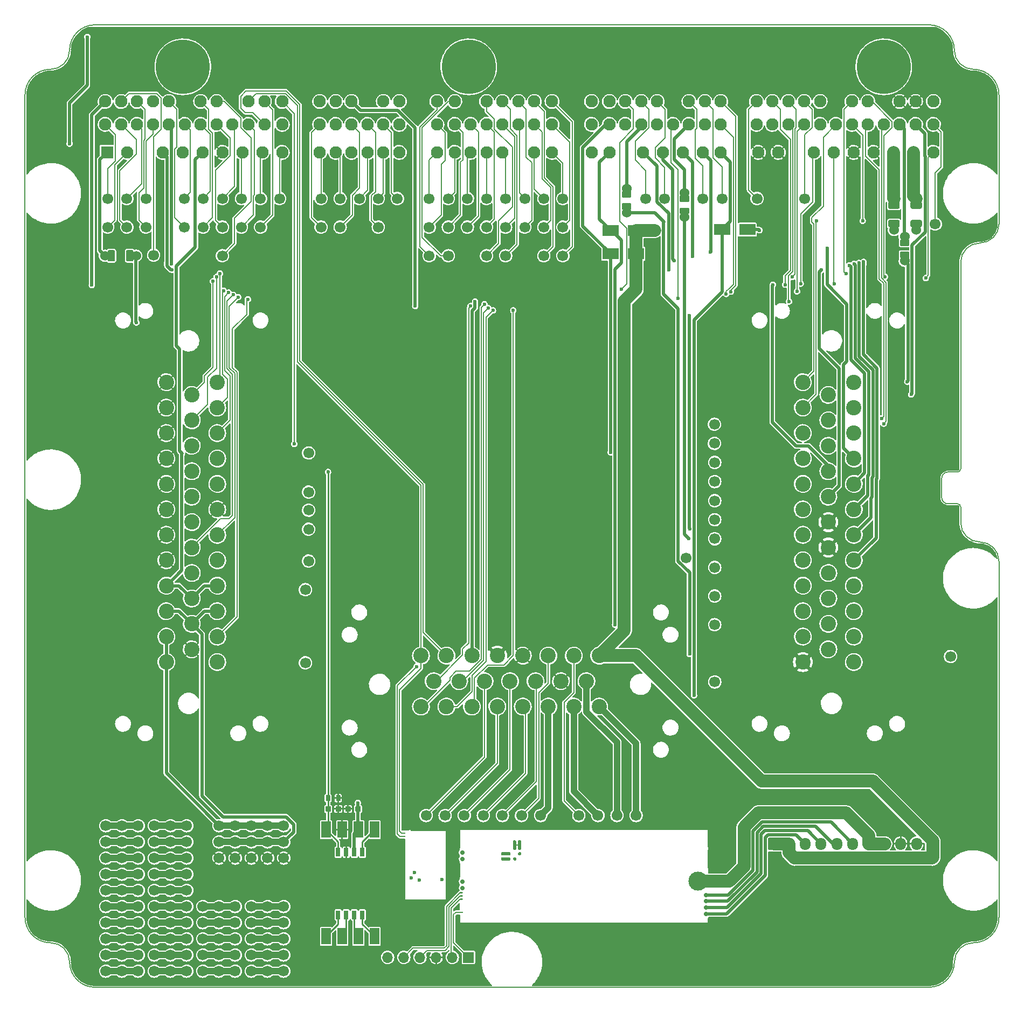
<source format=gtl>
G04 #@! TF.GenerationSoftware,KiCad,Pcbnew,(5.99.0-12439-g94954386e6)*
G04 #@! TF.CreationDate,2021-10-11T23:11:19+03:00*
G04 #@! TF.ProjectId,proteus125honda,70726f74-6575-4733-9132-35686f6e6461,rev?*
G04 #@! TF.SameCoordinates,PX5a995c0PYcfb5d40*
G04 #@! TF.FileFunction,Copper,L1,Top*
G04 #@! TF.FilePolarity,Positive*
%FSLAX46Y46*%
G04 Gerber Fmt 4.6, Leading zero omitted, Abs format (unit mm)*
G04 Created by KiCad (PCBNEW (5.99.0-12439-g94954386e6)) date 2021-10-11 23:11:19*
%MOMM*%
%LPD*%
G01*
G04 APERTURE LIST*
G04 #@! TA.AperFunction,Profile*
%ADD10C,0.200000*%
G04 #@! TD*
G04 #@! TA.AperFunction,ComponentPad*
%ADD11C,1.700000*%
G04 #@! TD*
G04 #@! TA.AperFunction,SMDPad,CuDef*
%ADD12R,2.500000X1.800000*%
G04 #@! TD*
G04 #@! TA.AperFunction,ComponentPad*
%ADD13C,1.524000*%
G04 #@! TD*
G04 #@! TA.AperFunction,SMDPad,CuDef*
%ADD14O,0.399999X9.800001*%
G04 #@! TD*
G04 #@! TA.AperFunction,SMDPad,CuDef*
%ADD15O,0.200000X11.100001*%
G04 #@! TD*
G04 #@! TA.AperFunction,SMDPad,CuDef*
%ADD16O,6.799999X0.200000*%
G04 #@! TD*
G04 #@! TA.AperFunction,SMDPad,CuDef*
%ADD17O,5.669999X0.200000*%
G04 #@! TD*
G04 #@! TA.AperFunction,SMDPad,CuDef*
%ADD18O,0.250000X0.499999*%
G04 #@! TD*
G04 #@! TA.AperFunction,SMDPad,CuDef*
%ADD19O,0.499999X0.250000*%
G04 #@! TD*
G04 #@! TA.AperFunction,ComponentPad*
%ADD20C,0.599999*%
G04 #@! TD*
G04 #@! TA.AperFunction,ComponentPad*
%ADD21O,1.700000X1.950000*%
G04 #@! TD*
G04 #@! TA.AperFunction,ComponentPad*
%ADD22C,0.700000*%
G04 #@! TD*
G04 #@! TA.AperFunction,SMDPad,CuDef*
%ADD23C,3.000000*%
G04 #@! TD*
G04 #@! TA.AperFunction,SMDPad,CuDef*
%ADD24R,0.250000X3.000000*%
G04 #@! TD*
G04 #@! TA.AperFunction,SMDPad,CuDef*
%ADD25R,0.250000X1.450000*%
G04 #@! TD*
G04 #@! TA.AperFunction,SMDPad,CuDef*
%ADD26R,0.250000X2.950000*%
G04 #@! TD*
G04 #@! TA.AperFunction,SMDPad,CuDef*
%ADD27R,0.250000X0.950000*%
G04 #@! TD*
G04 #@! TA.AperFunction,SMDPad,CuDef*
%ADD28R,39.250000X0.250000*%
G04 #@! TD*
G04 #@! TA.AperFunction,SMDPad,CuDef*
%ADD29R,0.250000X3.100000*%
G04 #@! TD*
G04 #@! TA.AperFunction,SMDPad,CuDef*
%ADD30R,0.250000X2.250000*%
G04 #@! TD*
G04 #@! TA.AperFunction,ComponentPad*
%ADD31R,1.700000X1.700000*%
G04 #@! TD*
G04 #@! TA.AperFunction,ComponentPad*
%ADD32O,1.700000X1.700000*%
G04 #@! TD*
G04 #@! TA.AperFunction,ComponentPad*
%ADD33C,2.400000*%
G04 #@! TD*
G04 #@! TA.AperFunction,ComponentPad*
%ADD34C,1.950000*%
G04 #@! TD*
G04 #@! TA.AperFunction,ComponentPad*
%ADD35R,1.950000X1.950000*%
G04 #@! TD*
G04 #@! TA.AperFunction,ComponentPad*
%ADD36C,8.500000*%
G04 #@! TD*
G04 #@! TA.AperFunction,SMDPad,CuDef*
%ADD37R,0.690000X1.350000*%
G04 #@! TD*
G04 #@! TA.AperFunction,SMDPad,CuDef*
%ADD38R,1.520000X2.540000*%
G04 #@! TD*
G04 #@! TA.AperFunction,ViaPad*
%ADD39C,0.600000*%
G04 #@! TD*
G04 #@! TA.AperFunction,Conductor*
%ADD40C,0.500000*%
G04 #@! TD*
G04 #@! TA.AperFunction,Conductor*
%ADD41C,1.000000*%
G04 #@! TD*
G04 #@! TA.AperFunction,Conductor*
%ADD42C,2.000000*%
G04 #@! TD*
G04 #@! TA.AperFunction,Conductor*
%ADD43C,0.200000*%
G04 #@! TD*
G04 #@! TA.AperFunction,Conductor*
%ADD44C,0.250000*%
G04 #@! TD*
G04 APERTURE END LIST*
D10*
X4000001Y144299999D02*
G75*
G03*
X7000000Y147300000I-1J3000000D01*
G01*
X153000000Y120000000D02*
X153000000Y140300000D01*
X6999996Y3999998D02*
G75*
G03*
X10999998Y0I4000000J2D01*
G01*
X11000000Y151300000D02*
X142000000Y151300000D01*
X149000002Y7000002D02*
G75*
G03*
X153000000Y11000000I0J3999998D01*
G01*
X146500000Y76000000D02*
X145000000Y76000000D01*
X11000000Y0D02*
X142000000Y0D01*
X144000003Y76999997D02*
G75*
G03*
X145000000Y76000000I999997J0D01*
G01*
X3999996Y7000002D02*
G75*
G02*
X-2Y11000000I0J3999998D01*
G01*
X144000000Y77000000D02*
X144000000Y80000000D01*
X147000000Y114000000D02*
G75*
G02*
X150000000Y117000000I3000000J0D01*
G01*
X149000000Y7000000D02*
G75*
G03*
X146000000Y4000000I0J-3000000D01*
G01*
X6999997Y147300001D02*
G75*
G02*
X11000000Y151300000I4000001J-2D01*
G01*
X-2Y11000000D02*
X0Y140300000D01*
X146000003Y147300001D02*
G75*
G03*
X142000000Y151300000I-4000001J-2D01*
G01*
X150000000Y70000000D02*
G75*
G02*
X153000000Y67000000I0J-3000000D01*
G01*
X145000000Y81000000D02*
X146500000Y81000000D01*
X3999998Y7000000D02*
G75*
G02*
X6999998Y4000000I0J-3000000D01*
G01*
X148999999Y144299999D02*
G75*
G02*
X146000000Y147300000I1J3000000D01*
G01*
X146500001Y76000001D02*
G75*
G02*
X147000000Y75500000I-1J-500000D01*
G01*
X146500001Y81000001D02*
G75*
G03*
X147000000Y81500000I0J499999D01*
G01*
X143999997Y80000003D02*
G75*
G02*
X145000000Y81000000I1000000J-3D01*
G01*
X147000000Y81500000D02*
X147000000Y114000000D01*
X147000000Y73000000D02*
X147000000Y75500000D01*
X150000000Y117000000D02*
G75*
G03*
X153000000Y120000000I0J3000000D01*
G01*
X146000002Y3999998D02*
G75*
G02*
X142000000Y0I-4000000J2D01*
G01*
X3999999Y144299999D02*
G75*
G03*
X0Y140300000I0J-3999999D01*
G01*
X147000000Y73000000D02*
G75*
G03*
X150000000Y70000000I3000000J0D01*
G01*
X153000000Y11000000D02*
X153000000Y67000000D01*
X149000001Y144299999D02*
G75*
G02*
X153000000Y140300000I0J-3999999D01*
G01*
D11*
G04 #@! TO.P,P69,1,Pin_1*
G04 #@! TO.N,Net-(BRD1-PadA28)*
X108349999Y70500000D03*
G04 #@! TD*
G04 #@! TO.P,P12,1,Pin_1*
G04 #@! TO.N,Net-(J1-PadC4)*
X72500000Y124000000D03*
G04 #@! TD*
G04 #@! TO.P,P51,1,Pin_1*
G04 #@! TO.N,Net-(J1-PadE25)*
X31000000Y115000000D03*
G04 #@! TD*
D12*
G04 #@! TO.P,D2,1,K*
G04 #@! TO.N,/12V_MR*
X113500001Y119100000D03*
G04 #@! TO.P,D2,2,A*
G04 #@! TO.N,/OUT_VTC*
X109500001Y119100000D03*
G04 #@! TD*
D11*
G04 #@! TO.P,P86,1,Pin_1*
G04 #@! TO.N,Net-(BRD1-PadC27)*
X44549999Y84000000D03*
G04 #@! TD*
G04 #@! TO.P,P32,1,Pin_1*
G04 #@! TO.N,Net-(J1-PadD3)*
X52500000Y124000000D03*
G04 #@! TD*
G04 #@! TO.P,G7,1*
G04 #@! TO.N,Net-(G7-Pad1)*
X20320000Y15240000D03*
G04 #@! TO.P,G7,2*
G04 #@! TO.N,Net-(G7-Pad12)*
X20320000Y17780000D03*
G04 #@! TO.P,G7,3*
G04 #@! TO.N,Net-(G7-Pad13)*
X20320000Y20320000D03*
G04 #@! TO.P,G7,4*
G04 #@! TO.N,Net-(G7-Pad14)*
X20320000Y22860000D03*
G04 #@! TO.P,G7,5*
G04 #@! TO.N,Net-(G7-Pad10)*
X20320000Y25400000D03*
G04 #@! TO.P,G7,6*
G04 #@! TO.N,Net-(G7-Pad1)*
X22860000Y15240000D03*
G04 #@! TO.P,G7,7*
G04 #@! TO.N,Net-(G7-Pad12)*
X22860000Y17780000D03*
G04 #@! TO.P,G7,8*
G04 #@! TO.N,Net-(G7-Pad13)*
X22860000Y20320000D03*
G04 #@! TO.P,G7,9*
G04 #@! TO.N,Net-(G7-Pad14)*
X22860000Y22860000D03*
G04 #@! TO.P,G7,10*
G04 #@! TO.N,Net-(G7-Pad10)*
X22860000Y25400000D03*
G04 #@! TO.P,G7,11*
G04 #@! TO.N,Net-(G7-Pad1)*
X25400000Y15240000D03*
G04 #@! TO.P,G7,12*
G04 #@! TO.N,Net-(G7-Pad12)*
X25400000Y17780000D03*
G04 #@! TO.P,G7,13*
G04 #@! TO.N,Net-(G7-Pad13)*
X25400000Y20320000D03*
G04 #@! TO.P,G7,14*
G04 #@! TO.N,Net-(G7-Pad14)*
X25400000Y22860000D03*
G04 #@! TO.P,G7,15*
G04 #@! TO.N,Net-(G7-Pad10)*
X25400000Y25400000D03*
G04 #@! TD*
G04 #@! TO.P,P79,1,Pin_1*
G04 #@! TO.N,Net-(BRD1-PadB6)*
X81000000Y27000000D03*
G04 #@! TD*
G04 #@! TO.P,P40,1,Pin_1*
G04 #@! TO.N,Net-(J1-PadE1)*
X40000000Y124000000D03*
G04 #@! TD*
G04 #@! TO.P,R1,1*
G04 #@! TO.N,Net-(BRD1-PadC16)*
G04 #@! TA.AperFunction,SMDPad,CuDef*
G36*
G01*
X47266013Y29346999D02*
X47266013Y30126999D01*
G75*
G02*
X47336013Y30196999I70000J0D01*
G01*
X47896013Y30196999D01*
G75*
G02*
X47966013Y30126999I0J-70000D01*
G01*
X47966013Y29346999D01*
G75*
G02*
X47896013Y29276999I-70000J0D01*
G01*
X47336013Y29276999D01*
G75*
G02*
X47266013Y29346999I0J70000D01*
G01*
G37*
G04 #@! TD.AperFunction*
G04 #@! TO.P,R1,2*
G04 #@! TO.N,GND*
G04 #@! TA.AperFunction,SMDPad,CuDef*
G36*
G01*
X48866013Y29346999D02*
X48866013Y30126999D01*
G75*
G02*
X48936013Y30196999I70000J0D01*
G01*
X49496013Y30196999D01*
G75*
G02*
X49566013Y30126999I0J-70000D01*
G01*
X49566013Y29346999D01*
G75*
G02*
X49496013Y29276999I-70000J0D01*
G01*
X48936013Y29276999D01*
G75*
G02*
X48866013Y29346999I0J70000D01*
G01*
G37*
G04 #@! TD.AperFunction*
G04 #@! TD*
G04 #@! TO.P,P80,1,Pin_1*
G04 #@! TO.N,Net-(BRD1-PadB15)*
X93000000Y27000000D03*
G04 #@! TD*
G04 #@! TO.P,P50,1,Pin_1*
G04 #@! TO.N,Net-(J1-PadE23)*
X37000000Y119500000D03*
G04 #@! TD*
G04 #@! TO.P,P24,1,Pin_1*
G04 #@! TO.N,Net-(J1-PadC16)*
X84500000Y115000000D03*
G04 #@! TD*
D13*
G04 #@! TO.P,F2,1,1*
G04 #@! TO.N,Net-(F2-Pad1)*
X136500000Y123950000D03*
G04 #@! TA.AperFunction,SMDPad,CuDef*
G36*
G01*
X135600000Y122605010D02*
X135600000Y123295010D01*
G75*
G02*
X135830000Y123525010I230000J0D01*
G01*
X137170000Y123525010D01*
G75*
G02*
X137400000Y123295010I0J-230000D01*
G01*
X137400000Y122605010D01*
G75*
G02*
X137170000Y122375010I-230000J0D01*
G01*
X135830000Y122375010D01*
G75*
G02*
X135600000Y122605010I0J230000D01*
G01*
G37*
G04 #@! TD.AperFunction*
G04 #@! TO.P,F2,2,2*
G04 #@! TO.N,/12V_MR*
G04 #@! TA.AperFunction,SMDPad,CuDef*
G36*
G01*
X135600000Y119704990D02*
X135600000Y120394990D01*
G75*
G02*
X135830000Y120624990I230000J0D01*
G01*
X137170000Y120624990D01*
G75*
G02*
X137400000Y120394990I0J-230000D01*
G01*
X137400000Y119704990D01*
G75*
G02*
X137170000Y119474990I-230000J0D01*
G01*
X135830000Y119474990D01*
G75*
G02*
X135600000Y119704990I0J230000D01*
G01*
G37*
G04 #@! TD.AperFunction*
X136500000Y119050000D03*
G04 #@! TD*
D14*
G04 #@! TO.P,M2,E1,GND*
G04 #@! TO.N,GND*
X59556666Y18487500D03*
D15*
X66156663Y19187501D03*
D16*
X62819164Y13687502D03*
D17*
X63419163Y24662502D03*
D18*
X59556666Y13862506D03*
D19*
G04 #@! TO.P,M2,S1,CANL*
G04 #@! TO.N,/CAN_L*
X59606664Y24212500D03*
G04 #@! TO.P,M2,S2,CANH*
G04 #@! TO.N,/CAN_H*
X59606664Y23712499D03*
D20*
G04 #@! TO.P,M2,V1,V5*
G04 #@! TO.N,/5V_SENSOR_2*
X60656662Y17162502D03*
G04 #@! TO.P,M2,V2,CAN_VIO*
G04 #@! TO.N,Net-(M1-PadW2)*
X61181662Y18037504D03*
G04 #@! TO.P,M2,V5,CAN_TX*
G04 #@! TO.N,Net-(M1-PadW4)*
X61931660Y16862500D03*
G04 #@! TO.P,M2,V6,CAN_RX*
G04 #@! TO.N,Net-(M1-PadW3)*
X65481661Y16937503D03*
G04 #@! TD*
D11*
G04 #@! TO.P,P71,1,Pin_1*
G04 #@! TO.N,Net-(BRD1-PadA26)*
X108349999Y61500000D03*
G04 #@! TD*
G04 #@! TO.P,P60,1,Pin_1*
G04 #@! TO.N,Net-(BRD1-PadA3)*
X108349999Y57000000D03*
G04 #@! TD*
G04 #@! TO.P,G2,1*
G04 #@! TO.N,Net-(G2-Pad1)*
X12700000Y15240000D03*
G04 #@! TO.P,G2,2*
G04 #@! TO.N,Net-(G2-Pad12)*
X12700000Y17780000D03*
G04 #@! TO.P,G2,3*
G04 #@! TO.N,Net-(G2-Pad13)*
X12700000Y20320000D03*
G04 #@! TO.P,G2,4*
G04 #@! TO.N,Net-(G2-Pad14)*
X12700000Y22860000D03*
G04 #@! TO.P,G2,5*
G04 #@! TO.N,Net-(G2-Pad10)*
X12700000Y25400000D03*
G04 #@! TO.P,G2,6*
G04 #@! TO.N,Net-(G2-Pad1)*
X15240000Y15240000D03*
G04 #@! TO.P,G2,7*
G04 #@! TO.N,Net-(G2-Pad12)*
X15240000Y17780000D03*
G04 #@! TO.P,G2,8*
G04 #@! TO.N,Net-(G2-Pad13)*
X15240000Y20320000D03*
G04 #@! TO.P,G2,9*
G04 #@! TO.N,Net-(G2-Pad14)*
X15240000Y22860000D03*
G04 #@! TO.P,G2,10*
G04 #@! TO.N,Net-(G2-Pad10)*
X15240000Y25400000D03*
G04 #@! TO.P,G2,11*
G04 #@! TO.N,Net-(G2-Pad1)*
X17780000Y15240000D03*
G04 #@! TO.P,G2,12*
G04 #@! TO.N,Net-(G2-Pad12)*
X17780000Y17780000D03*
G04 #@! TO.P,G2,13*
G04 #@! TO.N,Net-(G2-Pad13)*
X17780000Y20320000D03*
G04 #@! TO.P,G2,14*
G04 #@! TO.N,Net-(G2-Pad14)*
X17780000Y22860000D03*
G04 #@! TO.P,G2,15*
G04 #@! TO.N,Net-(G2-Pad10)*
X17780000Y25400000D03*
G04 #@! TD*
G04 #@! TO.P,P83,1,Pin_1*
G04 #@! TO.N,Net-(BRD1-PadB21)*
X78000000Y27000000D03*
G04 #@! TD*
G04 #@! TO.P,G5,1*
G04 #@! TO.N,GND*
X40640000Y20320000D03*
G04 #@! TO.P,G5,2*
X38100000Y20320000D03*
G04 #@! TO.P,G5,3*
X35560000Y20320000D03*
G04 #@! TO.P,G5,4*
X33020000Y20320000D03*
G04 #@! TO.P,G5,5*
X30480000Y20320000D03*
G04 #@! TO.P,G5,6*
G04 #@! TO.N,/5V_SENSOR_2*
X40640000Y22860000D03*
G04 #@! TO.P,G5,7*
X38100000Y22860000D03*
G04 #@! TO.P,G5,8*
X35560000Y22860000D03*
G04 #@! TO.P,G5,9*
X33020000Y22860000D03*
G04 #@! TO.P,G5,10*
X30480000Y22860000D03*
G04 #@! TO.P,G5,11*
G04 #@! TO.N,/12V_PROT*
X40640000Y25400000D03*
G04 #@! TO.P,G5,12*
X38100000Y25400000D03*
G04 #@! TO.P,G5,13*
X35560000Y25400000D03*
G04 #@! TO.P,G5,14*
X33020000Y25400000D03*
G04 #@! TO.P,G5,15*
X30480000Y25400000D03*
G04 #@! TD*
G04 #@! TO.P,P16,1,Pin_1*
G04 #@! TO.N,Net-(J1-PadC8)*
X84500000Y119500000D03*
G04 #@! TD*
G04 #@! TO.P,P11,1,Pin_1*
G04 #@! TO.N,Net-(J1-PadC3)*
X75500000Y124000000D03*
G04 #@! TD*
G04 #@! TO.P,P65,1,Pin_1*
G04 #@! TO.N,Net-(BRD1-PadA32)*
X108349999Y82500000D03*
G04 #@! TD*
G04 #@! TO.P,P19,1,Pin_1*
G04 #@! TO.N,Net-(J1-PadC11)*
X75500000Y119500000D03*
G04 #@! TD*
G04 #@! TO.P,P78,1,Pin_1*
G04 #@! TO.N,Net-(BRD1-PadB7)*
X90000000Y27000000D03*
G04 #@! TD*
G04 #@! TO.P,P66,1,Pin_1*
G04 #@! TO.N,Net-(BRD1-PadA31)*
X108349999Y79500000D03*
G04 #@! TD*
G04 #@! TO.P,P21,1,Pin_1*
G04 #@! TO.N,Net-(J1-PadC13)*
X69500000Y119500000D03*
G04 #@! TD*
G04 #@! TO.P,P1,1,Pin_1*
G04 #@! TO.N,Net-(J1-PadA10)*
X143000000Y120000000D03*
G04 #@! TD*
G04 #@! TO.P,P82,1,Pin_1*
G04 #@! TO.N,Net-(BRD1-PadB22)*
X87000000Y27000000D03*
G04 #@! TD*
G04 #@! TO.P,P38,1,Pin_1*
G04 #@! TO.N,Net-(J1-PadD12)*
X46500000Y119500000D03*
G04 #@! TD*
G04 #@! TO.P,P94,1,Pin_1*
G04 #@! TO.N,Net-(BRD1-PadC20)*
X44049999Y62500000D03*
G04 #@! TD*
G04 #@! TO.P,F1,1,1*
G04 #@! TO.N,Net-(F1-Pad1)*
G04 #@! TA.AperFunction,SMDPad,CuDef*
G36*
G01*
X139100000Y122605010D02*
X139100000Y123295010D01*
G75*
G02*
X139330000Y123525010I230000J0D01*
G01*
X140670000Y123525010D01*
G75*
G02*
X140900000Y123295010I0J-230000D01*
G01*
X140900000Y122605010D01*
G75*
G02*
X140670000Y122375010I-230000J0D01*
G01*
X139330000Y122375010D01*
G75*
G02*
X139100000Y122605010I0J230000D01*
G01*
G37*
G04 #@! TD.AperFunction*
D13*
X140000000Y123950000D03*
G04 #@! TO.P,F1,2,2*
G04 #@! TO.N,/12V_MR*
X140000000Y119050000D03*
G04 #@! TA.AperFunction,SMDPad,CuDef*
G36*
G01*
X139100000Y119704990D02*
X139100000Y120394990D01*
G75*
G02*
X139330000Y120624990I230000J0D01*
G01*
X140670000Y120624990D01*
G75*
G02*
X140900000Y120394990I0J-230000D01*
G01*
X140900000Y119704990D01*
G75*
G02*
X140670000Y119474990I-230000J0D01*
G01*
X139330000Y119474990D01*
G75*
G02*
X139100000Y119704990I0J230000D01*
G01*
G37*
G04 #@! TD.AperFunction*
G04 #@! TD*
D11*
G04 #@! TO.P,P73,1,Pin_1*
G04 #@! TO.N,Net-(BRD1-PadB11)*
X63000000Y27000000D03*
G04 #@! TD*
G04 #@! TO.P,R2,1,1*
G04 #@! TO.N,Net-(J1-PadB10)*
G04 #@! TA.AperFunction,SMDPad,CuDef*
G36*
G01*
X102975000Y124450001D02*
X104225000Y124450001D01*
G75*
G02*
X104325000Y124350001I0J-100000D01*
G01*
X104325000Y123550001D01*
G75*
G02*
X104225000Y123450001I-100000J0D01*
G01*
X102975000Y123450001D01*
G75*
G02*
X102875000Y123550001I0J100000D01*
G01*
X102875000Y124350001D01*
G75*
G02*
X102975000Y124450001I100000J0D01*
G01*
G37*
G04 #@! TD.AperFunction*
D13*
X103600000Y124905000D03*
G04 #@! TO.P,R2,2,2*
G04 #@! TO.N,/OUT_CHARGING_LIGHT*
X103600000Y121095000D03*
G04 #@! TA.AperFunction,SMDPad,CuDef*
G36*
G01*
X102975000Y122549979D02*
X104225000Y122549979D01*
G75*
G02*
X104325000Y122449979I0J-100000D01*
G01*
X104325000Y121649979D01*
G75*
G02*
X104225000Y121549979I-100000J0D01*
G01*
X102975000Y121549979D01*
G75*
G02*
X102875000Y121649979I0J100000D01*
G01*
X102875000Y122449979D01*
G75*
G02*
X102975000Y122549979I100000J0D01*
G01*
G37*
G04 #@! TD.AperFunction*
G04 #@! TD*
D11*
G04 #@! TO.P,P81,1,Pin_1*
G04 #@! TO.N,Net-(BRD1-PadB8)*
X96000000Y27000000D03*
G04 #@! TD*
G04 #@! TO.P,P29,1,Pin_1*
G04 #@! TO.N,Net-(J1-PadC21)*
X66500000Y115000000D03*
G04 #@! TD*
G04 #@! TO.P,J4,1,Pin_1*
G04 #@! TO.N,/12V_MR*
G04 #@! TA.AperFunction,ComponentPad*
G36*
G01*
X116700000Y21825000D02*
X116700000Y23275000D01*
G75*
G02*
X116950000Y23525000I250000J0D01*
G01*
X118150000Y23525000D01*
G75*
G02*
X118400000Y23275000I0J-250000D01*
G01*
X118400000Y21825000D01*
G75*
G02*
X118150000Y21575000I-250000J0D01*
G01*
X116950000Y21575000D01*
G75*
G02*
X116700000Y21825000I0J250000D01*
G01*
G37*
G04 #@! TD.AperFunction*
D21*
G04 #@! TO.P,J4,2,Pin_2*
X120050000Y22550000D03*
G04 #@! TO.P,J4,3,Pin_3*
G04 #@! TO.N,/WBO_Vs*
X122550000Y22550000D03*
G04 #@! TO.P,J4,4,Pin_4*
G04 #@! TO.N,/WBO_Vs{slash}Ip*
X125050000Y22550000D03*
G04 #@! TO.P,J4,5,Pin_5*
G04 #@! TO.N,/WBO_Ip*
X127550000Y22550000D03*
G04 #@! TO.P,J4,6,Pin_6*
G04 #@! TO.N,/WBO_R_Trim*
X130050000Y22550000D03*
G04 #@! TO.P,J4,7,Pin_7*
G04 #@! TO.N,/WBO_H-*
X132550000Y22550000D03*
G04 #@! TO.P,J4,8,Pin_8*
X135050000Y22550000D03*
G04 #@! TO.P,J4,9,Pin_9*
G04 #@! TO.N,GND*
X137550000Y22550000D03*
G04 #@! TO.P,J4,10,Pin_10*
X140050000Y22550000D03*
G04 #@! TD*
D11*
G04 #@! TO.P,P9,1,Pin_1*
G04 #@! TO.N,Net-(J1-PadC1)*
X84500000Y124000000D03*
G04 #@! TD*
G04 #@! TO.P,P53,1,Pin_1*
G04 #@! TO.N,Net-(J1-PadE27)*
X25000000Y119500000D03*
G04 #@! TD*
G04 #@! TO.P,P27,1,Pin_1*
G04 #@! TO.N,Net-(J1-PadC19)*
X75500000Y115000000D03*
G04 #@! TD*
G04 #@! TO.P,P37,1,Pin_1*
G04 #@! TO.N,Net-(J1-PadD10)*
X49500000Y119500000D03*
G04 #@! TD*
G04 #@! TO.P,P43,1,Pin_1*
G04 #@! TO.N,Net-(J1-PadE12)*
X34000000Y119500000D03*
G04 #@! TD*
G04 #@! TO.P,P44,1,Pin_1*
G04 #@! TO.N,Net-(J1-PadE13)*
X31000000Y124000000D03*
G04 #@! TD*
D12*
G04 #@! TO.P,D3,1,K*
G04 #@! TO.N,/12V_MR*
X96000000Y119000000D03*
G04 #@! TO.P,D3,2,A*
G04 #@! TO.N,/OUT_VTS*
X92000000Y119000000D03*
G04 #@! TD*
D22*
G04 #@! TO.P,M1,E1,LSU_Un*
G04 #@! TO.N,/WBO_Vs*
X106950000Y11525000D03*
G04 #@! TO.P,M1,E2,LSU_Vm*
G04 #@! TO.N,/WBO_Vs{slash}Ip*
X106950000Y12525000D03*
G04 #@! TO.P,M1,E3,LSU_Ip*
G04 #@! TO.N,/WBO_Ip*
X106950000Y13525000D03*
G04 #@! TO.P,M1,E4,LSU_Rtrim*
G04 #@! TO.N,/WBO_R_Trim*
X106950000Y14525000D03*
D23*
G04 #@! TO.P,M1,E5,LSU_H+*
G04 #@! TO.N,/WBO_H-*
X105700000Y16675000D03*
D24*
G04 #@! TO.P,M1,E6,LSU_H-*
G04 #@! TO.N,GND*
X107325000Y20175000D03*
D25*
G04 #@! TO.P,M1,G,GND*
X68325000Y10650000D03*
D26*
X107325000Y23450000D03*
D27*
X107325000Y10400000D03*
D28*
X87825000Y10050000D03*
D29*
X68325000Y23375000D03*
D28*
X87825000Y24800000D03*
D30*
X68325000Y18400000D03*
G04 #@! TO.P,M1,J1,SEL1*
G04 #@! TO.N,Net-(M1-PadJ1)*
G04 #@! TA.AperFunction,SMDPad,CuDef*
G36*
G01*
X77950000Y22975000D02*
X77950000Y21725000D01*
G75*
G02*
X77825000Y21600000I-125000J0D01*
G01*
X77575000Y21600000D01*
G75*
G02*
X77450000Y21725000I0J125000D01*
G01*
X77450000Y22975000D01*
G75*
G02*
X77575000Y23100000I125000J0D01*
G01*
X77825000Y23100000D01*
G75*
G02*
X77950000Y22975000I0J-125000D01*
G01*
G37*
G04 #@! TD.AperFunction*
G04 #@! TO.P,M1,J2,SEL2*
G04 #@! TO.N,N/C*
G04 #@! TA.AperFunction,SMDPad,CuDef*
G36*
G01*
X76275000Y20300000D02*
X76275000Y20050000D01*
G75*
G02*
X76150000Y19925000I-125000J0D01*
G01*
X74900000Y19925000D01*
G75*
G02*
X74775000Y20050000I0J125000D01*
G01*
X74775000Y20300000D01*
G75*
G02*
X74900000Y20425000I125000J0D01*
G01*
X76150000Y20425000D01*
G75*
G02*
X76275000Y20300000I0J-125000D01*
G01*
G37*
G04 #@! TD.AperFunction*
G04 #@! TO.P,M1,J_GND1,PULL_DOWN1*
G04 #@! TO.N,Net-(M1-PadJ1)*
G04 #@! TA.AperFunction,SMDPad,CuDef*
G36*
G01*
X77150000Y22975000D02*
X77150000Y21725000D01*
G75*
G02*
X77025000Y21600000I-125000J0D01*
G01*
X76775000Y21600000D01*
G75*
G02*
X76650000Y21725000I0J125000D01*
G01*
X76650000Y22975000D01*
G75*
G02*
X76775000Y23100000I125000J0D01*
G01*
X77025000Y23100000D01*
G75*
G02*
X77150000Y22975000I0J-125000D01*
G01*
G37*
G04 #@! TD.AperFunction*
G04 #@! TO.P,M1,J_GND2,PULL_DOWN2*
G04 #@! TO.N,N/C*
G04 #@! TA.AperFunction,SMDPad,CuDef*
G36*
G01*
X76825000Y20425000D02*
X77075000Y20425000D01*
G75*
G02*
X77200000Y20300000I0J-125000D01*
G01*
X77200000Y20050000D01*
G75*
G02*
X77075000Y19925000I-125000J0D01*
G01*
X76825000Y19925000D01*
G75*
G02*
X76700000Y20050000I0J125000D01*
G01*
X76700000Y20300000D01*
G75*
G02*
X76825000Y20425000I125000J0D01*
G01*
G37*
G04 #@! TD.AperFunction*
G04 #@! TO.P,M1,J_VCC1,PULL_UP1*
G04 #@! TA.AperFunction,SMDPad,CuDef*
G36*
G01*
X77950000Y21100000D02*
X77950000Y20850000D01*
G75*
G02*
X77825000Y20725000I-125000J0D01*
G01*
X77575000Y20725000D01*
G75*
G02*
X77450000Y20850000I0J125000D01*
G01*
X77450000Y21100000D01*
G75*
G02*
X77575000Y21225000I125000J0D01*
G01*
X77825000Y21225000D01*
G75*
G02*
X77950000Y21100000I0J-125000D01*
G01*
G37*
G04 #@! TD.AperFunction*
G04 #@! TO.P,M1,J_VCC2,PULL_UP2*
G04 #@! TA.AperFunction,SMDPad,CuDef*
G36*
G01*
X76275000Y21100000D02*
X76275000Y20850000D01*
G75*
G02*
X76150000Y20725000I-125000J0D01*
G01*
X74900000Y20725000D01*
G75*
G02*
X74775000Y20850000I0J125000D01*
G01*
X74775000Y21100000D01*
G75*
G02*
X74900000Y21225000I125000J0D01*
G01*
X76150000Y21225000D01*
G75*
G02*
X76275000Y21100000I0J-125000D01*
G01*
G37*
G04 #@! TD.AperFunction*
D22*
G04 #@! TO.P,M1,W1,V5_IN*
G04 #@! TO.N,/5V_SENSOR_2*
X68700000Y21175000D03*
G04 #@! TO.P,M1,W2,CAN_VIO*
G04 #@! TO.N,Net-(M1-PadW2)*
X68700000Y20175000D03*
G04 #@! TO.P,M1,W3,CAN_RX*
G04 #@! TO.N,Net-(M1-PadW3)*
X68700000Y16625000D03*
G04 #@! TO.P,M1,W4,CAN_TX*
G04 #@! TO.N,Net-(M1-PadW4)*
X68700000Y15625000D03*
G04 #@! TO.P,M1,W5,nReset*
G04 #@! TO.N,Net-(J3-Pad5)*
G04 #@! TA.AperFunction,SMDPad,CuDef*
G36*
G01*
X68300000Y14875000D02*
X68300000Y14875000D01*
G75*
G02*
X68425000Y15000000I125000J0D01*
G01*
X68675000Y15000000D01*
G75*
G02*
X68800000Y14875000I0J-125000D01*
G01*
X68800000Y14875000D01*
G75*
G02*
X68675000Y14750000I-125000J0D01*
G01*
X68425000Y14750000D01*
G75*
G02*
X68300000Y14875000I0J125000D01*
G01*
G37*
G04 #@! TD.AperFunction*
G04 #@! TO.P,M1,W6,SWDIO*
G04 #@! TO.N,Net-(J3-Pad4)*
G04 #@! TA.AperFunction,SMDPad,CuDef*
G36*
G01*
X68300000Y14375000D02*
X68300000Y14375000D01*
G75*
G02*
X68425000Y14500000I125000J0D01*
G01*
X68675000Y14500000D01*
G75*
G02*
X68800000Y14375000I0J-125000D01*
G01*
X68800000Y14375000D01*
G75*
G02*
X68675000Y14250000I-125000J0D01*
G01*
X68425000Y14250000D01*
G75*
G02*
X68300000Y14375000I0J125000D01*
G01*
G37*
G04 #@! TD.AperFunction*
G04 #@! TO.P,M1,W7,SWCLK*
G04 #@! TO.N,Net-(J3-Pad2)*
G04 #@! TA.AperFunction,SMDPad,CuDef*
G36*
G01*
X68300000Y13875000D02*
X68300000Y13875000D01*
G75*
G02*
X68425000Y14000000I125000J0D01*
G01*
X68675000Y14000000D01*
G75*
G02*
X68800000Y13875000I0J-125000D01*
G01*
X68800000Y13875000D01*
G75*
G02*
X68675000Y13750000I-125000J0D01*
G01*
X68425000Y13750000D01*
G75*
G02*
X68300000Y13875000I0J125000D01*
G01*
G37*
G04 #@! TD.AperFunction*
G04 #@! TO.P,M1,W8,V33_OUT*
G04 #@! TO.N,Net-(J3-Pad1)*
G04 #@! TA.AperFunction,SMDPad,CuDef*
G36*
G01*
X68300000Y11775000D02*
X68300000Y11775000D01*
G75*
G02*
X68425000Y11900000I125000J0D01*
G01*
X68675000Y11900000D01*
G75*
G02*
X68800000Y11775000I0J-125000D01*
G01*
X68800000Y11775000D01*
G75*
G02*
X68675000Y11650000I-125000J0D01*
G01*
X68425000Y11650000D01*
G75*
G02*
X68300000Y11775000I0J125000D01*
G01*
G37*
G04 #@! TD.AperFunction*
G04 #@! TD*
D11*
G04 #@! TO.P,P3,1,Pin_1*
G04 #@! TO.N,Net-(J1-PadA31)*
X115000000Y124000000D03*
G04 #@! TD*
D31*
G04 #@! TO.P,J3,1,Pin_1*
G04 #@! TO.N,Net-(J3-Pad1)*
X69660000Y4700000D03*
D32*
G04 #@! TO.P,J3,2,Pin_2*
G04 #@! TO.N,Net-(J3-Pad2)*
X67120000Y4700000D03*
G04 #@! TO.P,J3,3,Pin_3*
G04 #@! TO.N,GND*
X64580000Y4700000D03*
G04 #@! TO.P,J3,4,Pin_4*
G04 #@! TO.N,Net-(J3-Pad4)*
X62040000Y4700000D03*
G04 #@! TO.P,J3,5,Pin_5*
G04 #@! TO.N,Net-(J3-Pad5)*
X59500000Y4700000D03*
G04 #@! TO.P,J3,6,Pin_6*
G04 #@! TO.N,N/C*
X56960000Y4700000D03*
G04 #@! TD*
D11*
G04 #@! TO.P,P92,1,Pin_1*
G04 #@! TO.N,Net-(J1-PadE19)*
X16000000Y124000000D03*
G04 #@! TD*
G04 #@! TO.P,P89,1,Pin_1*
G04 #@! TO.N,Net-(J1-PadB21)*
X97500000Y124000000D03*
G04 #@! TD*
G04 #@! TO.P,P8,1,Pin_1*
G04 #@! TO.N,Net-(J1-PadB20)*
X100500000Y124000000D03*
G04 #@! TD*
D13*
G04 #@! TO.P,R4,1,1*
G04 #@! TO.N,Net-(J1-PadA12)*
X138200000Y118005000D03*
G04 #@! TA.AperFunction,SMDPad,CuDef*
G36*
G01*
X137575000Y117550001D02*
X138825000Y117550001D01*
G75*
G02*
X138925000Y117450001I0J-100000D01*
G01*
X138925000Y116650001D01*
G75*
G02*
X138825000Y116550001I-100000J0D01*
G01*
X137575000Y116550001D01*
G75*
G02*
X137475000Y116650001I0J100000D01*
G01*
X137475000Y117450001D01*
G75*
G02*
X137575000Y117550001I100000J0D01*
G01*
G37*
G04 #@! TD.AperFunction*
G04 #@! TO.P,R4,2,2*
G04 #@! TO.N,/OUT_IAC*
X138200000Y114195000D03*
G04 #@! TA.AperFunction,SMDPad,CuDef*
G36*
G01*
X137575000Y115649979D02*
X138825000Y115649979D01*
G75*
G02*
X138925000Y115549979I0J-100000D01*
G01*
X138925000Y114749979D01*
G75*
G02*
X138825000Y114649979I-100000J0D01*
G01*
X137575000Y114649979D01*
G75*
G02*
X137475000Y114749979I0J100000D01*
G01*
X137475000Y115549979D01*
G75*
G02*
X137575000Y115649979I100000J0D01*
G01*
G37*
G04 #@! TD.AperFunction*
G04 #@! TD*
G04 #@! TO.P,C2,1*
G04 #@! TO.N,GND*
G04 #@! TA.AperFunction,SMDPad,CuDef*
G36*
G01*
X49641014Y28376999D02*
X49641014Y27696999D01*
G75*
G02*
X49556014Y27611999I-85000J0D01*
G01*
X48876014Y27611999D01*
G75*
G02*
X48791014Y27696999I0J85000D01*
G01*
X48791014Y28376999D01*
G75*
G02*
X48876014Y28461999I85000J0D01*
G01*
X49556014Y28461999D01*
G75*
G02*
X49641014Y28376999I0J-85000D01*
G01*
G37*
G04 #@! TD.AperFunction*
G04 #@! TO.P,C2,2*
G04 #@! TO.N,Net-(BRD1-PadC16)*
G04 #@! TA.AperFunction,SMDPad,CuDef*
G36*
G01*
X48061012Y28376999D02*
X48061012Y27696999D01*
G75*
G02*
X47976012Y27611999I-85000J0D01*
G01*
X47296012Y27611999D01*
G75*
G02*
X47211012Y27696999I0J85000D01*
G01*
X47211012Y28376999D01*
G75*
G02*
X47296012Y28461999I85000J0D01*
G01*
X47976012Y28461999D01*
G75*
G02*
X48061012Y28376999I0J-85000D01*
G01*
G37*
G04 #@! TD.AperFunction*
G04 #@! TD*
D11*
G04 #@! TO.P,P74,1,Pin_1*
G04 #@! TO.N,Net-(BRD1-PadB5)*
X72000000Y27000000D03*
G04 #@! TD*
G04 #@! TO.P,P42,1,Pin_1*
G04 #@! TO.N,Net-(J1-PadE3)*
X34000000Y124000000D03*
G04 #@! TD*
G04 #@! TO.P,P6,1,Pin_1*
G04 #@! TO.N,Net-(J1-PadB18)*
X109500000Y124000000D03*
G04 #@! TD*
G04 #@! TO.P,P31,1,Pin_1*
G04 #@! TO.N,Net-(J1-PadD2)*
X55500000Y124000000D03*
G04 #@! TD*
G04 #@! TO.P,P67,1,Pin_1*
G04 #@! TO.N,Net-(BRD1-PadA30)*
X108349999Y76500000D03*
G04 #@! TD*
G04 #@! TO.P,P57,1,Pin_1*
G04 #@! TO.N,Net-(BRD1-PadA11)*
X108300000Y88500000D03*
G04 #@! TD*
G04 #@! TO.P,P35,1,Pin_1*
G04 #@! TO.N,Net-(J1-PadD8)*
X58500000Y124000000D03*
G04 #@! TD*
G04 #@! TO.P,P13,1,Pin_1*
G04 #@! TO.N,Net-(J1-PadC5)*
X69500000Y124000000D03*
G04 #@! TD*
G04 #@! TO.P,P46,1,Pin_1*
G04 #@! TO.N,Net-(J1-PadE16)*
X25000000Y124000000D03*
G04 #@! TD*
G04 #@! TO.P,P10,1,Pin_1*
G04 #@! TO.N,Net-(J1-PadC2)*
X81500000Y124000000D03*
G04 #@! TD*
G04 #@! TO.P,P72,1,Pin_1*
G04 #@! TO.N,Net-(BRD1-PadA25)*
X108349999Y48000000D03*
G04 #@! TD*
G04 #@! TO.P,P15,1,Pin_1*
G04 #@! TO.N,Net-(J1-PadC7)*
X63500000Y124000000D03*
G04 #@! TD*
G04 #@! TO.P,P61,1,Pin_1*
G04 #@! TO.N,Net-(BRD1-PadA15)*
X108349999Y66000000D03*
G04 #@! TD*
G04 #@! TO.P,P95,1,Pin_1*
G04 #@! TO.N,Net-(BRD1-PadC31)*
X44549999Y67000000D03*
G04 #@! TD*
G04 #@! TO.P,P26,1,Pin_1*
G04 #@! TO.N,Net-(J1-PadC18)*
X78500000Y119500000D03*
G04 #@! TD*
G04 #@! TO.P,P36,1,Pin_1*
G04 #@! TO.N,Net-(J1-PadD9)*
X55500000Y119500000D03*
G04 #@! TD*
G04 #@! TO.P,G1,1*
G04 #@! TO.N,Net-(G1-Pad1)*
X27940001Y2540000D03*
G04 #@! TO.P,G1,2*
G04 #@! TO.N,Net-(G1-Pad12)*
X27940001Y5080000D03*
G04 #@! TO.P,G1,3*
G04 #@! TO.N,Net-(G1-Pad13)*
X27940001Y7620000D03*
G04 #@! TO.P,G1,4*
G04 #@! TO.N,Net-(G1-Pad14)*
X27940001Y10160000D03*
G04 #@! TO.P,G1,5*
G04 #@! TO.N,Net-(G1-Pad10)*
X27940001Y12700000D03*
G04 #@! TO.P,G1,6*
G04 #@! TO.N,Net-(G1-Pad1)*
X30480001Y2540000D03*
G04 #@! TO.P,G1,7*
G04 #@! TO.N,Net-(G1-Pad12)*
X30480001Y5080000D03*
G04 #@! TO.P,G1,8*
G04 #@! TO.N,Net-(G1-Pad13)*
X30480001Y7620000D03*
G04 #@! TO.P,G1,9*
G04 #@! TO.N,Net-(G1-Pad14)*
X30480001Y10160000D03*
G04 #@! TO.P,G1,10*
G04 #@! TO.N,Net-(G1-Pad10)*
X30480001Y12700000D03*
G04 #@! TO.P,G1,11*
G04 #@! TO.N,Net-(G1-Pad1)*
X33020001Y2540000D03*
G04 #@! TO.P,G1,12*
G04 #@! TO.N,Net-(G1-Pad12)*
X33020001Y5080000D03*
G04 #@! TO.P,G1,13*
G04 #@! TO.N,Net-(G1-Pad13)*
X33020001Y7620000D03*
G04 #@! TO.P,G1,14*
G04 #@! TO.N,Net-(G1-Pad14)*
X33020001Y10160000D03*
G04 #@! TO.P,G1,15*
G04 #@! TO.N,Net-(G1-Pad10)*
X33020001Y12700000D03*
G04 #@! TD*
G04 #@! TO.P,P49,1,Pin_1*
G04 #@! TO.N,Net-(J1-PadE21)*
X13000000Y124000000D03*
G04 #@! TD*
G04 #@! TO.P,P96,1,Pin_1*
G04 #@! TO.N,Net-(BRD1-PadC35)*
X44049999Y51000000D03*
G04 #@! TD*
G04 #@! TO.P,G8,1*
G04 #@! TO.N,Net-(G8-Pad1)*
X12700000Y2540000D03*
G04 #@! TO.P,G8,2*
G04 #@! TO.N,Net-(G8-Pad12)*
X12700000Y5080000D03*
G04 #@! TO.P,G8,3*
G04 #@! TO.N,Net-(G8-Pad13)*
X12700000Y7620000D03*
G04 #@! TO.P,G8,4*
G04 #@! TO.N,Net-(G8-Pad14)*
X12700000Y10160000D03*
G04 #@! TO.P,G8,5*
G04 #@! TO.N,Net-(G8-Pad10)*
X12700000Y12700000D03*
G04 #@! TO.P,G8,6*
G04 #@! TO.N,Net-(G8-Pad1)*
X15240000Y2540000D03*
G04 #@! TO.P,G8,7*
G04 #@! TO.N,Net-(G8-Pad12)*
X15240000Y5080000D03*
G04 #@! TO.P,G8,8*
G04 #@! TO.N,Net-(G8-Pad13)*
X15240000Y7620000D03*
G04 #@! TO.P,G8,9*
G04 #@! TO.N,Net-(G8-Pad14)*
X15240000Y10160000D03*
G04 #@! TO.P,G8,10*
G04 #@! TO.N,Net-(G8-Pad10)*
X15240000Y12700000D03*
G04 #@! TO.P,G8,11*
G04 #@! TO.N,Net-(G8-Pad1)*
X17780000Y2540000D03*
G04 #@! TO.P,G8,12*
G04 #@! TO.N,Net-(G8-Pad12)*
X17780000Y5080000D03*
G04 #@! TO.P,G8,13*
G04 #@! TO.N,Net-(G8-Pad13)*
X17780000Y7620000D03*
G04 #@! TO.P,G8,14*
G04 #@! TO.N,Net-(G8-Pad14)*
X17780000Y10160000D03*
G04 #@! TO.P,G8,15*
G04 #@! TO.N,Net-(G8-Pad10)*
X17780000Y12700000D03*
G04 #@! TD*
G04 #@! TO.P,P18,1,Pin_1*
G04 #@! TO.N,Net-(J1-PadC10)*
X78500000Y124000000D03*
G04 #@! TD*
G04 #@! TO.P,P30,1,Pin_1*
G04 #@! TO.N,Net-(J1-PadC22)*
X63500000Y115000000D03*
G04 #@! TD*
G04 #@! TO.P,P88,1,Pin_1*
G04 #@! TO.N,Net-(BRD1-PadC28)*
X44549999Y77850000D03*
G04 #@! TD*
G04 #@! TO.P,G4,1*
G04 #@! TO.N,Net-(G4-Pad1)*
X20320000Y2540001D03*
G04 #@! TO.P,G4,2*
G04 #@! TO.N,Net-(G4-Pad12)*
X20320000Y5080001D03*
G04 #@! TO.P,G4,3*
G04 #@! TO.N,Net-(G4-Pad13)*
X20320000Y7620001D03*
G04 #@! TO.P,G4,4*
G04 #@! TO.N,Net-(G4-Pad14)*
X20320000Y10160001D03*
G04 #@! TO.P,G4,5*
G04 #@! TO.N,Net-(G4-Pad10)*
X20320000Y12700001D03*
G04 #@! TO.P,G4,6*
G04 #@! TO.N,Net-(G4-Pad1)*
X22860000Y2540001D03*
G04 #@! TO.P,G4,7*
G04 #@! TO.N,Net-(G4-Pad12)*
X22860000Y5080001D03*
G04 #@! TO.P,G4,8*
G04 #@! TO.N,Net-(G4-Pad13)*
X22860000Y7620001D03*
G04 #@! TO.P,G4,9*
G04 #@! TO.N,Net-(G4-Pad14)*
X22860000Y10160001D03*
G04 #@! TO.P,G4,10*
G04 #@! TO.N,Net-(G4-Pad10)*
X22860000Y12700001D03*
G04 #@! TO.P,G4,11*
G04 #@! TO.N,Net-(G4-Pad1)*
X25400000Y2540001D03*
G04 #@! TO.P,G4,12*
G04 #@! TO.N,Net-(G4-Pad12)*
X25400000Y5080001D03*
G04 #@! TO.P,G4,13*
G04 #@! TO.N,Net-(G4-Pad13)*
X25400000Y7620001D03*
G04 #@! TO.P,G4,14*
G04 #@! TO.N,Net-(G4-Pad14)*
X25400000Y10160001D03*
G04 #@! TO.P,G4,15*
G04 #@! TO.N,Net-(G4-Pad10)*
X25400000Y12700001D03*
G04 #@! TD*
G04 #@! TO.P,P17,1,Pin_1*
G04 #@! TO.N,Net-(J1-PadC9)*
X81500000Y119500000D03*
G04 #@! TD*
G04 #@! TO.P,P75,1,Pin_1*
G04 #@! TO.N,Net-(BRD1-PadB13)*
X75000000Y27000000D03*
G04 #@! TD*
G04 #@! TO.P,P45,1,Pin_1*
G04 #@! TO.N,Net-(J1-PadE15)*
X28000000Y124000000D03*
G04 #@! TD*
G04 #@! TO.P,P14,1,Pin_1*
G04 #@! TO.N,Net-(J1-PadC6)*
X66500000Y124000000D03*
G04 #@! TD*
D13*
G04 #@! TO.P,R3,1,1*
G04 #@! TO.N,Net-(J1-PadB13)*
X94500000Y125605000D03*
G04 #@! TA.AperFunction,SMDPad,CuDef*
G36*
G01*
X93875000Y125150001D02*
X95125000Y125150001D01*
G75*
G02*
X95225000Y125050001I0J-100000D01*
G01*
X95225000Y124250001D01*
G75*
G02*
X95125000Y124150001I-100000J0D01*
G01*
X93875000Y124150001D01*
G75*
G02*
X93775000Y124250001I0J100000D01*
G01*
X93775000Y125050001D01*
G75*
G02*
X93875000Y125150001I100000J0D01*
G01*
G37*
G04 #@! TD.AperFunction*
G04 #@! TO.P,R3,2,2*
G04 #@! TO.N,/OUT_ALTRN_CONTROL*
G04 #@! TA.AperFunction,SMDPad,CuDef*
G36*
G01*
X93875000Y123249979D02*
X95125000Y123249979D01*
G75*
G02*
X95225000Y123149979I0J-100000D01*
G01*
X95225000Y122349979D01*
G75*
G02*
X95125000Y122249979I-100000J0D01*
G01*
X93875000Y122249979D01*
G75*
G02*
X93775000Y122349979I0J100000D01*
G01*
X93775000Y123149979D01*
G75*
G02*
X93875000Y123249979I100000J0D01*
G01*
G37*
G04 #@! TD.AperFunction*
X94500000Y121795000D03*
G04 #@! TD*
D11*
G04 #@! TO.P,P76,1,Pin_1*
G04 #@! TO.N,Net-(BRD1-PadB4)*
X66000000Y27000000D03*
G04 #@! TD*
G04 #@! TO.P,P90,1,Pin_1*
G04 #@! TO.N,Net-(J1-PadE8)*
X13000000Y119500000D03*
G04 #@! TD*
G04 #@! TO.P,P91,1,Pin_1*
G04 #@! TO.N,Net-(J1-PadE14)*
X31000000Y119500000D03*
G04 #@! TD*
G04 #@! TO.P,P58,1,Pin_1*
G04 #@! TO.N,Net-(BRD1-PadA13)*
X145400000Y52000000D03*
G04 #@! TD*
G04 #@! TO.P,P20,1,Pin_1*
G04 #@! TO.N,Net-(J1-PadC12)*
X72500000Y119500000D03*
G04 #@! TD*
D12*
G04 #@! TO.P,D1,1,K*
G04 #@! TO.N,/12V_MR*
X96000000Y115300000D03*
G04 #@! TO.P,D1,2,A*
G04 #@! TO.N,/OUT_MCS*
X92000000Y115300000D03*
G04 #@! TD*
D33*
G04 #@! TO.P,BRD1,A1,HS2*
G04 #@! TO.N,/OUT_VTC*
X130200000Y51125000D03*
G04 #@! TO.P,BRD1,A2,HS1*
G04 #@! TO.N,/OUT_VTS*
X130200000Y55125000D03*
G04 #@! TO.P,BRD1,A3,LS1*
G04 #@! TO.N,Net-(BRD1-PadA3)*
X130200000Y59125000D03*
G04 #@! TO.P,BRD1,A4,LS3*
G04 #@! TO.N,/OUT_CHARGING_LIGHT*
X130200000Y63125000D03*
G04 #@! TO.P,BRD1,A5,LS5*
G04 #@! TO.N,/OUT_INJ4*
X130200000Y67125000D03*
G04 #@! TO.P,BRD1,A6,LS6*
G04 #@! TO.N,/OUT_INJ3*
X130200000Y71125000D03*
G04 #@! TO.P,BRD1,A7,LS7*
G04 #@! TO.N,/OUT_INJ2*
X130200000Y75125000D03*
G04 #@! TO.P,BRD1,A8,LS9*
G04 #@! TO.N,/OUT_MAIN*
X130200000Y79125000D03*
G04 #@! TO.P,BRD1,A9,LS11*
G04 #@! TO.N,/OUT_FUEL_PUMP*
X130200000Y83125000D03*
G04 #@! TO.P,BRD1,A10,LS13*
G04 #@! TO.N,Net-(BRD1-PadA10)*
X130200000Y87125000D03*
G04 #@! TO.P,BRD1,A11,LS14*
G04 #@! TO.N,Net-(BRD1-PadA11)*
X130200000Y91125000D03*
G04 #@! TO.P,BRD1,A12,LS15*
G04 #@! TO.N,/OUT_IAC*
X130200000Y95125000D03*
G04 #@! TO.P,BRD1,A13,HS3*
G04 #@! TO.N,Net-(BRD1-PadA13)*
X126200000Y53125000D03*
G04 #@! TO.P,BRD1,A14,HS4*
G04 #@! TO.N,/OUT_ALTRN_CONTROL*
X126200000Y57125000D03*
G04 #@! TO.P,BRD1,A15,LS2*
G04 #@! TO.N,Net-(BRD1-PadA15)*
X126200000Y61125000D03*
G04 #@! TO.P,BRD1,A16,LS4*
G04 #@! TO.N,/OUT_ETB_RELAY*
X126200000Y65125000D03*
G04 #@! TO.P,BRD1,A17,GND*
G04 #@! TO.N,GND*
X126200000Y69125000D03*
G04 #@! TO.P,BRD1,A18,GND*
X126200000Y73125000D03*
G04 #@! TO.P,BRD1,A19,LS8*
G04 #@! TO.N,/OUT_INJ1*
X126200000Y77125000D03*
G04 #@! TO.P,BRD1,A20,LS10*
G04 #@! TO.N,/OUT_CHECK_ENGINE*
X126200000Y81125000D03*
G04 #@! TO.P,BRD1,A21,LS12*
G04 #@! TO.N,/OUT_MCS*
X126200000Y85125000D03*
G04 #@! TO.P,BRD1,A22,IGN3*
G04 #@! TO.N,/OUT_IGN3*
X126200000Y89125000D03*
G04 #@! TO.P,BRD1,A23,LS16*
G04 #@! TO.N,/OUT_IMRC*
X126200000Y93125000D03*
G04 #@! TO.P,BRD1,A24,GND*
G04 #@! TO.N,GND*
X122200000Y51125000D03*
G04 #@! TO.P,BRD1,A25,IGN12*
G04 #@! TO.N,Net-(BRD1-PadA25)*
X122200000Y55125000D03*
G04 #@! TO.P,BRD1,A26,IGN11*
G04 #@! TO.N,Net-(BRD1-PadA26)*
X122200000Y59125000D03*
G04 #@! TO.P,BRD1,A27,IGN10*
G04 #@! TO.N,Net-(BRD1-PadA27)*
X122200000Y63125000D03*
G04 #@! TO.P,BRD1,A28,IGN9*
G04 #@! TO.N,Net-(BRD1-PadA28)*
X122200000Y67125000D03*
G04 #@! TO.P,BRD1,A29,IGN8*
G04 #@! TO.N,Net-(BRD1-PadA29)*
X122200000Y71125000D03*
G04 #@! TO.P,BRD1,A30,IGN7*
G04 #@! TO.N,Net-(BRD1-PadA30)*
X122200000Y75125000D03*
G04 #@! TO.P,BRD1,A31,IGN6*
G04 #@! TO.N,Net-(BRD1-PadA31)*
X122200000Y79125000D03*
G04 #@! TO.P,BRD1,A32,IGN5*
G04 #@! TO.N,Net-(BRD1-PadA32)*
X122200000Y83125000D03*
G04 #@! TO.P,BRD1,A33,IGN4*
G04 #@! TO.N,/OUT_IGN4*
X122200000Y87125000D03*
G04 #@! TO.P,BRD1,A34,IGN2*
G04 #@! TO.N,/OUT_IGN2*
X122200000Y91125000D03*
G04 #@! TO.P,BRD1,A35,IGN1*
G04 #@! TO.N,/OUT_IGN1*
X122200000Y95125000D03*
G04 #@! TO.P,BRD1,B1,D2*
G04 #@! TO.N,/IN_CRANK*
X62200000Y44125000D03*
G04 #@! TO.P,BRD1,B2,D3*
G04 #@! TO.N,/IN_VSS*
X66200000Y44125000D03*
G04 #@! TO.P,BRD1,B3,D4*
G04 #@! TO.N,/IN_CAM1*
X70200000Y44125000D03*
G04 #@! TO.P,BRD1,B4,VR2+*
G04 #@! TO.N,Net-(BRD1-PadB4)*
X74200000Y44125000D03*
G04 #@! TO.P,BRD1,B5,VR1+*
G04 #@! TO.N,Net-(BRD1-PadB5)*
X78200000Y44125000D03*
G04 #@! TO.P,BRD1,B6,ETB1-*
G04 #@! TO.N,Net-(BRD1-PadB6)*
X82200000Y44125000D03*
G04 #@! TO.P,BRD1,B7,ETB1+*
G04 #@! TO.N,Net-(BRD1-PadB7)*
X86200000Y44125000D03*
G04 #@! TO.P,BRD1,B8,ETB2-*
G04 #@! TO.N,Net-(BRD1-PadB8)*
X90200000Y44125000D03*
G04 #@! TO.P,BRD1,B9,D5*
G04 #@! TO.N,/IN_VTPSW*
X64200000Y48125000D03*
G04 #@! TO.P,BRD1,B10,D1*
G04 #@! TO.N,/IN_CAM2*
X68200000Y48125000D03*
G04 #@! TO.P,BRD1,B11,D6*
G04 #@! TO.N,Net-(BRD1-PadB11)*
X72200000Y48125000D03*
G04 #@! TO.P,BRD1,B12,VR2-*
G04 #@! TO.N,Net-(BRD1-PadB12)*
X76200000Y48125000D03*
G04 #@! TO.P,BRD1,B13,VR1-*
G04 #@! TO.N,Net-(BRD1-PadB13)*
X80200000Y48125000D03*
G04 #@! TO.P,BRD1,B14,GND*
G04 #@! TO.N,GND*
X84200000Y48125000D03*
G04 #@! TO.P,BRD1,B15,ETB2+*
G04 #@! TO.N,Net-(BRD1-PadB15)*
X88200000Y48125000D03*
G04 #@! TO.P,BRD1,B16,CAN-*
G04 #@! TO.N,/CAN_L*
X62200000Y52125000D03*
G04 #@! TO.P,BRD1,B17,CAN+*
G04 #@! TO.N,/CAN_H*
X66200000Y52125000D03*
G04 #@! TO.P,BRD1,B18,12V_IGN*
G04 #@! TO.N,/IN_VIGN*
X70200000Y52125000D03*
G04 #@! TO.P,BRD1,B19,GND*
G04 #@! TO.N,GND*
X74200000Y52125000D03*
G04 #@! TO.P,BRD1,B20,GND*
X78200000Y52125000D03*
G04 #@! TO.P,BRD1,B21,CAN2-*
G04 #@! TO.N,Net-(BRD1-PadB21)*
X82200000Y52125000D03*
G04 #@! TO.P,BRD1,B22,CAN2+*
G04 #@! TO.N,Net-(BRD1-PadB22)*
X86200000Y52125000D03*
G04 #@! TO.P,BRD1,B23,12V_MR*
G04 #@! TO.N,/12V_MR*
X90200000Y52125000D03*
G04 #@! TO.P,BRD1,C1,GND_SENS*
G04 #@! TO.N,GND*
X22200000Y95125000D03*
G04 #@! TO.P,BRD1,C2,GND_SENS*
X22200000Y91125000D03*
G04 #@! TO.P,BRD1,C3,GND_SENS*
X22200000Y87125000D03*
G04 #@! TO.P,BRD1,C4,GND_SENS*
X22200000Y83125000D03*
G04 #@! TO.P,BRD1,C5,GND_SENS*
X22200000Y79125000D03*
G04 #@! TO.P,BRD1,C6,GND_SENS*
X22200000Y75125000D03*
G04 #@! TO.P,BRD1,C7,GND_SENS*
X22200000Y71125000D03*
G04 #@! TO.P,BRD1,C8,GND_SENS*
X22200000Y67125000D03*
G04 #@! TO.P,BRD1,C9,5V_1*
G04 #@! TO.N,/5V_SENSOR_1*
X22200000Y63125000D03*
G04 #@! TO.P,BRD1,C10,5V_2*
G04 #@! TO.N,/5V_SENSOR_2*
X22200000Y59125000D03*
G04 #@! TO.P,BRD1,C11,12V_PROT*
G04 #@! TO.N,/12V_PROT*
X22200000Y55125000D03*
G04 #@! TO.P,BRD1,C12,12V_PROT*
X22200000Y51125000D03*
G04 #@! TO.P,BRD1,C13,AV1*
G04 #@! TO.N,/IN_PPS2*
X26200000Y93125000D03*
G04 #@! TO.P,BRD1,C14,AV3*
G04 #@! TO.N,/IN_TPS*
X26200000Y89125000D03*
G04 #@! TO.P,BRD1,C15,AV5*
G04 #@! TO.N,/IN_BRAKE*
X26200000Y85125000D03*
G04 #@! TO.P,BRD1,C16,AV7*
G04 #@! TO.N,Net-(BRD1-PadC16)*
X26200000Y81125000D03*
G04 #@! TO.P,BRD1,C17,AV9*
G04 #@! TO.N,Net-(BRD1-PadC17)*
X26200000Y77125000D03*
G04 #@! TO.P,BRD1,C18,AV11*
G04 #@! TO.N,Net-(BRD1-PadC18)*
X26200000Y73125000D03*
G04 #@! TO.P,BRD1,C19,AT1*
G04 #@! TO.N,/IN_IAT*
X26200000Y69125000D03*
G04 #@! TO.P,BRD1,C20,AT3*
G04 #@! TO.N,Net-(BRD1-PadC20)*
X26200000Y65125000D03*
G04 #@! TO.P,BRD1,C21,5V_1*
G04 #@! TO.N,/5V_SENSOR_1*
X26200000Y61125000D03*
G04 #@! TO.P,BRD1,C22,5V_2*
G04 #@! TO.N,/5V_SENSOR_2*
X26200000Y57125000D03*
G04 #@! TO.P,BRD1,C23,GND_SENS*
G04 #@! TO.N,GND*
X26200000Y53125000D03*
G04 #@! TO.P,BRD1,C24,AV2*
G04 #@! TO.N,/IN_PPS1*
X30200000Y95125000D03*
G04 #@! TO.P,BRD1,C25,AV4*
G04 #@! TO.N,/IN_MRC*
X30200000Y91125000D03*
G04 #@! TO.P,BRD1,C26,AV6*
G04 #@! TO.N,/IN_MAP*
X30200000Y87125000D03*
G04 #@! TO.P,BRD1,C27,AV8*
G04 #@! TO.N,Net-(BRD1-PadC27)*
X30200000Y83125000D03*
G04 #@! TO.P,BRD1,C28,AV10*
G04 #@! TO.N,Net-(BRD1-PadC28)*
X30200000Y79125000D03*
G04 #@! TO.P,BRD1,C29,GND_SENS*
G04 #@! TO.N,GND*
X30200000Y75125000D03*
G04 #@! TO.P,BRD1,C30,AT2*
G04 #@! TO.N,/IN_CLT*
X30200000Y71125000D03*
G04 #@! TO.P,BRD1,C31,AT4*
G04 #@! TO.N,Net-(BRD1-PadC31)*
X30200000Y67125000D03*
G04 #@! TO.P,BRD1,C32,5V_1*
G04 #@! TO.N,/5V_SENSOR_1*
X30200000Y63125000D03*
G04 #@! TO.P,BRD1,C33,5V_2*
G04 #@! TO.N,/5V_SENSOR_2*
X30200000Y59125000D03*
G04 #@! TO.P,BRD1,C34,KNOCK1*
G04 #@! TO.N,/IN_KNOCK*
X30200000Y55125000D03*
G04 #@! TO.P,BRD1,C35,KNOCK2*
G04 #@! TO.N,Net-(BRD1-PadC35)*
X30200000Y51125000D03*
G04 #@! TD*
D11*
G04 #@! TO.P,P87,1,Pin_1*
G04 #@! TO.N,Net-(BRD1-PadC17)*
X44549999Y75000000D03*
G04 #@! TD*
G04 #@! TO.P,P7,1,Pin_1*
G04 #@! TO.N,Net-(J1-PadB19)*
X106500000Y124000000D03*
G04 #@! TD*
G04 #@! TO.P,P55,1,Pin_1*
G04 #@! TO.N,Net-(J1-PadE30)*
X20200000Y115100000D03*
G04 #@! TD*
G04 #@! TO.P,P77,1,Pin_1*
G04 #@! TO.N,Net-(BRD1-PadB12)*
X69000000Y27000000D03*
G04 #@! TD*
G04 #@! TO.P,P52,1,Pin_1*
G04 #@! TO.N,Net-(J1-PadE26)*
X28000000Y119500000D03*
G04 #@! TD*
G04 #@! TO.P,P25,1,Pin_1*
G04 #@! TO.N,Net-(J1-PadC17)*
X81500000Y115000000D03*
G04 #@! TD*
G04 #@! TO.P,P93,1,Pin_1*
G04 #@! TO.N,Net-(BRD1-PadC18)*
X44549999Y72000000D03*
G04 #@! TD*
G04 #@! TO.P,P70,1,Pin_1*
G04 #@! TO.N,Net-(BRD1-PadA27)*
X103849999Y67500000D03*
G04 #@! TD*
G04 #@! TO.P,P22,1,Pin_1*
G04 #@! TO.N,Net-(J1-PadC14)*
X66500000Y119500000D03*
G04 #@! TD*
G04 #@! TO.P,P2,1,Pin_1*
G04 #@! TO.N,Net-(J1-PadA28)*
X122500000Y124000000D03*
G04 #@! TD*
G04 #@! TO.P,F3,1,1*
G04 #@! TO.N,Net-(F3-Pad1)*
G04 #@! TA.AperFunction,SMDPad,CuDef*
G36*
G01*
X13894990Y114100000D02*
X13204990Y114100000D01*
G75*
G02*
X12974990Y114330000I0J230000D01*
G01*
X12974990Y115670000D01*
G75*
G02*
X13204990Y115900000I230000J0D01*
G01*
X13894990Y115900000D01*
G75*
G02*
X14124990Y115670000I0J-230000D01*
G01*
X14124990Y114330000D01*
G75*
G02*
X13894990Y114100000I-230000J0D01*
G01*
G37*
G04 #@! TD.AperFunction*
D13*
X12550000Y115000000D03*
G04 #@! TO.P,F3,2,2*
G04 #@! TO.N,/IN_VIGN*
G04 #@! TA.AperFunction,SMDPad,CuDef*
G36*
G01*
X16795010Y114100000D02*
X16105010Y114100000D01*
G75*
G02*
X15875010Y114330000I0J230000D01*
G01*
X15875010Y115670000D01*
G75*
G02*
X16105010Y115900000I230000J0D01*
G01*
X16795010Y115900000D01*
G75*
G02*
X17025010Y115670000I0J-230000D01*
G01*
X17025010Y114330000D01*
G75*
G02*
X16795010Y114100000I-230000J0D01*
G01*
G37*
G04 #@! TD.AperFunction*
X17450000Y115000000D03*
G04 #@! TD*
D11*
G04 #@! TO.P,P34,1,Pin_1*
G04 #@! TO.N,Net-(J1-PadD6)*
X46500000Y124000000D03*
G04 #@! TD*
G04 #@! TO.P,P28,1,Pin_1*
G04 #@! TO.N,Net-(J1-PadC20)*
X72500000Y115000000D03*
G04 #@! TD*
G04 #@! TO.P,P41,1,Pin_1*
G04 #@! TO.N,Net-(J1-PadE2)*
X37000000Y124000000D03*
G04 #@! TD*
D34*
G04 #@! TO.P,J1,A1,A1*
G04 #@! TO.N,/IN_KNOCK*
X142700000Y131250000D03*
G04 #@! TO.P,J1,A2,A2*
G04 #@! TO.N,Net-(F1-Pad1)*
X139570000Y131250000D03*
G04 #@! TO.P,J1,A3,A3*
G04 #@! TO.N,Net-(F2-Pad1)*
X136440000Y131250000D03*
G04 #@! TO.P,J1,A4,A4*
G04 #@! TO.N,GND*
X133310000Y131250000D03*
G04 #@! TO.P,J1,A5,A5*
X130180000Y131250000D03*
G04 #@! TO.P,J1,A6,A6*
G04 #@! TO.N,/IN_CAM2*
X127050000Y131250000D03*
G04 #@! TO.P,J1,A7,A7*
G04 #@! TO.N,/IN_CRANK*
X123920000Y131250000D03*
G04 #@! TO.P,J1,A8,A8*
G04 #@! TO.N,GND*
X118330000Y131250000D03*
G04 #@! TO.P,J1,A9,A9*
X115200000Y131250000D03*
G04 #@! TO.P,J1,A10,A10*
G04 #@! TO.N,Net-(J1-PadA10)*
X142700000Y135650000D03*
G04 #@! TO.P,J1,A11,A11*
G04 #@! TO.N,/OUT_IMRC*
X139900000Y135650000D03*
G04 #@! TO.P,J1,A12,A12*
G04 #@! TO.N,Net-(J1-PadA12)*
X137400000Y135650000D03*
G04 #@! TO.P,J1,A13,A13*
G04 #@! TO.N,/OUT_IGN4*
X134900000Y135650000D03*
G04 #@! TO.P,J1,A14,A14*
G04 #@! TO.N,/OUT_IGN3*
X132400000Y135650000D03*
G04 #@! TO.P,J1,A15,A15*
G04 #@! TO.N,/OUT_IGN2*
X129900000Y135650000D03*
G04 #@! TO.P,J1,A16,A16*
G04 #@! TO.N,/OUT_IGN1*
X127400000Y135650000D03*
G04 #@! TO.P,J1,A17,A17*
G04 #@! TO.N,N/C*
X124900000Y135650000D03*
G04 #@! TO.P,J1,A18,A18*
G04 #@! TO.N,/IN_VSS*
X122400000Y135650000D03*
G04 #@! TO.P,J1,A19,A19*
G04 #@! TO.N,/IN_CAM1*
X119900000Y135650000D03*
G04 #@! TO.P,J1,A20,A20*
G04 #@! TO.N,/5V_SENSOR_1*
X117400000Y135650000D03*
G04 #@! TO.P,J1,A21,A21*
X114900000Y135650000D03*
G04 #@! TO.P,J1,A22,A22*
G04 #@! TO.N,N/C*
X142700000Y139250000D03*
G04 #@! TO.P,J1,A23,A23*
G04 #@! TO.N,GND*
X139900000Y139250000D03*
G04 #@! TO.P,J1,A24,A24*
X137400000Y139250000D03*
G04 #@! TO.P,J1,A25,A25*
G04 #@! TO.N,/IN_PPS2*
X132400000Y139250000D03*
G04 #@! TO.P,J1,A26,A26*
G04 #@! TO.N,/IN_PPS1*
X129900000Y139250000D03*
G04 #@! TO.P,J1,A27,A27*
G04 #@! TO.N,N/C*
X124900000Y139250000D03*
G04 #@! TO.P,J1,A28,A28*
G04 #@! TO.N,Net-(J1-PadA28)*
X122400000Y139250000D03*
G04 #@! TO.P,J1,A29,A29*
G04 #@! TO.N,/IN_TPS*
X119900000Y139250000D03*
G04 #@! TO.P,J1,A30,A30*
G04 #@! TO.N,/IN_MAP*
X117400000Y139250000D03*
G04 #@! TO.P,J1,A31,A31*
G04 #@! TO.N,Net-(J1-PadA31)*
X114900000Y139250000D03*
G04 #@! TO.P,J1,B1,B1*
G04 #@! TO.N,/OUT_VTC*
X109300000Y131250000D03*
G04 #@! TO.P,J1,B2,B2*
G04 #@! TO.N,/OUT_INJ4*
X106500000Y131250000D03*
G04 #@! TO.P,J1,B3,B3*
G04 #@! TO.N,/OUT_INJ3*
X103370000Y131250000D03*
G04 #@! TO.P,J1,B4,B4*
G04 #@! TO.N,/OUT_INJ2*
X100240000Y131250000D03*
G04 #@! TO.P,J1,B5,B5*
G04 #@! TO.N,/OUT_INJ1*
X97110000Y131250000D03*
G04 #@! TO.P,J1,B6,B6*
G04 #@! TO.N,/OUT_VTS*
X91800000Y131250000D03*
G04 #@! TO.P,J1,B7,B7*
G04 #@! TO.N,N/C*
X89000000Y131250000D03*
G04 #@! TO.P,J1,B8,B8*
G04 #@! TO.N,/IN_CLT*
X109300000Y135650000D03*
G04 #@! TO.P,J1,B9,B9*
G04 #@! TO.N,N/C*
X106800000Y135650000D03*
G04 #@! TO.P,J1,B10,B10*
G04 #@! TO.N,Net-(J1-PadB10)*
X104300000Y135650000D03*
G04 #@! TO.P,J1,B11,B11*
G04 #@! TO.N,/IN_VTPSW*
X101800000Y135650000D03*
G04 #@! TO.P,J1,B12,B12*
G04 #@! TO.N,N/C*
X99300000Y135650000D03*
G04 #@! TO.P,J1,B13,B13*
G04 #@! TO.N,Net-(J1-PadB13)*
X96800000Y135650000D03*
G04 #@! TO.P,J1,B14,B14*
G04 #@! TO.N,N/C*
X94300000Y135650000D03*
G04 #@! TO.P,J1,B15,B15*
G04 #@! TO.N,/OUT_MCS*
X91800000Y135650000D03*
G04 #@! TO.P,J1,B16,B16*
G04 #@! TO.N,N/C*
X89000000Y135650000D03*
G04 #@! TO.P,J1,B17,B17*
G04 #@! TO.N,/IN_IAT*
X109300000Y139250000D03*
G04 #@! TO.P,J1,B18,B18*
G04 #@! TO.N,Net-(J1-PadB18)*
X106800000Y139250000D03*
G04 #@! TO.P,J1,B19,B19*
G04 #@! TO.N,Net-(J1-PadB19)*
X104300000Y139250000D03*
G04 #@! TO.P,J1,B20,B20*
G04 #@! TO.N,Net-(J1-PadB20)*
X99300000Y139250000D03*
G04 #@! TO.P,J1,B21,B21*
G04 #@! TO.N,Net-(J1-PadB21)*
X96800000Y139250000D03*
G04 #@! TO.P,J1,B22,B22*
G04 #@! TO.N,/IN_MRC*
X94300000Y139250000D03*
G04 #@! TO.P,J1,B23,B23*
G04 #@! TO.N,N/C*
X91800000Y139250000D03*
G04 #@! TO.P,J1,B24,B24*
X89000000Y139250000D03*
G04 #@! TO.P,J1,C1,C1*
G04 #@! TO.N,Net-(J1-PadC1)*
X82800000Y131250000D03*
G04 #@! TO.P,J1,C2,C2*
G04 #@! TO.N,Net-(J1-PadC2)*
X80000000Y131250000D03*
G04 #@! TO.P,J1,C3,C3*
G04 #@! TO.N,Net-(J1-PadC3)*
X75000000Y131250000D03*
G04 #@! TO.P,J1,C4,C4*
G04 #@! TO.N,Net-(J1-PadC4)*
X72500000Y131250000D03*
G04 #@! TO.P,J1,C5,C5*
G04 #@! TO.N,Net-(J1-PadC5)*
X70000000Y131250000D03*
G04 #@! TO.P,J1,C6,C6*
G04 #@! TO.N,Net-(J1-PadC6)*
X67500000Y131250000D03*
G04 #@! TO.P,J1,C7,C7*
G04 #@! TO.N,Net-(J1-PadC7)*
X64700000Y131250000D03*
G04 #@! TO.P,J1,C8,C8*
G04 #@! TO.N,Net-(J1-PadC8)*
X82800000Y135650000D03*
G04 #@! TO.P,J1,C9,C9*
G04 #@! TO.N,Net-(J1-PadC9)*
X80000000Y135650000D03*
G04 #@! TO.P,J1,C10,C10*
G04 #@! TO.N,Net-(J1-PadC10)*
X77500000Y135650000D03*
G04 #@! TO.P,J1,C11,C11*
G04 #@! TO.N,Net-(J1-PadC11)*
X75000000Y135650000D03*
G04 #@! TO.P,J1,C12,C12*
G04 #@! TO.N,Net-(J1-PadC12)*
X72500000Y135650000D03*
G04 #@! TO.P,J1,C13,C13*
G04 #@! TO.N,Net-(J1-PadC13)*
X70000000Y135650000D03*
G04 #@! TO.P,J1,C14,C14*
G04 #@! TO.N,Net-(J1-PadC14)*
X67500000Y135650000D03*
G04 #@! TO.P,J1,C15,C15*
G04 #@! TO.N,Net-(J1-PadC15)*
X64700000Y135650000D03*
G04 #@! TO.P,J1,C16,C16*
G04 #@! TO.N,Net-(J1-PadC16)*
X82800000Y139250000D03*
G04 #@! TO.P,J1,C17,C17*
G04 #@! TO.N,Net-(J1-PadC17)*
X80000000Y139250000D03*
G04 #@! TO.P,J1,C18,C18*
G04 #@! TO.N,Net-(J1-PadC18)*
X77500000Y139250000D03*
G04 #@! TO.P,J1,C19,C19*
G04 #@! TO.N,Net-(J1-PadC19)*
X75000000Y139250000D03*
G04 #@! TO.P,J1,C20,C20*
G04 #@! TO.N,Net-(J1-PadC20)*
X72500000Y139250000D03*
G04 #@! TO.P,J1,C21,C21*
G04 #@! TO.N,Net-(J1-PadC21)*
X67500000Y139250000D03*
G04 #@! TO.P,J1,C22,C22*
G04 #@! TO.N,Net-(J1-PadC22)*
X64700000Y139250000D03*
G04 #@! TO.P,J1,D1,D1*
G04 #@! TO.N,N/C*
X58800000Y131250000D03*
G04 #@! TO.P,J1,D2,D2*
G04 #@! TO.N,Net-(J1-PadD2)*
X56300000Y131250000D03*
G04 #@! TO.P,J1,D3,D3*
G04 #@! TO.N,Net-(J1-PadD3)*
X53800000Y131250000D03*
G04 #@! TO.P,J1,D4,D4*
G04 #@! TO.N,N/C*
X51300000Y131250000D03*
G04 #@! TO.P,J1,D5,D5*
G04 #@! TO.N,Net-(J1-PadD5)*
X48800000Y131250000D03*
G04 #@! TO.P,J1,D6,D6*
G04 #@! TO.N,Net-(J1-PadD6)*
X46300000Y131250000D03*
G04 #@! TO.P,J1,D7,D7*
G04 #@! TO.N,N/C*
X58800000Y135650000D03*
G04 #@! TO.P,J1,D8,D8*
G04 #@! TO.N,Net-(J1-PadD8)*
X56300000Y135650000D03*
G04 #@! TO.P,J1,D9,D9*
G04 #@! TO.N,Net-(J1-PadD9)*
X53800000Y135650000D03*
G04 #@! TO.P,J1,D10,D10*
G04 #@! TO.N,Net-(J1-PadD10)*
X51300000Y135650000D03*
G04 #@! TO.P,J1,D11,D11*
G04 #@! TO.N,N/C*
X48800000Y135650000D03*
G04 #@! TO.P,J1,D12,D12*
G04 #@! TO.N,Net-(J1-PadD12)*
X46300000Y135650000D03*
G04 #@! TO.P,J1,D13,D13*
G04 #@! TO.N,N/C*
X58800000Y139250000D03*
G04 #@! TO.P,J1,D14,D14*
X56300000Y139250000D03*
G04 #@! TO.P,J1,D15,D15*
G04 #@! TO.N,/OUT_ETB_RELAY*
X51300000Y139250000D03*
G04 #@! TO.P,J1,D16,D16*
G04 #@! TO.N,N/C*
X48800000Y139250000D03*
G04 #@! TO.P,J1,D17,D17*
X46300000Y139250000D03*
G04 #@! TO.P,J1,E1,E1*
G04 #@! TO.N,Net-(J1-PadE1)*
X40400000Y131250000D03*
G04 #@! TO.P,J1,E2,E2*
G04 #@! TO.N,Net-(J1-PadE2)*
X37270000Y131250000D03*
G04 #@! TO.P,J1,E3,E3*
G04 #@! TO.N,Net-(J1-PadE3)*
X34140000Y131250000D03*
G04 #@! TO.P,J1,E4,E4*
G04 #@! TO.N,GND*
X31010000Y131250000D03*
G04 #@! TO.P,J1,E5,E5*
G04 #@! TO.N,/5V_SENSOR_1*
X27880000Y131250000D03*
G04 #@! TO.P,J1,E6,E6*
G04 #@! TO.N,N/C*
X24750000Y131250000D03*
G04 #@! TO.P,J1,E7,E7*
G04 #@! TO.N,/OUT_MAIN*
X21620000Y131250000D03*
G04 #@! TO.P,J1,E8,E8*
G04 #@! TO.N,Net-(J1-PadE8)*
X16030000Y131250000D03*
D35*
G04 #@! TO.P,J1,E9,E9*
G04 #@! TO.N,Net-(F3-Pad1)*
X12900000Y131250000D03*
D34*
G04 #@! TO.P,J1,E10,E10*
G04 #@! TO.N,N/C*
X40400000Y135650000D03*
G04 #@! TO.P,J1,E11,E11*
G04 #@! TO.N,/CAN_H*
X37600000Y135650000D03*
G04 #@! TO.P,J1,E12,E12*
G04 #@! TO.N,Net-(J1-PadE12)*
X35100000Y135650000D03*
G04 #@! TO.P,J1,E13,E13*
G04 #@! TO.N,Net-(J1-PadE13)*
X32600000Y135650000D03*
G04 #@! TO.P,J1,E14,E14*
G04 #@! TO.N,Net-(J1-PadE14)*
X30100000Y135650000D03*
G04 #@! TO.P,J1,E15,E15*
G04 #@! TO.N,Net-(J1-PadE15)*
X27600000Y135650000D03*
G04 #@! TO.P,J1,E16,E16*
G04 #@! TO.N,Net-(J1-PadE16)*
X25100000Y135650000D03*
G04 #@! TO.P,J1,E17,E17*
G04 #@! TO.N,/OUT_FUEL_PUMP*
X22600000Y135650000D03*
G04 #@! TO.P,J1,E18,E18*
G04 #@! TO.N,Net-(J1-PadE18)*
X20100000Y135650000D03*
G04 #@! TO.P,J1,E19,E19*
G04 #@! TO.N,Net-(J1-PadE19)*
X17600000Y135650000D03*
G04 #@! TO.P,J1,E20,E20*
G04 #@! TO.N,Net-(J1-PadE20)*
X15100000Y135650000D03*
G04 #@! TO.P,J1,E21,E21*
G04 #@! TO.N,Net-(J1-PadE21)*
X12600000Y135650000D03*
G04 #@! TO.P,J1,E22,E22*
G04 #@! TO.N,/IN_BRAKE*
X40400000Y139250000D03*
G04 #@! TO.P,J1,E23,E23*
G04 #@! TO.N,Net-(J1-PadE23)*
X37600000Y139250000D03*
G04 #@! TO.P,J1,E24,E24*
G04 #@! TO.N,/CAN_L*
X35100000Y139250000D03*
G04 #@! TO.P,J1,E25,E25*
G04 #@! TO.N,Net-(J1-PadE25)*
X30100000Y139250000D03*
G04 #@! TO.P,J1,E26,E26*
G04 #@! TO.N,Net-(J1-PadE26)*
X27600000Y139250000D03*
G04 #@! TO.P,J1,E27,E27*
G04 #@! TO.N,Net-(J1-PadE27)*
X22600000Y139250000D03*
G04 #@! TO.P,J1,E28,E28*
G04 #@! TO.N,N/C*
X20100000Y139250000D03*
G04 #@! TO.P,J1,E29,E29*
G04 #@! TO.N,Net-(J1-PadE29)*
X17600000Y139250000D03*
G04 #@! TO.P,J1,E30,E30*
G04 #@! TO.N,Net-(J1-PadE30)*
X15100000Y139250000D03*
G04 #@! TO.P,J1,E31,E31*
G04 #@! TO.N,/OUT_CHECK_ENGINE*
X12600000Y139250000D03*
D36*
G04 #@! TO.P,J1,MH1*
G04 #@! TO.N,N/C*
X24800000Y144700000D03*
G04 #@! TO.P,J1,MH2*
X69700000Y144700000D03*
G04 #@! TO.P,J1,MH3*
X134900000Y144700000D03*
G04 #@! TD*
D11*
G04 #@! TO.P,P68,1,Pin_1*
G04 #@! TO.N,Net-(BRD1-PadA29)*
X108349999Y73500000D03*
G04 #@! TD*
G04 #@! TO.P,C1,1*
G04 #@! TO.N,GND*
G04 #@! TA.AperFunction,SMDPad,CuDef*
G36*
G01*
X50301013Y27696999D02*
X50301013Y28376999D01*
G75*
G02*
X50386013Y28461999I85000J0D01*
G01*
X51066013Y28461999D01*
G75*
G02*
X51151013Y28376999I0J-85000D01*
G01*
X51151013Y27696999D01*
G75*
G02*
X51066013Y27611999I-85000J0D01*
G01*
X50386013Y27611999D01*
G75*
G02*
X50301013Y27696999I0J85000D01*
G01*
G37*
G04 #@! TD.AperFunction*
G04 #@! TO.P,C1,2*
G04 #@! TO.N,/5V_SENSOR_2*
G04 #@! TA.AperFunction,SMDPad,CuDef*
G36*
G01*
X51881015Y27696999D02*
X51881015Y28376999D01*
G75*
G02*
X51966015Y28461999I85000J0D01*
G01*
X52646015Y28461999D01*
G75*
G02*
X52731015Y28376999I0J-85000D01*
G01*
X52731015Y27696999D01*
G75*
G02*
X52646015Y27611999I-85000J0D01*
G01*
X51966015Y27611999D01*
G75*
G02*
X51881015Y27696999I0J85000D01*
G01*
G37*
G04 #@! TD.AperFunction*
G04 #@! TD*
G04 #@! TO.P,P54,1,Pin_1*
G04 #@! TO.N,Net-(J1-PadE29)*
X19000000Y119500000D03*
G04 #@! TD*
G04 #@! TO.P,G3,1*
G04 #@! TO.N,Net-(G3-Pad1)*
X35560000Y2540001D03*
G04 #@! TO.P,G3,2*
G04 #@! TO.N,Net-(G3-Pad12)*
X35560000Y5080001D03*
G04 #@! TO.P,G3,3*
G04 #@! TO.N,Net-(G3-Pad13)*
X35560000Y7620001D03*
G04 #@! TO.P,G3,4*
G04 #@! TO.N,Net-(G3-Pad14)*
X35560000Y10160001D03*
G04 #@! TO.P,G3,5*
G04 #@! TO.N,Net-(G3-Pad10)*
X35560000Y12700001D03*
G04 #@! TO.P,G3,6*
G04 #@! TO.N,Net-(G3-Pad1)*
X38100000Y2540001D03*
G04 #@! TO.P,G3,7*
G04 #@! TO.N,Net-(G3-Pad12)*
X38100000Y5080001D03*
G04 #@! TO.P,G3,8*
G04 #@! TO.N,Net-(G3-Pad13)*
X38100000Y7620001D03*
G04 #@! TO.P,G3,9*
G04 #@! TO.N,Net-(G3-Pad14)*
X38100000Y10160001D03*
G04 #@! TO.P,G3,10*
G04 #@! TO.N,Net-(G3-Pad10)*
X38100000Y12700001D03*
G04 #@! TO.P,G3,11*
G04 #@! TO.N,Net-(G3-Pad1)*
X40640000Y2540001D03*
G04 #@! TO.P,G3,12*
G04 #@! TO.N,Net-(G3-Pad12)*
X40640000Y5080001D03*
G04 #@! TO.P,G3,13*
G04 #@! TO.N,Net-(G3-Pad13)*
X40640000Y7620001D03*
G04 #@! TO.P,G3,14*
G04 #@! TO.N,Net-(G3-Pad14)*
X40640000Y10160001D03*
G04 #@! TO.P,G3,15*
G04 #@! TO.N,Net-(G3-Pad10)*
X40640000Y12700001D03*
G04 #@! TD*
D37*
G04 #@! TO.P,U1,1,NC*
G04 #@! TO.N,unconnected-(U1-Pad1)*
X53005000Y21226000D03*
D38*
X54905000Y24782000D03*
D37*
G04 #@! TO.P,U1,2,Vs*
G04 #@! TO.N,/5V_SENSOR_2*
X51735000Y21226000D03*
D38*
X52365000Y24782000D03*
G04 #@! TO.P,U1,3,GND*
G04 #@! TO.N,GND*
X49825000Y24782000D03*
D37*
X50465000Y21226000D03*
D38*
G04 #@! TO.P,U1,4,Vout*
G04 #@! TO.N,Net-(BRD1-PadC16)*
X47285000Y24782000D03*
D37*
X49195000Y21226000D03*
D38*
G04 #@! TO.P,U1,5,NC*
G04 #@! TO.N,unconnected-(U1-Pad5)*
X47285000Y8018000D03*
D37*
X49195000Y11383500D03*
G04 #@! TO.P,U1,6,NC*
G04 #@! TO.N,unconnected-(U1-Pad6)*
X50465000Y11383500D03*
D38*
X49825000Y8018000D03*
D37*
G04 #@! TO.P,U1,7,NC*
G04 #@! TO.N,unconnected-(U1-Pad7)*
X51735000Y11383500D03*
D38*
X52365000Y8018000D03*
D37*
G04 #@! TO.P,U1,8,NC*
G04 #@! TO.N,unconnected-(U1-Pad8)*
X53005000Y11383500D03*
D38*
X54905000Y8018000D03*
G04 #@! TD*
D11*
G04 #@! TO.P,P48,1,Pin_1*
G04 #@! TO.N,Net-(J1-PadE20)*
X16000000Y119500000D03*
G04 #@! TD*
G04 #@! TO.P,P56,1,Pin_1*
G04 #@! TO.N,Net-(BRD1-PadA10)*
X108300000Y85500000D03*
G04 #@! TD*
G04 #@! TO.P,P23,1,Pin_1*
G04 #@! TO.N,Net-(J1-PadC15)*
X63500000Y119500000D03*
G04 #@! TD*
G04 #@! TO.P,P33,1,Pin_1*
G04 #@! TO.N,Net-(J1-PadD5)*
X49500000Y124000000D03*
G04 #@! TD*
G04 #@! TO.P,P47,1,Pin_1*
G04 #@! TO.N,Net-(J1-PadE18)*
X19000000Y124000000D03*
G04 #@! TD*
D39*
G04 #@! TO.N,GND*
X19100000Y70400000D03*
X148200000Y31300000D03*
X116300000Y51100000D03*
X102900000Y138100000D03*
X49900000Y46500000D03*
X98800000Y116100000D03*
X82300000Y79300000D03*
X40900000Y30300000D03*
X119300000Y94000000D03*
X116100000Y133300000D03*
X98400000Y27700000D03*
X55500000Y99300000D03*
X11600000Y101300000D03*
X74100000Y104500000D03*
X68800000Y9200000D03*
X40100000Y137600000D03*
X113300000Y117300000D03*
X81600000Y92800000D03*
X88900000Y54900000D03*
X128000000Y99000000D03*
X151900000Y22100000D03*
X136200000Y116300000D03*
X1500000Y22600000D03*
X112500000Y81000000D03*
X133700000Y49300000D03*
X151800000Y141800000D03*
X126000000Y108000000D03*
X137400000Y79900000D03*
X44700000Y99000000D03*
X111100000Y30700000D03*
X121400000Y100700000D03*
X10000000Y46500000D03*
X67300000Y105800000D03*
X96000000Y82700000D03*
X45800000Y13300000D03*
X142200000Y2700000D03*
X82900000Y128200000D03*
X99400000Y66700000D03*
X40400000Y48100000D03*
X36800000Y115600000D03*
X130100000Y116800000D03*
X108500000Y98900000D03*
X130000000Y128600000D03*
X38900000Y66000000D03*
X133100000Y128200000D03*
X136600000Y74200000D03*
X87400000Y118200000D03*
X37700000Y94900000D03*
X87700000Y64300000D03*
X118500000Y103300000D03*
X28200000Y88400000D03*
X133500000Y116700000D03*
X89200000Y1100000D03*
X93800000Y8700000D03*
X118900000Y120800000D03*
X152000000Y10800000D03*
X41500000Y78200000D03*
X59200000Y114600000D03*
X86200000Y139900000D03*
X46700000Y19800000D03*
X88200000Y40000000D03*
X75400000Y74700000D03*
X35400000Y144800000D03*
X27800000Y74500000D03*
X82300000Y46300000D03*
X149400000Y44400000D03*
X56300000Y21100000D03*
X75000000Y95200000D03*
X79700000Y104500000D03*
X106100000Y53900000D03*
X151800000Y57400000D03*
X65500000Y57600000D03*
X96600000Y54500000D03*
X33600000Y44400000D03*
X45500000Y79800000D03*
X116900000Y86900000D03*
X102800000Y48900000D03*
X49900000Y26700000D03*
X49700000Y63500000D03*
X55100000Y53000000D03*
X19000000Y79300000D03*
X28500000Y101200000D03*
X47900000Y127800000D03*
X146700000Y70300000D03*
X28000000Y78700000D03*
X20000000Y112200000D03*
X106300000Y66200000D03*
X8300000Y147600000D03*
X67800000Y12400000D03*
X67000000Y14700000D03*
X130000000Y133400000D03*
X13200000Y112700000D03*
X64200000Y12000000D03*
X140600000Y116000000D03*
X101602355Y104452174D03*
X26200000Y95900000D03*
X94300000Y34200000D03*
X39200000Y82100000D03*
X106700000Y8800000D03*
X101000000Y81600000D03*
X39200000Y16000000D03*
X66900000Y33400000D03*
X59600000Y133200000D03*
X57400000Y144700000D03*
X69400000Y40500000D03*
X41200000Y106000000D03*
X28900000Y16200000D03*
X73600000Y84500000D03*
X137000000Y107800000D03*
X133500000Y103800000D03*
X139100000Y149400000D03*
X67400000Y18100000D03*
X12400000Y92900000D03*
X122400000Y107800000D03*
X78500000Y114300000D03*
X126200000Y40300000D03*
X18200000Y101100000D03*
X100300000Y25800000D03*
X133100000Y133200000D03*
X108300000Y22700000D03*
X106900000Y34500000D03*
X28100000Y115400000D03*
X1400000Y73300000D03*
X74000000Y46700000D03*
X143400000Y115600000D03*
X113200000Y120900000D03*
X2300000Y99300000D03*
X10300000Y64500000D03*
X91200000Y29600000D03*
X55100000Y13200000D03*
X78100000Y46500000D03*
X71000000Y104500000D03*
X116300000Y64600000D03*
X113300000Y60100000D03*
X27400000Y111500000D03*
X136800000Y94000000D03*
X38000000Y69300000D03*
X26500000Y107100000D03*
X66000000Y63200000D03*
X58100000Y21300000D03*
X90500000Y75400000D03*
X67300000Y24000000D03*
X116300000Y1400000D03*
X118700000Y44200000D03*
X46900000Y90600000D03*
X57100000Y27000000D03*
X88800000Y114500000D03*
X120100000Y77500000D03*
X96700000Y43700000D03*
X136900000Y102100000D03*
X61500000Y34700000D03*
X14400000Y81400000D03*
X136400000Y67300000D03*
X46400000Y147900000D03*
X114400000Y149800000D03*
X47500000Y1200000D03*
X35400000Y84000000D03*
X118800000Y117300000D03*
X85800000Y145400000D03*
X60700000Y61900000D03*
X38500000Y74300000D03*
X2100000Y118600000D03*
X151600000Y130800000D03*
X120000000Y87900000D03*
X45000000Y106800000D03*
X53500000Y40100000D03*
X113200000Y63200000D03*
X108300000Y24000000D03*
X41200000Y114900000D03*
X107200000Y25800000D03*
X136600000Y90300000D03*
X71400000Y800000D03*
X44700000Y114700000D03*
X109200000Y43000000D03*
X56900000Y44400000D03*
X60300000Y26500000D03*
X71000000Y54200000D03*
X133700000Y99700000D03*
X106200000Y50400000D03*
X60700000Y41200000D03*
X55100000Y105400000D03*
X112600000Y77200000D03*
X81600000Y900000D03*
X98300000Y34000000D03*
X12500000Y30200000D03*
X41600000Y75200000D03*
X43100000Y96800000D03*
X126700000Y34700000D03*
X134800000Y62100000D03*
X106700000Y91100000D03*
X80300000Y8900000D03*
X112000000Y139600000D03*
X145000000Y103200000D03*
X50900000Y127800000D03*
X37300000Y60200000D03*
X113700000Y95100000D03*
X27900000Y23400000D03*
X81600000Y56100000D03*
X57900000Y14200000D03*
X98100000Y96600000D03*
X49200000Y137300000D03*
X127800000Y10100000D03*
X1200000Y130400000D03*
X91100000Y48800000D03*
X108300000Y20200000D03*
X120100000Y15400000D03*
X800000Y84600000D03*
X83900000Y25900000D03*
X39300000Y37400000D03*
X2300000Y142100000D03*
X50500000Y30100000D03*
X12800000Y148300000D03*
X61200000Y47000000D03*
X10200000Y2500000D03*
X95900000Y104400000D03*
X110200000Y104500000D03*
X19200000Y53300000D03*
X19100000Y91900000D03*
X49300000Y64700000D03*
X108300000Y21500000D03*
X92100000Y137500000D03*
X69500000Y116100000D03*
X26200000Y32000000D03*
X152100000Y119900000D03*
X90200000Y104300000D03*
X131500000Y44500000D03*
X61500000Y90800000D03*
X39800000Y121100000D03*
X74600000Y55700000D03*
X58300000Y7000000D03*
X139400000Y36800000D03*
X89800000Y94800000D03*
X93900000Y148100000D03*
X66700000Y133600000D03*
X34200000Y103200000D03*
X144400000Y86500000D03*
X100200000Y1200000D03*
X133300000Y55400000D03*
X117800000Y58900000D03*
X127200000Y105300000D03*
X5000000Y9200000D03*
G04 #@! TO.N,/5V_SENSOR_1*
X9800000Y149400000D03*
X7000000Y132624511D03*
G04 #@! TO.N,/5V_SENSOR_2*
X52300000Y29000000D03*
G04 #@! TO.N,/12V_MR*
X115400000Y119000000D03*
X96000001Y117099999D03*
X98900000Y119000000D03*
X97900000Y119000000D03*
G04 #@! TO.N,/OUT_MCS*
X92000000Y84100000D03*
G04 #@! TO.N,/OUT_INJ4*
X107700000Y115549019D03*
X131735615Y114047632D03*
G04 #@! TO.N,/OUT_INJ2*
X130244944Y113744798D03*
X102000000Y114248519D03*
G04 #@! TO.N,/OUT_MAIN*
X129500000Y113500500D03*
X23075979Y112800000D03*
G04 #@! TO.N,/OUT_CHECK_ENGINE*
X10500000Y110400000D03*
X117500000Y110450500D03*
G04 #@! TO.N,/OUT_FUEL_PUMP*
X23000000Y113699500D03*
X126000000Y116198539D03*
G04 #@! TO.N,/OUT_IAC*
X138600000Y95200000D03*
G04 #@! TO.N,/OUT_IMRC*
X139200000Y93200000D03*
G04 #@! TO.N,/OUT_VTC*
X105100000Y45900000D03*
G04 #@! TO.N,/OUT_INJ3*
X131009648Y113861281D03*
X104900000Y114899500D03*
G04 #@! TO.N,/OUT_INJ1*
X101100000Y112749500D03*
X125100000Y112749500D03*
G04 #@! TO.N,/OUT_IGN3*
X134548059Y89400000D03*
G04 #@! TO.N,/OUT_VTS*
X92700000Y57000000D03*
G04 #@! TO.N,/OUT_IGN4*
X134900000Y88600000D03*
G04 #@! TO.N,/OUT_IGN2*
X131600000Y120499500D03*
X124300000Y120500000D03*
G04 #@! TO.N,/IN_KNOCK*
X35000000Y108150500D03*
X141500000Y111500000D03*
G04 #@! TO.N,/IN_CRANK*
X121849500Y110610357D03*
X72200000Y107374353D03*
G04 #@! TO.N,/IN_VSS*
X73511597Y106403890D03*
X121293314Y109406687D03*
G04 #@! TO.N,/IN_CAM1*
X120026057Y107804853D03*
X76700000Y106402900D03*
G04 #@! TO.N,/IN_VTPSW*
X102600000Y108301940D03*
X70000500Y107101480D03*
G04 #@! TO.N,/IN_CAM2*
X72807774Y106753410D03*
X127100000Y110600000D03*
G04 #@! TO.N,/CAN_H*
X61500000Y50400000D03*
G04 #@! TO.N,/IN_VIGN*
X70700000Y107800980D03*
X17500000Y104500000D03*
G04 #@! TO.N,/IN_PPS2*
X29520787Y111000000D03*
X135100000Y111709357D03*
G04 #@! TO.N,/IN_TPS*
X120500000Y111650500D03*
X30070287Y111669756D03*
G04 #@! TO.N,/IN_BRAKE*
X42300000Y85400000D03*
G04 #@! TO.N,/IN_MAP*
X119400989Y110450500D03*
X32000000Y109199060D03*
G04 #@! TO.N,/IN_IAT*
X32696346Y108849540D03*
X110900000Y109350500D03*
G04 #@! TO.N,/IN_PPS1*
X30600000Y112200000D03*
X128957633Y112200000D03*
G04 #@! TO.N,/IN_MRC*
X31199501Y109500000D03*
X93649000Y109751000D03*
G04 #@! TO.N,/IN_CLT*
X110150497Y109000980D03*
X33500000Y108500020D03*
G04 #@! TO.N,/OUT_CHARGING_LIGHT*
X104300000Y70500000D03*
G04 #@! TO.N,/OUT_ALTRN_CONTROL*
X104400500Y52400000D03*
G04 #@! TO.N,Net-(BRD1-PadC16)*
X47600000Y81000000D03*
G04 #@! TO.N,/OUT_ETB_RELAY*
X61300000Y107101480D03*
X104400000Y105600000D03*
X104400500Y72100000D03*
G04 #@! TD*
D40*
G04 #@! TO.N,/5V_SENSOR_1*
X23775479Y113375479D02*
X26750489Y116350489D01*
X7000000Y132624511D02*
X7000000Y139000000D01*
X23775479Y100827836D02*
X23775479Y113375479D01*
X24200000Y63125000D02*
X26200000Y61125000D01*
X28200000Y63125000D02*
X30200000Y63125000D01*
X24600489Y83800489D02*
X24700000Y83900000D01*
X26750489Y130120489D02*
X27880000Y131250000D01*
X9800000Y141800000D02*
X9800000Y149400000D01*
X22200000Y63125000D02*
X24200000Y63125000D01*
X7000000Y139000000D02*
X9800000Y141800000D01*
X24300000Y84300000D02*
X24300000Y100303315D01*
X24700000Y83900000D02*
X24300000Y84300000D01*
X24600489Y65525489D02*
X24600489Y83800489D01*
X24300000Y100303315D02*
X23775479Y100827836D01*
X26200000Y61125000D02*
X28200000Y63125000D01*
X22200000Y63125000D02*
X24600489Y65525489D01*
X26750489Y116350489D02*
X26750489Y130120489D01*
G04 #@! TO.N,/5V_SENSOR_2*
X52300000Y29000000D02*
X52300000Y24847000D01*
X51735000Y24152000D02*
X51735000Y21226000D01*
X42200000Y25607076D02*
X42200000Y24420000D01*
X22200000Y59125000D02*
X24200000Y59125000D01*
X41007076Y26800000D02*
X42200000Y25607076D01*
X24200000Y59125000D02*
X26200000Y57125000D01*
X30200000Y59125000D02*
X28200000Y59125000D01*
X42200000Y24420000D02*
X40640000Y22860000D01*
X26200000Y57125000D02*
X27799511Y55525489D01*
X31100000Y26800000D02*
X41007076Y26800000D01*
X27799511Y30100489D02*
X31100000Y26800000D01*
X52365000Y24782000D02*
X51735000Y24152000D01*
D41*
X40640000Y22860000D02*
X30480000Y22860000D01*
D40*
X28200000Y59125000D02*
X26200000Y57125000D01*
X27799511Y55525489D02*
X27799511Y30100489D01*
X52300000Y24847000D02*
X52365000Y24782000D01*
G04 #@! TO.N,/12V_PROT*
X22200000Y54674999D02*
X22200000Y33680001D01*
D41*
X30480000Y25400000D02*
X40640000Y25400000D01*
D40*
X22200000Y33680001D02*
X30480000Y25400000D01*
D42*
G04 #@! TO.N,/12V_MR*
X97900000Y119000000D02*
X96000000Y119000000D01*
X94149511Y107849511D02*
X94149511Y56074511D01*
X96000001Y117099999D02*
X96000001Y109700001D01*
X120900000Y20300000D02*
X120050000Y21150000D01*
D40*
X138100000Y118105000D02*
X138100000Y134950000D01*
X138100000Y134950000D02*
X137400000Y135650000D01*
D42*
X120050000Y21150000D02*
X120050000Y22550000D01*
X142600000Y23000000D02*
X142600000Y20400000D01*
D40*
X138200000Y118005000D02*
X138100000Y118105000D01*
D42*
X96000001Y109700001D02*
X94149511Y107849511D01*
X115707345Y32400000D02*
X133200000Y32400000D01*
X120050000Y22550000D02*
X117700000Y22550000D01*
X96000000Y119000000D02*
X96000001Y117099999D01*
X94149511Y56074511D02*
X90200000Y52125000D01*
X142600000Y20400000D02*
X142500000Y20300000D01*
D40*
X113500001Y119100000D02*
X115300000Y119100000D01*
X115300000Y119100000D02*
X115400000Y119000000D01*
D42*
X90200000Y52125000D02*
X95982345Y52125000D01*
X142500000Y20300000D02*
X120900000Y20300000D01*
X98900000Y119000000D02*
X97900000Y119000000D01*
X133200000Y32400000D02*
X142600000Y23000000D01*
X95982345Y52125000D02*
X115707345Y32400000D01*
D40*
G04 #@! TO.N,/OUT_MCS*
X87625489Y132025489D02*
X91250000Y135650000D01*
X92000000Y115300000D02*
X87625489Y119674511D01*
X92000000Y84100000D02*
X92000000Y115300000D01*
X87625489Y119674511D02*
X87625489Y132025489D01*
X91250000Y135650000D02*
X91800000Y135650000D01*
D42*
G04 #@! TO.N,Net-(F1-Pad1)*
X139570000Y131250000D02*
X139570000Y124380000D01*
X139570000Y124380000D02*
X140000000Y123950000D01*
G04 #@! TO.N,Net-(F2-Pad1)*
X136440000Y124010000D02*
X136500000Y123950000D01*
X136440000Y131250000D02*
X136440000Y124010000D01*
D40*
G04 #@! TO.N,/OUT_INJ4*
X131698080Y113560454D02*
X131698080Y99457600D01*
X107749511Y130000489D02*
X106500000Y131250000D01*
X131735615Y114047632D02*
X131735615Y113597989D01*
X133700000Y70625000D02*
X130200000Y67125000D01*
X133848559Y97307120D02*
X133848560Y80017883D01*
X131698080Y99457600D02*
X133848559Y97307120D01*
X131735615Y113597989D02*
X131698080Y113560454D01*
X107700000Y115549019D02*
X107749511Y115598530D01*
X133700000Y79869322D02*
X133700000Y70625000D01*
X133848560Y80017883D02*
X133700000Y79869322D01*
X107749511Y115598530D02*
X107749511Y130000489D01*
G04 #@! TO.N,/OUT_INJ2*
X130399040Y113520020D02*
X130399040Y98919520D01*
X132400000Y77325000D02*
X130200000Y75125000D01*
X132400000Y80406441D02*
X132400000Y77325000D01*
X102000000Y114248519D02*
X101749511Y114499008D01*
X130244944Y113674116D02*
X130399040Y113520020D01*
X130399040Y98919520D02*
X132549520Y96769040D01*
X101749511Y128550489D02*
X100240000Y130060000D01*
X100240000Y130060000D02*
X100240000Y131250000D01*
X132549520Y96769040D02*
X132549520Y80555961D01*
X132549520Y80555961D02*
X132400000Y80406441D01*
X130244944Y113744798D02*
X130244944Y113674116D01*
X101749511Y114499008D02*
X101749511Y128550489D01*
G04 #@! TO.N,/OUT_MAIN*
X129749520Y98650480D02*
X131900000Y96500000D01*
X129749520Y113250980D02*
X129749520Y98650480D01*
X22344991Y130525009D02*
X21620000Y131250000D01*
X22344991Y114033750D02*
X22344991Y130525009D01*
X23075979Y112800000D02*
X22910241Y112800000D01*
X22910241Y112800000D02*
X22300489Y113409752D01*
X131900000Y80825000D02*
X130200000Y79125000D01*
X129500000Y113500500D02*
X129749520Y113250980D01*
X22300489Y113409752D02*
X22300489Y113989248D01*
X22300489Y113989248D02*
X22344991Y114033750D01*
X131900000Y96500000D02*
X131900000Y80825000D01*
G04 #@! TO.N,/OUT_CHECK_ENGINE*
X126200000Y81125000D02*
X126200000Y81987500D01*
X121100000Y85100000D02*
X117400479Y88799521D01*
X10500000Y110400000D02*
X10500000Y137150000D01*
X10500000Y137150000D02*
X12600000Y139250000D01*
X117400479Y110350979D02*
X117500000Y110450500D01*
X126200000Y81987500D02*
X123087500Y85100000D01*
X123087500Y85100000D02*
X121100000Y85100000D01*
X117400479Y88799521D02*
X117400479Y110350979D01*
G04 #@! TO.N,/OUT_FUEL_PUMP*
X128600489Y84724511D02*
X130200000Y83125000D01*
X128600489Y97881930D02*
X128600489Y84724511D01*
X22994511Y113704989D02*
X23000000Y113699500D01*
X129100000Y98381441D02*
X128600489Y97881930D01*
X22994511Y135255489D02*
X22994511Y113704989D01*
X129100000Y107378367D02*
X129100000Y98381441D01*
X126000000Y110478367D02*
X129100000Y107378367D01*
X22600000Y135650000D02*
X22994511Y135255489D01*
X126000000Y116198539D02*
X126000000Y110478367D01*
G04 #@! TO.N,/OUT_IAC*
X138711991Y95311991D02*
X138711991Y113683009D01*
X138600000Y95200000D02*
X138711991Y95311991D01*
X138711991Y113683009D02*
X138200000Y114195000D01*
G04 #@! TO.N,/OUT_IMRC*
X139361511Y93361511D02*
X139361511Y116661511D01*
X141325489Y134224511D02*
X139900000Y135650000D01*
X139200000Y93200000D02*
X139361511Y93361511D01*
X141400480Y118700480D02*
X141400480Y130605667D01*
X141325489Y130680658D02*
X141325489Y134224511D01*
X139361511Y116661511D02*
X141400480Y118700480D01*
X141400480Y130605667D02*
X141325489Y130680658D01*
G04 #@! TO.N,/OUT_VTC*
X110800000Y120400000D02*
X110800000Y129750000D01*
X107500000Y107300000D02*
X105100000Y104900000D01*
X109500000Y119100000D02*
X110800000Y120400000D01*
X109500000Y119100000D02*
X109500000Y109300000D01*
X109500000Y109300000D02*
X107500000Y107300000D01*
X105100000Y104900000D02*
X105100000Y45900000D01*
X110800000Y129750000D02*
X109300000Y131250000D01*
G04 #@! TO.N,/OUT_INJ3*
X133049520Y77055961D02*
X132900000Y76906441D01*
X133199040Y80286922D02*
X133049520Y80137402D01*
X131009648Y113827972D02*
X131048560Y113789060D01*
X104900000Y114899500D02*
X104900000Y129720000D01*
X133049520Y80137402D02*
X133049520Y77055961D01*
X132900000Y76906441D02*
X132900000Y73825000D01*
X104900000Y129720000D02*
X103370000Y131250000D01*
X131048560Y99188560D02*
X133199039Y97038081D01*
X132900000Y73825000D02*
X130200000Y71125000D01*
X131009648Y113861281D02*
X131009648Y113827972D01*
X133199039Y97038081D02*
X133199040Y80286922D01*
X131048560Y113789060D02*
X131048560Y99188560D01*
G04 #@! TO.N,/OUT_INJ1*
X101100000Y121632924D02*
X99250489Y123482435D01*
X124775479Y112424979D02*
X124775479Y100424521D01*
X127900000Y97300000D02*
X127900000Y78825000D01*
X124775479Y100424521D02*
X127900000Y97300000D01*
X99250489Y123482435D02*
X99250489Y129109511D01*
X125100000Y112749500D02*
X124775479Y112424979D01*
X127900000Y78825000D02*
X126200000Y77125000D01*
X99250489Y129109511D02*
X97110000Y131250000D01*
X101100000Y112749500D02*
X101100000Y121632924D01*
D43*
G04 #@! TO.N,/OUT_IGN3*
X132085489Y130614511D02*
X134200000Y128500000D01*
X132400000Y135650000D02*
X132085489Y135335489D01*
X134200000Y111337934D02*
X134900000Y110637934D01*
X134900000Y89751941D02*
X134548059Y89400000D01*
X134200000Y128500000D02*
X134200000Y111337934D01*
X132085489Y135335489D02*
X132085489Y130614511D01*
X134900000Y110637934D02*
X134900000Y89751941D01*
D40*
G04 #@! TO.N,/OUT_VTS*
X91800000Y131250000D02*
X90250489Y129700489D01*
X93649511Y113849511D02*
X92700000Y112900000D01*
X93649511Y117450490D02*
X93649511Y113849511D01*
X92700000Y112900000D02*
X92700000Y57000000D01*
X90250489Y120749511D02*
X91900000Y119100000D01*
X91900000Y119100000D02*
X92000001Y119100000D01*
X92000001Y119100000D02*
X93649511Y117450490D01*
X90250489Y129700489D02*
X90250489Y120749511D01*
D43*
G04 #@! TO.N,/OUT_IGN4*
X134550489Y111481741D02*
X134550489Y135300489D01*
X135249519Y88949519D02*
X135249519Y110782711D01*
X134900000Y88600000D02*
X135249519Y88949519D01*
X134550489Y135300489D02*
X134900000Y135650000D01*
X135249519Y110782711D02*
X134550489Y111481741D01*
G04 #@! TO.N,/OUT_IGN2*
X124275959Y115724041D02*
X124275959Y120475959D01*
X122200000Y91125000D02*
X124275959Y93200959D01*
X131600000Y120499500D02*
X131600000Y133950000D01*
X124275959Y93200959D02*
X124275959Y115724041D01*
X131600000Y133950000D02*
X129900000Y135650000D01*
X124275959Y120475959D02*
X124300000Y120500000D01*
G04 #@! TO.N,/IN_KNOCK*
X141900000Y111900000D02*
X141900000Y130450000D01*
X32598080Y97401920D02*
X33300000Y96700000D01*
X33300000Y96700000D02*
X33300000Y58225000D01*
X34849521Y108000021D02*
X34849521Y105766009D01*
X141900000Y130450000D02*
X142700000Y131250000D01*
X32598080Y103514568D02*
X32598080Y97401920D01*
X141500000Y111500000D02*
X141900000Y111900000D01*
X33300000Y58225000D02*
X30200000Y55125000D01*
X34849521Y105766009D02*
X32598080Y103514568D01*
X35000000Y108150500D02*
X34849521Y108000021D01*
D42*
G04 #@! TO.N,/WBO_H-*
X132550000Y23850000D02*
X132550000Y22550000D01*
X115183661Y27400000D02*
X129000000Y27400000D01*
X112952400Y18987300D02*
X112952400Y25168739D01*
X129000000Y27400000D02*
X132550000Y23850000D01*
X132550000Y22550000D02*
X135050000Y22550000D01*
X105700000Y16675000D02*
X110640100Y16675000D01*
X112952400Y25168739D02*
X115183661Y27400000D01*
X110640100Y16675000D02*
X112952400Y18987300D01*
D40*
G04 #@! TO.N,/WBO_R_Trim*
X114351920Y24589039D02*
X115762881Y26000000D01*
X114351920Y18407600D02*
X114351920Y24589039D01*
X110469320Y14525000D02*
X114351920Y18407600D01*
X126600000Y26000000D02*
X130050000Y22550000D01*
X115762881Y26000000D02*
X126600000Y26000000D01*
X106950000Y14525000D02*
X110469320Y14525000D01*
G04 #@! TO.N,/WBO_Ip*
X124193049Y25299039D02*
X126942088Y22550000D01*
X115980479Y25299039D02*
X124193049Y25299039D01*
X115001440Y18138560D02*
X115001441Y24320001D01*
X115001441Y24320001D02*
X115980479Y25299039D01*
X126942088Y22550000D02*
X127550000Y22550000D01*
X110387880Y13525000D02*
X115001440Y18138560D01*
X106950000Y13525000D02*
X110387880Y13525000D01*
G04 #@! TO.N,/WBO_Vs{slash}Ip*
X122950480Y24649520D02*
X125050000Y22550000D01*
X115650960Y24050960D02*
X116249520Y24649520D01*
X106950000Y12525000D02*
X110306440Y12525000D01*
X115650960Y17869520D02*
X115650960Y24050960D01*
X116249520Y24649520D02*
X122950480Y24649520D01*
X110306440Y12525000D02*
X115650960Y17869520D01*
G04 #@! TO.N,/WBO_Vs*
X116749514Y24000000D02*
X121100000Y24000000D01*
X116300480Y23550966D02*
X116749514Y24000000D01*
X116300480Y17600480D02*
X116300480Y23550966D01*
X106950000Y11525000D02*
X110225000Y11525000D01*
X110225000Y11525000D02*
X116300480Y17600480D01*
X121100000Y24000000D02*
X122550000Y22550000D01*
D43*
G04 #@! TO.N,Net-(J3-Pad1)*
X67300000Y7060000D02*
X69660000Y4700000D01*
X67675000Y11775000D02*
X67300000Y11400000D01*
X67300000Y11400000D02*
X67300000Y7060000D01*
X68550000Y11775000D02*
X67675000Y11775000D01*
G04 #@! TO.N,Net-(J3-Pad2)*
X66950481Y4869519D02*
X66950481Y12439301D01*
X66950481Y12439301D02*
X68386180Y13875000D01*
X68386180Y13875000D02*
X68550000Y13875000D01*
X67120000Y4700000D02*
X66950481Y4869519D01*
G04 #@! TO.N,Net-(J3-Pad4)*
X66600961Y6400961D02*
X65999511Y5799511D01*
X65999511Y5799511D02*
X63139511Y5799511D01*
X63139511Y5799511D02*
X62040000Y4700000D01*
X66600961Y12584077D02*
X66600961Y6400961D01*
X68550000Y14375000D02*
X68391884Y14375000D01*
X68391884Y14375000D02*
X66600961Y12584077D01*
G04 #@! TO.N,Net-(J3-Pad5)*
X66251441Y12734557D02*
X66251441Y6551441D01*
X60949031Y6149031D02*
X59500000Y4700000D01*
X66251441Y6551441D02*
X65849031Y6149031D01*
X68550000Y14875000D02*
X68391884Y14875000D01*
X65849031Y6149031D02*
X60949031Y6149031D01*
X68391884Y14875000D02*
X66251441Y12734557D01*
G04 #@! TO.N,/OUT_IGN1*
X125400000Y133650000D02*
X127400000Y135650000D01*
X125400000Y122800000D02*
X125400000Y133650000D01*
X123600000Y121000000D02*
X125400000Y122800000D01*
X123600000Y120300000D02*
X123600000Y121000000D01*
X123926439Y119973561D02*
X123600000Y120300000D01*
X122200000Y95125000D02*
X123926439Y96851439D01*
X123926439Y96851439D02*
X123926439Y119973561D01*
G04 #@! TO.N,/IN_CRANK*
X71700000Y51575081D02*
X71700000Y106874353D01*
X121849500Y121549500D02*
X123750000Y123450000D01*
X62650001Y44125000D02*
X66750489Y48225488D01*
X69824919Y49700000D02*
X71700000Y51575081D01*
X123750000Y123450000D02*
X123750000Y131080000D01*
X123750000Y131080000D02*
X123920000Y131250000D01*
X121849500Y110610357D02*
X121849500Y121549500D01*
X66750489Y48725408D02*
X67725081Y49700000D01*
X71700000Y106874353D02*
X72200000Y107374353D01*
X66750489Y48225488D02*
X66750489Y48725408D01*
X67725081Y49700000D02*
X69824919Y49700000D01*
G04 #@! TO.N,/IN_VSS*
X121300000Y109413373D02*
X121300000Y134550000D01*
X72400000Y51200000D02*
X72400000Y105292293D01*
X70250480Y49050480D02*
X72400000Y51200000D01*
X70250480Y46478424D02*
X70250480Y49050480D01*
X67897056Y44125000D02*
X70250480Y46478424D01*
X121293314Y109406687D02*
X121300000Y109413373D01*
X66200000Y44125000D02*
X67897056Y44125000D01*
X72400000Y105292293D02*
X73511597Y106403890D01*
X121300000Y134550000D02*
X122400000Y135650000D01*
G04 #@! TO.N,/IN_CAM1*
X70600000Y48574919D02*
X70600000Y44525000D01*
X120026057Y107804853D02*
X119950489Y107880421D01*
X75250409Y50675489D02*
X72700570Y50675489D01*
X120600960Y134949040D02*
X119900000Y135650000D01*
X119950489Y111878116D02*
X120600960Y112528587D01*
X120600960Y112528587D02*
X120600960Y134949040D01*
X119950489Y107880421D02*
X119950489Y111878116D01*
X70600000Y44525000D02*
X70200000Y44125000D01*
X76700000Y106402900D02*
X76700000Y52125080D01*
X76700000Y52125080D02*
X75250409Y50675489D01*
X72700570Y50675489D02*
X70600000Y48574919D01*
G04 #@! TO.N,/IN_VTPSW*
X102549511Y128550489D02*
X101464511Y129635489D01*
X68750489Y52250489D02*
X68750489Y53150489D01*
X64200000Y48125000D02*
X64625000Y48125000D01*
X69700000Y106800980D02*
X70000500Y107101480D01*
X102549511Y108352429D02*
X102549511Y128550489D01*
X69700000Y54100000D02*
X69700000Y106800980D01*
X64625000Y48125000D02*
X68750489Y52250489D01*
X101464511Y135314511D02*
X101800000Y135650000D01*
X102600000Y108301940D02*
X102549511Y108352429D01*
X101464511Y129635489D02*
X101464511Y135314511D01*
X68750489Y53150489D02*
X69700000Y54100000D01*
G04 #@! TO.N,/IN_CAM2*
X127050000Y110650000D02*
X127050000Y131250000D01*
X127100000Y110600000D02*
X127050000Y110650000D01*
X72049520Y51430306D02*
X72049520Y105995156D01*
X68744214Y48125000D02*
X72049520Y51430306D01*
X68200000Y48125000D02*
X68744214Y48125000D01*
X72049520Y105995156D02*
X72807774Y106753410D01*
G04 #@! TO.N,/CAN_L*
X58849520Y46749520D02*
X62200000Y50100000D01*
X62200000Y50100000D02*
X62200000Y52125000D01*
X59187500Y24212500D02*
X58849520Y24550480D01*
X62200000Y78900000D02*
X62200000Y52125000D01*
X59606664Y24212500D02*
X59187500Y24212500D01*
X58849520Y24550480D02*
X58849520Y46749520D01*
X40925489Y140474511D02*
X42800000Y138600000D01*
X42800000Y138600000D02*
X42800000Y98300000D01*
X42800000Y98300000D02*
X62200000Y78900000D01*
X36324511Y140474511D02*
X40925489Y140474511D01*
X35100000Y139250000D02*
X36324511Y140474511D01*
G04 #@! TO.N,/CAN_H*
X59606664Y23712499D02*
X58887501Y23712499D01*
X34600000Y137500000D02*
X35750000Y137500000D01*
X35750000Y137500000D02*
X37600000Y135650000D01*
X43149520Y98444775D02*
X43149519Y138744777D01*
X66200000Y52125000D02*
X62549520Y55775480D01*
X33875489Y138224511D02*
X34600000Y137500000D01*
X62549520Y79044775D02*
X43149520Y98444775D01*
X43149519Y138744777D02*
X40994296Y140900000D01*
X33875489Y140075489D02*
X33875489Y138224511D01*
X58887501Y23712499D02*
X58500000Y24100000D01*
X58500000Y47400000D02*
X61500000Y50400000D01*
X34700000Y140900000D02*
X33875489Y140075489D01*
X58500000Y24100000D02*
X58500000Y47400000D01*
X40994296Y140900000D02*
X34700000Y140900000D01*
X62549520Y55775480D02*
X62549520Y79044775D01*
D40*
G04 #@! TO.N,/IN_VIGN*
X70700000Y106811721D02*
X70700000Y107800980D01*
X70200000Y52125000D02*
X70200000Y106311721D01*
X70200000Y106311721D02*
X70700000Y106811721D01*
X17400479Y104599521D02*
X17400479Y114950479D01*
X17400479Y114950479D02*
X17450000Y115000000D01*
X17500000Y104500000D02*
X17400479Y104599521D01*
D43*
G04 #@! TO.N,/IN_PPS2*
X134900000Y133900000D02*
X136175489Y135175489D01*
X134900000Y111909357D02*
X134900000Y133900000D01*
X136175489Y135175489D02*
X136175489Y136106232D01*
X26200000Y93125000D02*
X28200000Y95125000D01*
X28200000Y95125000D02*
X28200000Y96100000D01*
X28200000Y96100000D02*
X29520787Y97420787D01*
X135100000Y111709357D02*
X134900000Y111909357D01*
X29520787Y97420787D02*
X29520787Y111000000D01*
X136175489Y136106232D02*
X133031721Y139250000D01*
X133031721Y139250000D02*
X132400000Y139250000D01*
G04 #@! TO.N,/IN_TPS*
X28700000Y91625000D02*
X28700000Y95900000D01*
X120950480Y112100980D02*
X120950480Y134968759D01*
X121124511Y135142790D02*
X121124511Y138025489D01*
X121124511Y138025489D02*
X119900000Y139250000D01*
X26200000Y89125000D02*
X28700000Y91625000D01*
X120950480Y134968759D02*
X121124511Y135142790D01*
X28700000Y95900000D02*
X30070287Y97270287D01*
X30070287Y97270287D02*
X30070287Y111669756D01*
X120500000Y111650500D02*
X120950480Y112100980D01*
G04 #@! TO.N,/IN_BRAKE*
X42300000Y85400000D02*
X42300000Y137350000D01*
X42300000Y137350000D02*
X40400000Y139250000D01*
G04 #@! TO.N,/IN_MAP*
X32200000Y89125000D02*
X30200000Y87125000D01*
X119400989Y111822912D02*
X120251440Y112673363D01*
X118624511Y134875489D02*
X118624511Y138025489D01*
X31349520Y108548580D02*
X31349520Y96969696D01*
X120251440Y133248560D02*
X118624511Y134875489D01*
X118624511Y138025489D02*
X117400000Y139250000D01*
X32000000Y109199060D02*
X31349520Y108548580D01*
X32200000Y96119216D02*
X32200000Y89125000D01*
X31349520Y96969696D02*
X32200000Y96119216D01*
X119400989Y110450500D02*
X119400989Y111822912D01*
X120251440Y112673363D02*
X120251440Y133248560D01*
G04 #@! TO.N,/IN_IAT*
X32600000Y74200000D02*
X32075489Y73675489D01*
X32600000Y96349519D02*
X32600000Y74200000D01*
X111649519Y136900481D02*
X109300000Y139250000D01*
X110900000Y109605704D02*
X111649519Y110355223D01*
X31699041Y97250478D02*
X32600000Y96349519D01*
X111649519Y110355223D02*
X111649519Y136900481D01*
X31699041Y107852235D02*
X31699041Y97250478D01*
X26200000Y69174919D02*
X26200000Y69125000D01*
X32075489Y73675489D02*
X30700570Y73675489D01*
X32696346Y108849540D02*
X31699041Y107852235D01*
X110900000Y109350500D02*
X110900000Y109605704D01*
X30700570Y73675489D02*
X26200000Y69174919D01*
G04 #@! TO.N,/IN_PPS1*
X128675489Y112482144D02*
X128675489Y138025489D01*
X30650001Y112149999D02*
X30600000Y112200000D01*
X30650001Y95575001D02*
X30650001Y112149999D01*
X128957633Y112200000D02*
X128675489Y112482144D01*
X30200000Y95125000D02*
X30650001Y95575001D01*
X128675489Y138025489D02*
X129900000Y139250000D01*
G04 #@! TO.N,/IN_MRC*
X94500000Y119300000D02*
X93400000Y120400000D01*
X93400000Y132800000D02*
X95524511Y134924511D01*
X31000000Y96374919D02*
X31800000Y95574919D01*
X31000000Y109300499D02*
X31000000Y96374919D01*
X95524511Y138025489D02*
X94300000Y139250000D01*
X31800000Y95574919D02*
X31800000Y92725000D01*
X31199501Y109500000D02*
X31000000Y109300499D01*
X93400000Y120400000D02*
X93400000Y132800000D01*
X93649000Y109751000D02*
X94500000Y110602000D01*
X94500000Y110602000D02*
X94500000Y119300000D01*
X95524511Y134924511D02*
X95524511Y138025489D01*
X31800000Y92725000D02*
X30200000Y91125000D01*
G04 #@! TO.N,Net-(M1-PadJ1)*
X76900000Y22350000D02*
X77700000Y22350000D01*
G04 #@! TO.N,/IN_CLT*
X111300000Y110500000D02*
X110700011Y109900011D01*
X110150497Y109378124D02*
X110150497Y109000980D01*
X32950480Y96493335D02*
X32950480Y73875480D01*
X32950480Y73875480D02*
X30200000Y71125000D01*
X110700011Y109900011D02*
X110672384Y109900011D01*
X32048560Y97395256D02*
X32950480Y96493335D01*
X111300000Y133650000D02*
X111300000Y110500000D01*
X109300000Y135650000D02*
X111300000Y133650000D01*
X110672384Y109900011D02*
X110150497Y109378124D01*
X32048560Y107048580D02*
X32048560Y97395256D01*
X33500000Y108500020D02*
X32048560Y107048580D01*
D41*
G04 #@! TO.N,Net-(G1-Pad1)*
X27940001Y2540000D02*
X33020001Y2540000D01*
G04 #@! TO.N,Net-(G1-Pad12)*
X33020001Y5080000D02*
X27940001Y5080000D01*
G04 #@! TO.N,Net-(G1-Pad13)*
X33020001Y7620000D02*
X27940001Y7620000D01*
G04 #@! TO.N,Net-(G1-Pad14)*
X27940001Y10160000D02*
X33020001Y10160000D01*
G04 #@! TO.N,Net-(G1-Pad10)*
X27940001Y12700000D02*
X33020001Y12700000D01*
G04 #@! TO.N,Net-(G2-Pad1)*
X12700000Y15240000D02*
X17780000Y15240000D01*
G04 #@! TO.N,Net-(G2-Pad12)*
X17780000Y17780000D02*
X12700000Y17780000D01*
G04 #@! TO.N,Net-(G2-Pad13)*
X17780000Y20320000D02*
X12700000Y20320000D01*
G04 #@! TO.N,Net-(G2-Pad14)*
X12700000Y22860000D02*
X17780000Y22860000D01*
G04 #@! TO.N,Net-(G2-Pad10)*
X12700000Y25400000D02*
X17780000Y25400000D01*
G04 #@! TO.N,Net-(G3-Pad1)*
X35560000Y2540001D02*
X40640000Y2540001D01*
G04 #@! TO.N,Net-(G3-Pad12)*
X40640000Y5080001D02*
X35560000Y5080001D01*
G04 #@! TO.N,Net-(G3-Pad13)*
X40640000Y7620001D02*
X35560000Y7620001D01*
G04 #@! TO.N,Net-(G3-Pad14)*
X35560000Y10160001D02*
X40640000Y10160001D01*
G04 #@! TO.N,Net-(G3-Pad10)*
X35560000Y12700001D02*
X40640000Y12700001D01*
G04 #@! TO.N,Net-(G4-Pad1)*
X20320000Y2540001D02*
X25400000Y2540001D01*
G04 #@! TO.N,Net-(G4-Pad12)*
X25400000Y5080001D02*
X20320000Y5080001D01*
G04 #@! TO.N,Net-(G4-Pad13)*
X25400000Y7620001D02*
X20320000Y7620001D01*
G04 #@! TO.N,Net-(G4-Pad14)*
X20320000Y10160001D02*
X25400000Y10160001D01*
G04 #@! TO.N,Net-(G4-Pad10)*
X20320000Y12700001D02*
X25400000Y12700001D01*
D43*
G04 #@! TO.N,Net-(J1-PadA10)*
X143924511Y128924511D02*
X143924511Y134425489D01*
X143000000Y120000000D02*
X143000000Y128000000D01*
X143924511Y134425489D02*
X142700000Y135650000D01*
X143000000Y128000000D02*
X143924511Y128924511D01*
G04 #@! TO.N,Net-(J1-PadA28)*
X122500000Y124000000D02*
X122500000Y134018279D01*
X123624511Y138025489D02*
X122400000Y139250000D01*
X123624511Y135142790D02*
X123624511Y138025489D01*
X122500000Y134018279D02*
X123624511Y135142790D01*
G04 #@! TO.N,Net-(J1-PadA31)*
X113675489Y138025489D02*
X114900000Y139250000D01*
X113675489Y125324511D02*
X113675489Y138025489D01*
X115000000Y124000000D02*
X113675489Y125324511D01*
D40*
G04 #@! TO.N,Net-(J1-PadB10)*
X101995489Y130104511D02*
X103600000Y128500000D01*
X103600000Y128500000D02*
X103600000Y124905000D01*
X104300000Y135650000D02*
X101995489Y133345489D01*
X101995489Y133345489D02*
X101995489Y130104511D01*
G04 #@! TO.N,Net-(J1-PadB13)*
X96800000Y135650000D02*
X96800000Y135193572D01*
X94500000Y132893572D02*
X94500000Y125605000D01*
X96800000Y135193572D02*
X94500000Y132893572D01*
D43*
G04 #@! TO.N,Net-(J1-PadB18)*
X108075489Y137974511D02*
X108075489Y130380939D01*
X108075489Y130380939D02*
X109500000Y128956428D01*
X109500000Y128956428D02*
X109500000Y124000000D01*
X106800000Y139250000D02*
X108075489Y137974511D01*
G04 #@! TO.N,Net-(J1-PadB19)*
X105524511Y135024511D02*
X105524511Y138025489D01*
X106500000Y129100000D02*
X105275489Y130324511D01*
X106500000Y124000000D02*
X106500000Y129100000D01*
X105275489Y130324511D02*
X105275489Y134775489D01*
X105524511Y138025489D02*
X104300000Y139250000D01*
X105275489Y134775489D02*
X105524511Y135024511D01*
G04 #@! TO.N,Net-(J1-PadB20)*
X100500000Y124000000D02*
X100500000Y128900000D01*
X100575489Y137974511D02*
X99300000Y139250000D01*
X100575489Y133525009D02*
X100575489Y137974511D01*
X99015489Y130384511D02*
X99015489Y131965009D01*
X100500000Y128900000D02*
X99015489Y130384511D01*
X99015489Y131965009D02*
X100575489Y133525009D01*
G04 #@! TO.N,Net-(J1-PadB21)*
X97500000Y128400000D02*
X95885489Y130014511D01*
X95885489Y130014511D02*
X95885489Y133003768D01*
X98024511Y138025489D02*
X96800000Y139250000D01*
X97500000Y124000000D02*
X97500000Y128400000D01*
X98024511Y135142790D02*
X98024511Y138025489D01*
X95885489Y133003768D02*
X98024511Y135142790D01*
G04 #@! TO.N,Net-(J1-PadC1)*
X84500000Y124000000D02*
X84500000Y129550000D01*
X84500000Y129550000D02*
X82800000Y131250000D01*
G04 #@! TO.N,Net-(J1-PadC2)*
X81500000Y124000000D02*
X80000000Y125500000D01*
X80000000Y125500000D02*
X80000000Y131250000D01*
G04 #@! TO.N,Net-(J1-PadC3)*
X75500000Y124000000D02*
X75500000Y130750000D01*
X75500000Y130750000D02*
X75000000Y131250000D01*
G04 #@! TO.N,Net-(J1-PadC4)*
X72500000Y124000000D02*
X72500000Y131250000D01*
G04 #@! TO.N,Net-(J1-PadC5)*
X69500000Y130750000D02*
X70000000Y131250000D01*
X69500000Y124000000D02*
X69500000Y130750000D01*
G04 #@! TO.N,Net-(J1-PadC6)*
X66500000Y124000000D02*
X67500000Y125000000D01*
X67500000Y125000000D02*
X67500000Y131250000D01*
G04 #@! TO.N,Net-(J1-PadC7)*
X63500000Y130050000D02*
X64700000Y131250000D01*
X63500000Y124000000D02*
X63500000Y130050000D01*
G04 #@! TO.N,Net-(J1-PadC8)*
X85599511Y132850489D02*
X82800000Y135650000D01*
X85599511Y120599511D02*
X85599511Y132850489D01*
X84500000Y119500000D02*
X85599511Y120599511D01*
G04 #@! TO.N,Net-(J1-PadC9)*
X81500000Y119500000D02*
X82599511Y120599511D01*
X82599511Y120599511D02*
X82599511Y125700489D01*
X81225969Y134424031D02*
X80000000Y135650000D01*
X81225970Y127363584D02*
X81225969Y134424031D01*
X81225969Y127074032D02*
X81225970Y127363584D01*
X82599511Y125700489D02*
X81225969Y127074032D01*
G04 #@! TO.N,Net-(J1-PadC10)*
X78500000Y124000000D02*
X77649520Y124850480D01*
X77649520Y135500480D02*
X77500000Y135650000D01*
X77649520Y124850480D02*
X77649520Y135500480D01*
G04 #@! TO.N,Net-(J1-PadC11)*
X76950480Y120950480D02*
X76950480Y133699520D01*
X76950480Y133699520D02*
X75000000Y135650000D01*
X75500000Y119500000D02*
X76950480Y120950480D01*
G04 #@! TO.N,Net-(J1-PadC12)*
X72500000Y119500000D02*
X73724511Y120724511D01*
X73724511Y134425489D02*
X72500000Y135650000D01*
X73724511Y120724511D02*
X73724511Y134425489D01*
G04 #@! TO.N,Net-(J1-PadC13)*
X71224511Y134425489D02*
X70000000Y135650000D01*
X71224511Y121224511D02*
X71224511Y134425489D01*
X69500000Y119500000D02*
X71224511Y121224511D01*
G04 #@! TO.N,Net-(J1-PadC14)*
X66500000Y119500000D02*
X68400489Y121400489D01*
X68400489Y121400489D02*
X68400489Y129700490D01*
X68400489Y129700490D02*
X68775489Y130075490D01*
X68775489Y134374511D02*
X67500000Y135650000D01*
X68775489Y130075490D02*
X68775489Y134374511D01*
G04 #@! TO.N,Net-(J1-PadC15)*
X66000000Y134350000D02*
X64700000Y135650000D01*
X65400489Y129400490D02*
X66000000Y130000001D01*
X63500000Y119500000D02*
X65400489Y121400489D01*
X66000000Y130000001D02*
X66000000Y134350000D01*
X65400489Y121400489D02*
X65400489Y129400490D01*
G04 #@! TO.N,Net-(J1-PadC16)*
X84500000Y115000000D02*
X85949030Y116449030D01*
X85949030Y116449030D02*
X85949030Y136100970D01*
X85949030Y136100970D02*
X82800000Y139250000D01*
G04 #@! TO.N,Net-(J1-PadC17)*
X82949031Y125845264D02*
X82949031Y116449031D01*
X80000000Y139250000D02*
X81575489Y137674511D01*
X82949031Y116449031D02*
X81500000Y115000000D01*
X81575489Y127218807D02*
X82949031Y125845264D01*
X81575489Y137674511D02*
X81575489Y127218807D01*
G04 #@! TO.N,Net-(J1-PadC18)*
X79599511Y129600489D02*
X78724511Y130475489D01*
X78500000Y119500000D02*
X79599511Y120599511D01*
X78724511Y130475489D02*
X78724511Y138025489D01*
X78724511Y138025489D02*
X77500000Y139250000D01*
X79599511Y120599511D02*
X79599511Y129600489D01*
G04 #@! TO.N,Net-(J1-PadC19)*
X76275489Y134924511D02*
X76275489Y137974511D01*
X77300000Y133900000D02*
X76275489Y134924511D01*
X77300000Y116800000D02*
X77300000Y133900000D01*
X76275489Y137974511D02*
X75000000Y139250000D01*
X75500000Y115000000D02*
X77300000Y116800000D01*
G04 #@! TO.N,Net-(J1-PadC20)*
X74400489Y116900489D02*
X72500000Y115000000D01*
X72500000Y137700000D02*
X73724511Y136475489D01*
X73724511Y136475489D02*
X73724511Y134919785D01*
X76599511Y132044785D02*
X76599511Y122699511D01*
X73724511Y134919785D02*
X76599511Y132044785D01*
X74400489Y120500489D02*
X74400489Y116900489D01*
X72500000Y139250000D02*
X72500000Y137700000D01*
X76599511Y122699511D02*
X74400489Y120500489D01*
G04 #@! TO.N,Net-(J1-PadC21)*
X62400489Y117897430D02*
X62400489Y135100489D01*
X66550000Y139250000D02*
X67500000Y139250000D01*
X65297919Y115000000D02*
X62400489Y117897430D01*
X66500000Y115000000D02*
X65297919Y115000000D01*
X62400489Y135100489D02*
X66550000Y139250000D01*
G04 #@! TO.N,Net-(J1-PadC22)*
X64700000Y137894296D02*
X64700000Y139250000D01*
X62050969Y116449031D02*
X62050969Y135245265D01*
X63500000Y115000000D02*
X62050969Y116449031D01*
X62050969Y135245265D02*
X64700000Y137894296D01*
G04 #@! TO.N,Net-(J1-PadD2)*
X56300000Y131250000D02*
X56300000Y124800000D01*
X56300000Y124800000D02*
X55500000Y124000000D01*
G04 #@! TO.N,Net-(J1-PadD3)*
X53800000Y131250000D02*
X53800000Y125300000D01*
X53800000Y125300000D02*
X52500000Y124000000D01*
G04 #@! TO.N,Net-(J1-PadD5)*
X49500000Y130550000D02*
X48800000Y131250000D01*
X49500000Y124000000D02*
X49500000Y130550000D01*
G04 #@! TO.N,Net-(J1-PadD6)*
X46500000Y131050000D02*
X46300000Y131250000D01*
X46500000Y124000000D02*
X46500000Y131050000D01*
G04 #@! TO.N,Net-(J1-PadD8)*
X57575489Y124924511D02*
X57575489Y134374511D01*
X58500000Y124000000D02*
X57575489Y124924511D01*
X57575489Y134374511D02*
X56300000Y135650000D01*
G04 #@! TO.N,Net-(J1-PadD9)*
X54400489Y124455433D02*
X54400489Y120599511D01*
X53800000Y135650000D02*
X55044567Y134405433D01*
X55044567Y134405433D02*
X55044567Y125099511D01*
X55044567Y125099511D02*
X54400489Y124455433D01*
X54400489Y120599511D02*
X55500000Y119500000D01*
G04 #@! TO.N,Net-(J1-PadD10)*
X51400489Y121400489D02*
X49500000Y119500000D01*
X51400489Y124455433D02*
X51400489Y121400489D01*
X51300000Y135650000D02*
X52575489Y134374511D01*
X52575489Y125630433D02*
X51400489Y124455433D01*
X52575489Y134374511D02*
X52575489Y125630433D01*
G04 #@! TO.N,Net-(J1-PadD12)*
X45000000Y134350000D02*
X46300000Y135650000D01*
X46500000Y119500000D02*
X45000000Y121000000D01*
X45000000Y121000000D02*
X45000000Y134350000D01*
G04 #@! TO.N,Net-(J1-PadE1)*
X40000000Y124000000D02*
X40000000Y130850000D01*
X40000000Y130850000D02*
X40400000Y131250000D01*
G04 #@! TO.N,Net-(J1-PadE2)*
X37000000Y124000000D02*
X37000000Y130980000D01*
X37000000Y130980000D02*
X37270000Y131250000D01*
G04 #@! TO.N,Net-(J1-PadE3)*
X34000000Y124000000D02*
X34000000Y131110000D01*
X34000000Y131110000D02*
X34140000Y131250000D01*
G04 #@! TO.N,Net-(J1-PadE8)*
X13000000Y119500000D02*
X14099511Y120599511D01*
X14099511Y129319511D02*
X16030000Y131250000D01*
X14099511Y120599511D02*
X14099511Y129319511D01*
G04 #@! TO.N,Net-(J1-PadE12)*
X36000000Y124554944D02*
X36000000Y134750000D01*
X35900489Y124455433D02*
X36000000Y124554944D01*
X34000000Y119500000D02*
X35900489Y121400489D01*
X35900489Y121400489D02*
X35900489Y124455433D01*
X36000000Y134750000D02*
X35100000Y135650000D01*
G04 #@! TO.N,Net-(J1-PadE13)*
X32915489Y135334511D02*
X32600000Y135650000D01*
X31000000Y124000000D02*
X32915489Y125915489D01*
X32915489Y125915489D02*
X32915489Y135334511D01*
G04 #@! TO.N,Net-(J1-PadE14)*
X32234511Y130742790D02*
X32234511Y133515489D01*
X32234511Y133515489D02*
X30100000Y135650000D01*
X29900489Y128408768D02*
X32234511Y130742790D01*
X31000000Y119500000D02*
X29900489Y120599511D01*
X29900489Y120599511D02*
X29900489Y128408768D01*
G04 #@! TO.N,Net-(J1-PadE15)*
X29104511Y134145489D02*
X27600000Y135650000D01*
X29104511Y125104511D02*
X29104511Y134145489D01*
X28000000Y124000000D02*
X29104511Y125104511D01*
G04 #@! TO.N,Net-(J1-PadE16)*
X25000000Y124000000D02*
X25974511Y124974511D01*
X25974511Y124974511D02*
X25974511Y134775489D01*
X25974511Y134775489D02*
X25100000Y135650000D01*
G04 #@! TO.N,Net-(J1-PadE18)*
X20100000Y134100000D02*
X20100000Y135650000D01*
X19000000Y133000000D02*
X20100000Y134100000D01*
X19000000Y124000000D02*
X19000000Y133000000D01*
G04 #@! TO.N,Net-(J1-PadE19)*
X16000000Y124000000D02*
X18300960Y126300960D01*
X18300960Y134949040D02*
X17600000Y135650000D01*
X18300960Y126300960D02*
X18300960Y134949040D01*
G04 #@! TO.N,Net-(J1-PadE20)*
X14900489Y128388768D02*
X17500000Y130988279D01*
X14900489Y120599511D02*
X14900489Y128388768D01*
X17500000Y130988279D02*
X17500000Y133250000D01*
X17500000Y133250000D02*
X15100000Y135650000D01*
X16000000Y119500000D02*
X14900489Y120599511D01*
G04 #@! TO.N,Net-(J1-PadE21)*
X13000000Y124000000D02*
X13000000Y128714296D01*
X14200000Y134050000D02*
X12600000Y135650000D01*
X14200000Y129914296D02*
X14200000Y134050000D01*
X13000000Y128714296D02*
X14200000Y129914296D01*
G04 #@! TO.N,Net-(J1-PadE23)*
X37600000Y139250000D02*
X38900489Y137949511D01*
X38900489Y121400489D02*
X37000000Y119500000D01*
X38900489Y137949511D02*
X38900489Y121400489D01*
G04 #@! TO.N,Net-(J1-PadE25)*
X35500000Y123500000D02*
X35500000Y133518279D01*
X33875489Y135142790D02*
X33875489Y136624511D01*
X31250000Y139250000D02*
X30100000Y139250000D01*
X32900489Y120900489D02*
X35500000Y123500000D01*
X31000000Y115000000D02*
X32900489Y116900489D01*
X32900489Y116900489D02*
X32900489Y120900489D01*
X35500000Y133518279D02*
X33875489Y135142790D01*
X33875489Y136624511D02*
X31250000Y139250000D01*
G04 #@! TO.N,Net-(J1-PadE26)*
X28875489Y134868807D02*
X28875489Y137974511D01*
X28000000Y119500000D02*
X29454031Y120954031D01*
X28875489Y137974511D02*
X27600000Y139250000D01*
X29454031Y120954031D02*
X29454030Y134290266D01*
X29454030Y134290266D02*
X28875489Y134868807D01*
G04 #@! TO.N,Net-(J1-PadE27)*
X23525489Y120974511D02*
X23525489Y131757210D01*
X23824511Y138025489D02*
X22600000Y139250000D01*
X23824511Y132056232D02*
X23824511Y138025489D01*
X25000000Y119500000D02*
X23525489Y120974511D01*
X23525489Y131757210D02*
X23824511Y132056232D01*
G04 #@! TO.N,Net-(J1-PadE29)*
X18875489Y137974511D02*
X17847147Y139002853D01*
X18650481Y133144777D02*
X18875489Y133369785D01*
X18875489Y133369785D02*
X18875489Y137875489D01*
X17900489Y120599511D02*
X17900489Y124900489D01*
X18875489Y137875489D02*
X18875489Y137974511D01*
X18875489Y137875489D02*
X18875489Y138025489D01*
X18650480Y125650480D02*
X18650481Y133144777D01*
X17900489Y124900489D02*
X18650480Y125650480D01*
X19000000Y119500000D02*
X17900489Y120599511D01*
G04 #@! TO.N,Net-(J1-PadE30)*
X20725489Y140474511D02*
X16324511Y140474511D01*
X20200000Y133705704D02*
X21375489Y134881193D01*
X21375489Y139824511D02*
X20725489Y140474511D01*
X16324511Y140474511D02*
X15100000Y139250000D01*
X21375489Y134881193D02*
X21375489Y139824511D01*
X20200000Y115100000D02*
X20200000Y133705704D01*
D40*
G04 #@! TO.N,/OUT_CHARGING_LIGHT*
X103600000Y121095000D02*
X103600000Y71200000D01*
X103600000Y71200000D02*
X104300000Y70500000D01*
G04 #@! TO.N,/OUT_ALTRN_CONTROL*
X98905000Y121795000D02*
X100400000Y120300000D01*
X104400500Y65182423D02*
X104400500Y52400000D01*
X102600488Y66982435D02*
X104400500Y65182423D01*
X94500000Y121795000D02*
X98905000Y121795000D01*
X102600488Y106699512D02*
X102600488Y66982435D01*
X100300000Y109000000D02*
X102600488Y106699512D01*
X100400000Y120300000D02*
X100300000Y120200000D01*
X100300000Y120200000D02*
X100300000Y109000000D01*
D43*
G04 #@! TO.N,Net-(BRD1-PadB4)*
X74200000Y35200000D02*
X66000000Y27000000D01*
X74200000Y44125000D02*
X74200000Y35200000D01*
G04 #@! TO.N,Net-(BRD1-PadB5)*
X78650001Y33650001D02*
X72000000Y27000000D01*
X78650001Y43674999D02*
X78650001Y33650001D01*
X78200000Y44125000D02*
X78650001Y43674999D01*
D41*
G04 #@! TO.N,Net-(BRD1-PadB6)*
X82200000Y28200000D02*
X81000000Y27000000D01*
X82200000Y44125000D02*
X82200000Y28200000D01*
G04 #@! TO.N,Net-(BRD1-PadB7)*
X90000000Y27000000D02*
X86200000Y30800000D01*
X86200000Y30800000D02*
X86200000Y44125000D01*
G04 #@! TO.N,Net-(BRD1-PadB8)*
X96000000Y38325000D02*
X96000000Y27000000D01*
X90200000Y44125000D02*
X96000000Y38325000D01*
D43*
G04 #@! TO.N,Net-(BRD1-PadB11)*
X63000000Y27000000D02*
X72200000Y36200000D01*
X72200000Y36200000D02*
X72200000Y48125000D01*
G04 #@! TO.N,Net-(BRD1-PadB12)*
X76200000Y34200000D02*
X76200000Y48125000D01*
X69000000Y27000000D02*
X76200000Y34200000D01*
G04 #@! TO.N,Net-(BRD1-PadB13)*
X75000000Y27000000D02*
X80350480Y32350480D01*
X80350480Y47974520D02*
X80200000Y48125000D01*
X80350480Y32350480D02*
X80350480Y47974520D01*
D41*
G04 #@! TO.N,Net-(BRD1-PadB15)*
X93000000Y38500000D02*
X93000000Y27000000D01*
X88200000Y47674999D02*
X88200000Y43300000D01*
X88200000Y43300000D02*
X93000000Y38500000D01*
D43*
G04 #@! TO.N,Net-(BRD1-PadB21)*
X82200000Y47800000D02*
X82200000Y52125000D01*
X78000000Y27000000D02*
X80700000Y29700000D01*
X80700000Y29700000D02*
X80700000Y46300000D01*
X80700000Y46300000D02*
X82200000Y47800000D01*
G04 #@! TO.N,Net-(BRD1-PadB22)*
X84700000Y44800000D02*
X84700000Y29300000D01*
X86200000Y46300000D02*
X84700000Y44800000D01*
X84700000Y29300000D02*
X87000000Y27000000D01*
X86200000Y52125000D02*
X86200000Y46300000D01*
D44*
G04 #@! TO.N,Net-(BRD1-PadC16)*
X49195000Y21226000D02*
X49195000Y22872000D01*
X47616013Y25113013D02*
X47285000Y24782000D01*
X49195000Y22872000D02*
X47285000Y24782000D01*
X47616013Y80983987D02*
X47600000Y81000000D01*
X47616013Y29736999D02*
X47616013Y80983987D01*
X47616013Y29736999D02*
X47616013Y25113013D01*
D41*
G04 #@! TO.N,Net-(G7-Pad1)*
X20320000Y15240000D02*
X25400000Y15240000D01*
G04 #@! TO.N,Net-(G7-Pad12)*
X25400000Y17780000D02*
X20320000Y17780000D01*
G04 #@! TO.N,Net-(G7-Pad13)*
X25400000Y20320000D02*
X20320000Y20320000D01*
G04 #@! TO.N,Net-(G7-Pad14)*
X20320000Y22860000D02*
X25400000Y22860000D01*
G04 #@! TO.N,Net-(G7-Pad10)*
X20320000Y25400000D02*
X25400000Y25400000D01*
G04 #@! TO.N,Net-(G8-Pad1)*
X12700000Y2540000D02*
X17780000Y2540000D01*
G04 #@! TO.N,Net-(G8-Pad12)*
X17780000Y5080000D02*
X12700000Y5080000D01*
G04 #@! TO.N,Net-(G8-Pad13)*
X17780000Y7620000D02*
X12700000Y7620000D01*
G04 #@! TO.N,Net-(G8-Pad14)*
X12700000Y10160000D02*
X17780000Y10160000D01*
G04 #@! TO.N,Net-(G8-Pad10)*
X12700000Y12700000D02*
X17780000Y12700000D01*
D40*
G04 #@! TO.N,Net-(F3-Pad1)*
X11750489Y130100489D02*
X12900000Y131250000D01*
X12550000Y115000000D02*
X11750489Y115799511D01*
X11750489Y115799511D02*
X11750489Y130100489D01*
D44*
G04 #@! TO.N,unconnected-(U1-Pad1)*
X53005000Y22882000D02*
X54905000Y24782000D01*
X53005000Y21226000D02*
X53005000Y22882000D01*
G04 #@! TO.N,unconnected-(U1-Pad5)*
X49195000Y9928000D02*
X47285000Y8018000D01*
X49195000Y11383500D02*
X49195000Y9928000D01*
G04 #@! TO.N,unconnected-(U1-Pad6)*
X50465000Y8658000D02*
X49825000Y8018000D01*
X50465000Y11383500D02*
X50465000Y8658000D01*
G04 #@! TO.N,unconnected-(U1-Pad7)*
X51735000Y8648000D02*
X52365000Y8018000D01*
X51735000Y11383500D02*
X51735000Y8648000D01*
G04 #@! TO.N,unconnected-(U1-Pad8)*
X54905000Y8018000D02*
X53005000Y9918000D01*
X53005000Y9918000D02*
X53005000Y11383500D01*
D40*
G04 #@! TO.N,/OUT_ETB_RELAY*
X61100000Y135293853D02*
X61300000Y135093853D01*
X61300000Y135093853D02*
X61300000Y107101480D01*
X52674511Y137875489D02*
X58475489Y137875489D01*
X51300000Y139250000D02*
X52674511Y137875489D01*
X58518364Y137875489D02*
X61100000Y135293853D01*
X104400000Y72100500D02*
X104400500Y72100000D01*
X104400000Y105600000D02*
X104400000Y72100500D01*
X58475489Y137875489D02*
X58518364Y137875489D01*
G04 #@! TD*
G04 #@! TA.AperFunction,Conductor*
G04 #@! TO.N,GND*
G36*
X142860915Y150997033D02*
G01*
X143098362Y150937556D01*
X143107659Y150934736D01*
X143449618Y150812381D01*
X143458594Y150808663D01*
X143786914Y150653379D01*
X143795482Y150648799D01*
X144107000Y150462083D01*
X144115078Y150456685D01*
X144406787Y150240338D01*
X144414297Y150234175D01*
X144683403Y149990273D01*
X144690273Y149983403D01*
X144934183Y149714289D01*
X144940324Y149706807D01*
X145156698Y149415062D01*
X145162083Y149407002D01*
X145173685Y149387646D01*
X145348801Y149095483D01*
X145353381Y149086915D01*
X145508664Y148758595D01*
X145512382Y148749619D01*
X145634737Y148407660D01*
X145637557Y148398363D01*
X145725806Y148046058D01*
X145727701Y148036529D01*
X145780990Y147677285D01*
X145781943Y147667617D01*
X145798397Y147332679D01*
X145796525Y147311778D01*
X145796766Y147311750D01*
X145796125Y147306182D01*
X145794858Y147300716D01*
X145794857Y147300000D01*
X145795803Y147295852D01*
X145795864Y147295106D01*
X145813162Y146965050D01*
X145813567Y146962492D01*
X145813568Y146962484D01*
X145851214Y146724796D01*
X145865631Y146633769D01*
X145952442Y146309788D01*
X146072642Y145996656D01*
X146073814Y145994356D01*
X146223738Y145700111D01*
X146223743Y145700103D01*
X146224914Y145697804D01*
X146226325Y145695632D01*
X146226328Y145695626D01*
X146243202Y145669643D01*
X146407591Y145416505D01*
X146618672Y145155843D01*
X146855842Y144918672D01*
X147116505Y144707592D01*
X147118679Y144706180D01*
X147118682Y144706178D01*
X147395625Y144526328D01*
X147395631Y144526325D01*
X147397803Y144524914D01*
X147696655Y144372641D01*
X148009787Y144252441D01*
X148012290Y144251770D01*
X148012291Y144251770D01*
X148331259Y144166303D01*
X148331264Y144166302D01*
X148333768Y144165631D01*
X148336339Y144165224D01*
X148336338Y144165224D01*
X148662483Y144113567D01*
X148662491Y144113566D01*
X148665049Y144113161D01*
X148993953Y144095924D01*
X148995088Y144095830D01*
X148999283Y144094857D01*
X148999641Y144094857D01*
X148999643Y144094856D01*
X148999999Y144094856D01*
X149005419Y144096093D01*
X149010938Y144096714D01*
X149010956Y144096558D01*
X149032148Y144098420D01*
X149104673Y144094857D01*
X149367616Y144081939D01*
X149377284Y144080986D01*
X149736529Y144027697D01*
X149746058Y144025802D01*
X150098362Y143937554D01*
X150107659Y143934734D01*
X150449618Y143812379D01*
X150458594Y143808661D01*
X150786914Y143653378D01*
X150795482Y143648798D01*
X151107001Y143462080D01*
X151115061Y143456695D01*
X151406793Y143240333D01*
X151414303Y143234169D01*
X151683402Y142990271D01*
X151690272Y142983401D01*
X151934170Y142714302D01*
X151940333Y142706793D01*
X152156696Y142415060D01*
X152162081Y142407000D01*
X152301677Y142174100D01*
X152348799Y142095481D01*
X152353379Y142086913D01*
X152508662Y141758593D01*
X152512380Y141749617D01*
X152634735Y141407658D01*
X152637555Y141398361D01*
X152725803Y141046057D01*
X152727698Y141036528D01*
X152780987Y140677284D01*
X152781940Y140667616D01*
X152782734Y140651453D01*
X152795976Y140381921D01*
X152798408Y140332410D01*
X152797372Y140320739D01*
X152797355Y140311222D01*
X152794857Y140300358D01*
X152797317Y140289486D01*
X152797317Y140289484D01*
X152797559Y140288417D01*
X152800000Y140266568D01*
X152800000Y127874115D01*
X152781093Y127815924D01*
X152731593Y127779960D01*
X152670407Y127779960D01*
X152624065Y127811810D01*
X152506209Y127957350D01*
X152491318Y127972663D01*
X152206990Y128265044D01*
X152206983Y128265051D01*
X152205414Y128266664D01*
X152198735Y128272389D01*
X151879529Y128545982D01*
X151879524Y128545986D01*
X151877824Y128547443D01*
X151576783Y128761382D01*
X151527954Y128796083D01*
X151527952Y128796084D01*
X151526133Y128797377D01*
X151520498Y128800657D01*
X151388305Y128877595D01*
X151153239Y129014407D01*
X151151217Y129015350D01*
X151151211Y129015353D01*
X150764248Y129195796D01*
X150764243Y129195798D01*
X150762208Y129196747D01*
X150760090Y129197510D01*
X150760084Y129197512D01*
X150358374Y129342137D01*
X150358367Y129342139D01*
X150356262Y129342897D01*
X150354095Y129343461D01*
X150354090Y129343463D01*
X149999527Y129435819D01*
X149938739Y129451653D01*
X149936525Y129452020D01*
X149936518Y129452021D01*
X149614432Y129505342D01*
X149513079Y129522121D01*
X149134027Y129549957D01*
X149085017Y129553556D01*
X149085016Y129553556D01*
X149082783Y129553720D01*
X149080546Y129553681D01*
X149080545Y129553681D01*
X149009782Y129552446D01*
X148651395Y129546190D01*
X148649164Y129545948D01*
X148649154Y129545947D01*
X148359464Y129514476D01*
X148222465Y129499593D01*
X147799523Y129414313D01*
X147386050Y129291052D01*
X147383969Y129290220D01*
X147383970Y129290220D01*
X146987537Y129131659D01*
X146987525Y129131653D01*
X146985451Y129130824D01*
X146983463Y129129811D01*
X146983454Y129129807D01*
X146603030Y128935970D01*
X146603024Y128935966D01*
X146601023Y128934947D01*
X146599117Y128933746D01*
X146599114Y128933745D01*
X146338528Y128769646D01*
X146235929Y128705036D01*
X145893176Y128442981D01*
X145881309Y128432069D01*
X145577459Y128152664D01*
X145575584Y128150940D01*
X145574087Y128149289D01*
X145574079Y128149281D01*
X145330523Y127880676D01*
X145285767Y127831317D01*
X145026112Y127486742D01*
X144798754Y127120053D01*
X144605567Y126734266D01*
X144604748Y126732177D01*
X144604747Y126732174D01*
X144448961Y126334657D01*
X144448957Y126334646D01*
X144448139Y126332558D01*
X144327768Y125918236D01*
X144327342Y125916044D01*
X144327339Y125916032D01*
X144254161Y125539566D01*
X144245442Y125494709D01*
X144234980Y125391711D01*
X144202067Y125067693D01*
X144202066Y125067682D01*
X144201841Y125065463D01*
X144199759Y124866648D01*
X144197424Y124643642D01*
X144197323Y124634033D01*
X144197502Y124631811D01*
X144197502Y124631805D01*
X144203931Y124551905D01*
X144231925Y124203969D01*
X144276211Y123947583D01*
X144299239Y123814266D01*
X144305363Y123778810D01*
X144305941Y123776652D01*
X144305943Y123776644D01*
X144362265Y123566447D01*
X144417031Y123362058D01*
X144490769Y123161644D01*
X144564930Y122960083D01*
X144566012Y122957141D01*
X144571944Y122944649D01*
X144739959Y122590808D01*
X144751077Y122567393D01*
X144970705Y122196023D01*
X145223088Y121846086D01*
X145506147Y121520463D01*
X145668096Y121365160D01*
X145805042Y121233834D01*
X145817554Y121221835D01*
X146154744Y120952660D01*
X146514942Y120715153D01*
X146516914Y120714096D01*
X146516915Y120714095D01*
X146893207Y120512329D01*
X146895184Y120511269D01*
X146897249Y120510393D01*
X146897252Y120510391D01*
X147017398Y120459392D01*
X147292340Y120342686D01*
X147294484Y120341998D01*
X147294483Y120341998D01*
X147701002Y120211479D01*
X147701011Y120211477D01*
X147703140Y120210793D01*
X148124203Y120116674D01*
X148126433Y120116384D01*
X148126435Y120116384D01*
X148388619Y120082332D01*
X148552064Y120061104D01*
X148554301Y120061018D01*
X148554302Y120061018D01*
X148590601Y120059624D01*
X148983200Y120044542D01*
X148985451Y120044660D01*
X148985459Y120044660D01*
X149411814Y120067004D01*
X149411817Y120067004D01*
X149414063Y120067122D01*
X149416277Y120067441D01*
X149416287Y120067442D01*
X149674162Y120104603D01*
X149841106Y120128660D01*
X149961727Y120157396D01*
X150258632Y120228129D01*
X150258636Y120228130D01*
X150260814Y120228649D01*
X150264642Y120229937D01*
X150388592Y120271651D01*
X150669732Y120366265D01*
X151064495Y120540376D01*
X151441854Y120749550D01*
X151448675Y120754185D01*
X151796844Y120990801D01*
X151798701Y120992063D01*
X152038647Y121189157D01*
X152130368Y121264497D01*
X152130372Y121264501D01*
X152132100Y121265920D01*
X152377358Y121507777D01*
X152437707Y121567289D01*
X152437709Y121567291D01*
X152439307Y121568867D01*
X152625384Y121789060D01*
X152677385Y121821302D01*
X152738406Y121816821D01*
X152785139Y121777329D01*
X152800000Y121725160D01*
X152800000Y120033960D01*
X152797482Y120011773D01*
X152794857Y120000358D01*
X152797317Y119989485D01*
X152797299Y119979203D01*
X152798215Y119968219D01*
X152782900Y119695502D01*
X152782706Y119692051D01*
X152781464Y119681024D01*
X152752830Y119512501D01*
X152730730Y119382428D01*
X152728260Y119371604D01*
X152722185Y119350517D01*
X152646172Y119086668D01*
X152644412Y119080560D01*
X152640745Y119070082D01*
X152524840Y118790261D01*
X152520026Y118780264D01*
X152439823Y118635148D01*
X152373518Y118515179D01*
X152367612Y118505779D01*
X152192484Y118258958D01*
X152192346Y118258764D01*
X152185424Y118250084D01*
X151983604Y118024247D01*
X151975753Y118016396D01*
X151928940Y117974561D01*
X151751653Y117816128D01*
X151749916Y117814576D01*
X151741239Y117807656D01*
X151598770Y117706569D01*
X151494221Y117632388D01*
X151484821Y117626482D01*
X151219736Y117479974D01*
X151209739Y117475160D01*
X150929918Y117359255D01*
X150919445Y117355590D01*
X150732081Y117301611D01*
X150628396Y117271740D01*
X150617572Y117269270D01*
X150543391Y117256666D01*
X150318976Y117218536D01*
X150307954Y117217295D01*
X150032556Y117201829D01*
X150011866Y117203610D01*
X150011822Y117203227D01*
X150006210Y117203869D01*
X150000716Y117205142D01*
X150000360Y117205142D01*
X150000358Y117205143D01*
X150000000Y117205143D01*
X149995884Y117204204D01*
X149994961Y117204128D01*
X149783873Y117193065D01*
X149665050Y117186838D01*
X149662492Y117186433D01*
X149662484Y117186432D01*
X149371247Y117140304D01*
X149333769Y117134368D01*
X149331265Y117133697D01*
X149331260Y117133696D01*
X149012291Y117048229D01*
X149012285Y117048227D01*
X149009788Y117047558D01*
X148696656Y116927357D01*
X148694353Y116926184D01*
X148694345Y116926180D01*
X148400111Y116776261D01*
X148400103Y116776256D01*
X148397804Y116775085D01*
X148395632Y116773674D01*
X148395626Y116773671D01*
X148118687Y116593824D01*
X148118679Y116593818D01*
X148116506Y116592407D01*
X147855844Y116381327D01*
X147618673Y116144156D01*
X147407593Y115883494D01*
X147406182Y115881321D01*
X147406176Y115881313D01*
X147231874Y115612912D01*
X147224915Y115602196D01*
X147223744Y115599897D01*
X147223739Y115599889D01*
X147073820Y115305655D01*
X147073816Y115305647D01*
X147072643Y115303344D01*
X146952442Y114990212D01*
X146951773Y114987715D01*
X146951771Y114987709D01*
X146866304Y114668740D01*
X146865632Y114666231D01*
X146865225Y114663661D01*
X146813842Y114339241D01*
X146813162Y114334950D01*
X146795982Y114007118D01*
X146795933Y114006189D01*
X146795823Y114004879D01*
X146794858Y114000716D01*
X146794857Y114000000D01*
X146796100Y113994551D01*
X146797521Y113988321D01*
X146800000Y113966304D01*
X146800000Y81533960D01*
X146797482Y81511773D01*
X146794857Y81500358D01*
X146797248Y81489791D01*
X146796102Y81475385D01*
X146787770Y81422782D01*
X146778199Y81393326D01*
X146749825Y81337638D01*
X146731619Y81312578D01*
X146687423Y81268382D01*
X146662363Y81250176D01*
X146606675Y81221802D01*
X146577218Y81212231D01*
X146524423Y81203869D01*
X146510587Y81202792D01*
X146500359Y81205144D01*
X146488412Y81202441D01*
X146466565Y81200000D01*
X145034223Y81200000D01*
X145011871Y81202557D01*
X145000717Y81205142D01*
X145000001Y81205143D01*
X144994549Y81203899D01*
X144989135Y81203294D01*
X144983220Y81202391D01*
X144897948Y81195680D01*
X144815571Y81189197D01*
X144815568Y81189196D01*
X144811699Y81188892D01*
X144628033Y81144799D01*
X144453527Y81072516D01*
X144450211Y81070484D01*
X144295788Y80975855D01*
X144295784Y80975852D01*
X144292476Y80973825D01*
X144148847Y80851155D01*
X144026176Y80707527D01*
X144024150Y80704221D01*
X144024145Y80704214D01*
X143933048Y80555557D01*
X143927484Y80546477D01*
X143925999Y80542892D01*
X143925996Y80542886D01*
X143859883Y80383274D01*
X143855201Y80371971D01*
X143854295Y80368196D01*
X143854294Y80368194D01*
X143818832Y80220487D01*
X143811106Y80188305D01*
X143810802Y80184440D01*
X143810801Y80184435D01*
X143797687Y80017809D01*
X143796753Y80011754D01*
X143796763Y80011753D01*
X143796122Y80006185D01*
X143794855Y80000719D01*
X143794854Y80000003D01*
X143796097Y79994555D01*
X143796097Y79994553D01*
X143797521Y79988310D01*
X143800000Y79966293D01*
X143800000Y77034206D01*
X143797443Y77011854D01*
X143794861Y77000713D01*
X143794860Y76999997D01*
X143796104Y76994545D01*
X143796709Y76989131D01*
X143797612Y76983216D01*
X143801846Y76929420D01*
X143810690Y76817051D01*
X143811111Y76811696D01*
X143812017Y76807923D01*
X143836785Y76704758D01*
X143855205Y76628031D01*
X143856692Y76624441D01*
X143868402Y76596170D01*
X143927488Y76453525D01*
X143929520Y76450209D01*
X144015779Y76309447D01*
X144026179Y76292475D01*
X144148850Y76148847D01*
X144292478Y76026176D01*
X144295785Y76024150D01*
X144295787Y76024148D01*
X144376754Y75974532D01*
X144453528Y75927485D01*
X144628034Y75855202D01*
X144631808Y75854296D01*
X144631811Y75854295D01*
X144728433Y75831098D01*
X144811699Y75811108D01*
X144815562Y75810804D01*
X144815568Y75810803D01*
X144922631Y75802378D01*
X144982194Y75797690D01*
X144988246Y75796756D01*
X144988247Y75796766D01*
X144993821Y75796124D01*
X144999284Y75794858D01*
X145000000Y75794857D01*
X145011678Y75797521D01*
X145033696Y75800000D01*
X146466046Y75800000D01*
X146488232Y75797482D01*
X146499643Y75794858D01*
X146510210Y75797249D01*
X146524616Y75796103D01*
X146577223Y75787770D01*
X146606675Y75778200D01*
X146647853Y75757219D01*
X146662364Y75749825D01*
X146687421Y75731620D01*
X146731621Y75687420D01*
X146749823Y75662367D01*
X146778199Y75606675D01*
X146787770Y75577219D01*
X146796132Y75524421D01*
X146797209Y75510586D01*
X146794857Y75500358D01*
X146797317Y75489486D01*
X146797317Y75489485D01*
X146797559Y75488417D01*
X146800000Y75466568D01*
X146800000Y73034222D01*
X146797443Y73011870D01*
X146794858Y73000716D01*
X146794857Y73000000D01*
X146795803Y72995852D01*
X146795864Y72995106D01*
X146813162Y72665050D01*
X146813567Y72662492D01*
X146813568Y72662484D01*
X146840466Y72492657D01*
X146865632Y72333769D01*
X146866303Y72331265D01*
X146866304Y72331260D01*
X146951116Y72014738D01*
X146952442Y72009788D01*
X147072643Y71696656D01*
X147073816Y71694353D01*
X147073820Y71694345D01*
X147223739Y71400111D01*
X147223744Y71400103D01*
X147224915Y71397804D01*
X147226326Y71395632D01*
X147226329Y71395626D01*
X147406176Y71118687D01*
X147406182Y71118679D01*
X147407593Y71116506D01*
X147618673Y70855844D01*
X147855844Y70618673D01*
X148116506Y70407593D01*
X148118679Y70406182D01*
X148118687Y70406176D01*
X148395626Y70226329D01*
X148395632Y70226326D01*
X148397804Y70224915D01*
X148400103Y70223744D01*
X148400111Y70223739D01*
X148694345Y70073820D01*
X148694353Y70073816D01*
X148696656Y70072643D01*
X149009788Y69952442D01*
X149012285Y69951773D01*
X149012291Y69951771D01*
X149331260Y69866304D01*
X149331265Y69866303D01*
X149333769Y69865632D01*
X149336340Y69865225D01*
X149336339Y69865225D01*
X149662484Y69813568D01*
X149662492Y69813567D01*
X149665050Y69813162D01*
X149993954Y69795925D01*
X149995089Y69795831D01*
X149999284Y69794858D01*
X149999640Y69794858D01*
X149999642Y69794857D01*
X150000000Y69794857D01*
X150005419Y69796093D01*
X150010940Y69796715D01*
X150010973Y69796424D01*
X150032037Y69798201D01*
X150307954Y69782705D01*
X150318976Y69781464D01*
X150504793Y69749892D01*
X150617572Y69730730D01*
X150628396Y69728260D01*
X150652569Y69721296D01*
X150919445Y69644410D01*
X150929918Y69640745D01*
X151209739Y69524840D01*
X151219736Y69520026D01*
X151356120Y69444649D01*
X151484821Y69373518D01*
X151494221Y69367612D01*
X151741236Y69192346D01*
X151749914Y69185426D01*
X151818422Y69124203D01*
X151975753Y68983604D01*
X151983604Y68975753D01*
X152148092Y68791691D01*
X152185424Y68749916D01*
X152192344Y68741239D01*
X152224587Y68695796D01*
X152367612Y68494221D01*
X152373518Y68484821D01*
X152506727Y68243800D01*
X152520023Y68219742D01*
X152524840Y68209739D01*
X152529168Y68199290D01*
X152640745Y67929918D01*
X152644410Y67919445D01*
X152691147Y67757219D01*
X152728260Y67628396D01*
X152730730Y67617572D01*
X152761491Y67436525D01*
X152752598Y67375989D01*
X152709822Y67332242D01*
X152649501Y67321993D01*
X152594676Y67349157D01*
X152586964Y67357625D01*
X152506209Y67457350D01*
X152401626Y67564895D01*
X152206990Y67765044D01*
X152206983Y67765051D01*
X152205414Y67766664D01*
X152195106Y67775499D01*
X151879529Y68045982D01*
X151879524Y68045986D01*
X151877824Y68047443D01*
X151526133Y68297377D01*
X151461405Y68335050D01*
X151380066Y68382390D01*
X151153239Y68514407D01*
X151151217Y68515350D01*
X151151211Y68515353D01*
X150764248Y68695796D01*
X150764243Y68695798D01*
X150762208Y68696747D01*
X150760090Y68697510D01*
X150760084Y68697512D01*
X150358374Y68842137D01*
X150358367Y68842139D01*
X150356262Y68842897D01*
X150354095Y68843461D01*
X150354090Y68843463D01*
X149940923Y68951084D01*
X149938739Y68951653D01*
X149936525Y68952020D01*
X149936518Y68952021D01*
X149641791Y69000813D01*
X149513079Y69022121D01*
X149134027Y69049957D01*
X149085017Y69053556D01*
X149085016Y69053556D01*
X149082783Y69053720D01*
X149080546Y69053681D01*
X149080545Y69053681D01*
X149009782Y69052446D01*
X148651395Y69046190D01*
X148649164Y69045948D01*
X148649154Y69045947D01*
X148317294Y69009895D01*
X148222465Y68999593D01*
X147799523Y68914313D01*
X147386050Y68791052D01*
X147383969Y68790220D01*
X147383970Y68790220D01*
X146987537Y68631659D01*
X146987525Y68631653D01*
X146985451Y68630824D01*
X146983463Y68629811D01*
X146983454Y68629807D01*
X146603030Y68435970D01*
X146603024Y68435966D01*
X146601023Y68434947D01*
X146599117Y68433746D01*
X146599114Y68433745D01*
X146382565Y68297377D01*
X146235929Y68205036D01*
X145893176Y67942981D01*
X145891522Y67941460D01*
X145592213Y67666231D01*
X145575584Y67650940D01*
X145574087Y67649289D01*
X145574079Y67649281D01*
X145333788Y67384277D01*
X145285767Y67331317D01*
X145026112Y66986742D01*
X144798754Y66620053D01*
X144605567Y66234266D01*
X144604748Y66232177D01*
X144604747Y66232174D01*
X144448961Y65834657D01*
X144448957Y65834646D01*
X144448139Y65832558D01*
X144327768Y65418236D01*
X144327342Y65416044D01*
X144327339Y65416032D01*
X144245871Y64996917D01*
X144245442Y64994709D01*
X144228511Y64828025D01*
X144202067Y64567693D01*
X144202066Y64567682D01*
X144201841Y64565463D01*
X144199924Y64382390D01*
X144197488Y64149763D01*
X144197323Y64134033D01*
X144231925Y63703969D01*
X144305363Y63278810D01*
X144305941Y63276652D01*
X144305943Y63276644D01*
X144358668Y63079874D01*
X144417031Y62862058D01*
X144473448Y62708723D01*
X144562101Y62467772D01*
X144566012Y62457141D01*
X144590837Y62404860D01*
X144749528Y62070656D01*
X144751077Y62067393D01*
X144970705Y61696023D01*
X145223088Y61346086D01*
X145506147Y61020463D01*
X145644422Y60887862D01*
X145806335Y60732594D01*
X145817554Y60721835D01*
X146154744Y60452660D01*
X146514942Y60215153D01*
X146516914Y60214096D01*
X146516915Y60214095D01*
X146893207Y60012329D01*
X146895184Y60011269D01*
X146897249Y60010393D01*
X146897252Y60010391D01*
X146983347Y59973846D01*
X147292340Y59842686D01*
X147294484Y59841998D01*
X147294483Y59841998D01*
X147701002Y59711479D01*
X147701011Y59711477D01*
X147703140Y59710793D01*
X148124203Y59616674D01*
X148126433Y59616384D01*
X148126435Y59616384D01*
X148483053Y59570067D01*
X148552064Y59561104D01*
X148554301Y59561018D01*
X148554302Y59561018D01*
X148590601Y59559624D01*
X148983200Y59544542D01*
X148985451Y59544660D01*
X148985459Y59544660D01*
X149411814Y59567004D01*
X149411817Y59567004D01*
X149414063Y59567122D01*
X149416277Y59567441D01*
X149416287Y59567442D01*
X149686147Y59606330D01*
X149841106Y59628660D01*
X150185863Y59710793D01*
X150258632Y59728129D01*
X150258636Y59728130D01*
X150260814Y59728649D01*
X150263156Y59729437D01*
X150400026Y59775499D01*
X150669732Y59866265D01*
X151064495Y60040376D01*
X151441854Y60249550D01*
X151504246Y60291951D01*
X151796844Y60490801D01*
X151798701Y60492063D01*
X152080327Y60723393D01*
X152130368Y60764497D01*
X152130372Y60764501D01*
X152132100Y60765920D01*
X152292795Y60924387D01*
X152437707Y61067289D01*
X152437709Y61067291D01*
X152439307Y61068867D01*
X152625384Y61289060D01*
X152677385Y61321302D01*
X152738406Y61316821D01*
X152785139Y61277329D01*
X152800000Y61225160D01*
X152800000Y19874115D01*
X152781093Y19815924D01*
X152731593Y19779960D01*
X152670407Y19779960D01*
X152624065Y19811810D01*
X152506209Y19957350D01*
X152504637Y19958967D01*
X152206990Y20265044D01*
X152206983Y20265051D01*
X152205414Y20266664D01*
X152180787Y20287772D01*
X151879529Y20545982D01*
X151879524Y20545986D01*
X151877824Y20547443D01*
X151526133Y20797377D01*
X151506153Y20809006D01*
X151358405Y20894997D01*
X151153239Y21014407D01*
X151151217Y21015350D01*
X151151211Y21015353D01*
X150764248Y21195796D01*
X150764243Y21195798D01*
X150762208Y21196747D01*
X150760090Y21197510D01*
X150760084Y21197512D01*
X150358374Y21342137D01*
X150358367Y21342139D01*
X150356262Y21342897D01*
X150354095Y21343461D01*
X150354090Y21343463D01*
X149940923Y21451084D01*
X149938739Y21451653D01*
X149936525Y21452020D01*
X149936518Y21452021D01*
X149550596Y21515910D01*
X149513079Y21522121D01*
X149134027Y21549957D01*
X149085017Y21553556D01*
X149085016Y21553556D01*
X149082783Y21553720D01*
X149080546Y21553681D01*
X149080545Y21553681D01*
X149009782Y21552446D01*
X148651395Y21546190D01*
X148649164Y21545948D01*
X148649154Y21545947D01*
X148341257Y21512498D01*
X148222465Y21499593D01*
X147799523Y21414313D01*
X147386050Y21291052D01*
X147383969Y21290220D01*
X147383970Y21290220D01*
X146987537Y21131659D01*
X146987525Y21131653D01*
X146985451Y21130824D01*
X146983463Y21129811D01*
X146983454Y21129807D01*
X146603030Y20935970D01*
X146603024Y20935966D01*
X146601023Y20934947D01*
X146599117Y20933746D01*
X146599114Y20933745D01*
X146269747Y20726332D01*
X146235929Y20705036D01*
X145893176Y20442981D01*
X145868253Y20420063D01*
X145578739Y20153841D01*
X145575584Y20150940D01*
X145574087Y20149289D01*
X145574079Y20149281D01*
X145330520Y19880673D01*
X145285767Y19831317D01*
X145026112Y19486742D01*
X144798754Y19120053D01*
X144605567Y18734266D01*
X144604748Y18732177D01*
X144604747Y18732174D01*
X144448961Y18334657D01*
X144448957Y18334646D01*
X144448139Y18332558D01*
X144327768Y17918236D01*
X144327342Y17916044D01*
X144327339Y17916032D01*
X144252148Y17529210D01*
X144245442Y17494709D01*
X144229702Y17339752D01*
X144202067Y17067693D01*
X144202066Y17067682D01*
X144201841Y17065463D01*
X144199457Y16837786D01*
X144198434Y16740083D01*
X144197323Y16634033D01*
X144231925Y16203969D01*
X144268802Y15990473D01*
X144296155Y15832121D01*
X144305363Y15778810D01*
X144305941Y15776652D01*
X144305943Y15776644D01*
X144344852Y15631433D01*
X144417031Y15362058D01*
X144481249Y15187519D01*
X144558809Y14976719D01*
X144566012Y14957141D01*
X144566977Y14955109D01*
X144722170Y14628272D01*
X144751077Y14567393D01*
X144752229Y14565446D01*
X144752229Y14565445D01*
X144788809Y14503591D01*
X144970705Y14196023D01*
X145223088Y13846086D01*
X145506147Y13520463D01*
X145631244Y13400500D01*
X145790664Y13247622D01*
X145817554Y13221835D01*
X146154744Y12952660D01*
X146514942Y12715153D01*
X146516914Y12714096D01*
X146516915Y12714095D01*
X146889593Y12514267D01*
X146895184Y12511269D01*
X146897249Y12510393D01*
X146897252Y12510391D01*
X146990193Y12470940D01*
X147292340Y12342686D01*
X147294484Y12341998D01*
X147294483Y12341998D01*
X147701002Y12211479D01*
X147701011Y12211477D01*
X147703140Y12210793D01*
X148124203Y12116674D01*
X148126433Y12116384D01*
X148126435Y12116384D01*
X148448937Y12074498D01*
X148552064Y12061104D01*
X148554301Y12061018D01*
X148554302Y12061018D01*
X148575362Y12060209D01*
X148983200Y12044542D01*
X148985451Y12044660D01*
X148985459Y12044660D01*
X149411814Y12067004D01*
X149411817Y12067004D01*
X149414063Y12067122D01*
X149416277Y12067441D01*
X149416287Y12067442D01*
X149661926Y12102840D01*
X149841106Y12128660D01*
X149909022Y12144840D01*
X150258632Y12228129D01*
X150258636Y12228130D01*
X150260814Y12228649D01*
X150316434Y12247367D01*
X150399274Y12275246D01*
X150669732Y12366265D01*
X151064495Y12540376D01*
X151441854Y12749550D01*
X151455192Y12758614D01*
X151796844Y12990801D01*
X151798701Y12992063D01*
X152045500Y13194786D01*
X152130368Y13264497D01*
X152130372Y13264501D01*
X152132100Y13265920D01*
X152326090Y13457220D01*
X152437707Y13567289D01*
X152437709Y13567291D01*
X152439307Y13568867D01*
X152444590Y13575118D01*
X152597073Y13755558D01*
X152625384Y13789060D01*
X152677385Y13821302D01*
X152738406Y13816821D01*
X152785139Y13777329D01*
X152800000Y13725160D01*
X152800000Y11033960D01*
X152797482Y11011773D01*
X152794857Y11000358D01*
X152797318Y10989483D01*
X152797303Y10981110D01*
X152798433Y10968108D01*
X152781940Y10632384D01*
X152780987Y10622716D01*
X152727698Y10263472D01*
X152725803Y10253943D01*
X152637556Y9901639D01*
X152634736Y9892342D01*
X152512381Y9550383D01*
X152508663Y9541407D01*
X152353379Y9213087D01*
X152348799Y9204519D01*
X152162083Y8893002D01*
X152156685Y8884924D01*
X151940338Y8593215D01*
X151934175Y8585705D01*
X151690273Y8316599D01*
X151683403Y8309729D01*
X151414297Y8065827D01*
X151406787Y8059664D01*
X151115078Y7843317D01*
X151107000Y7837919D01*
X150795483Y7651203D01*
X150786915Y7646623D01*
X150458595Y7491339D01*
X150449619Y7487621D01*
X150107660Y7365266D01*
X150098363Y7362446D01*
X149746059Y7274199D01*
X149736530Y7272304D01*
X149377286Y7219015D01*
X149367618Y7218062D01*
X149032662Y7201607D01*
X149011847Y7203471D01*
X149011819Y7203226D01*
X149006218Y7203867D01*
X149000716Y7205142D01*
X149000371Y7205142D01*
X149000360Y7205145D01*
X149000349Y7205143D01*
X149000000Y7205143D01*
X148995726Y7204168D01*
X148992843Y7204017D01*
X148825484Y7195246D01*
X148665050Y7186838D01*
X148662492Y7186433D01*
X148662484Y7186432D01*
X148371247Y7140304D01*
X148333769Y7134368D01*
X148331265Y7133697D01*
X148331260Y7133696D01*
X148012291Y7048229D01*
X148012285Y7048227D01*
X148009788Y7047558D01*
X147696656Y6927357D01*
X147694353Y6926184D01*
X147694345Y6926180D01*
X147400111Y6776261D01*
X147400103Y6776256D01*
X147397804Y6775085D01*
X147395632Y6773674D01*
X147395626Y6773671D01*
X147118687Y6593824D01*
X147118679Y6593818D01*
X147116506Y6592407D01*
X146855844Y6381327D01*
X146618673Y6144156D01*
X146407593Y5883494D01*
X146406182Y5881321D01*
X146406176Y5881313D01*
X146226329Y5604374D01*
X146224915Y5602196D01*
X146223744Y5599897D01*
X146223739Y5599889D01*
X146073820Y5305655D01*
X146073816Y5305647D01*
X146072643Y5303344D01*
X145952442Y4990212D01*
X145951773Y4987715D01*
X145951771Y4987709D01*
X145871225Y4687105D01*
X145865632Y4666231D01*
X145865225Y4663661D01*
X145814531Y4343591D01*
X145813162Y4334950D01*
X145797729Y4040454D01*
X145795933Y4006189D01*
X145795823Y4004879D01*
X145794858Y4000716D01*
X145794857Y4000000D01*
X145796100Y3994551D01*
X145796722Y3988993D01*
X145796566Y3988976D01*
X145798422Y3967843D01*
X145798213Y3963596D01*
X145781942Y3632382D01*
X145780989Y3622714D01*
X145727700Y3263470D01*
X145725805Y3253941D01*
X145637557Y2901636D01*
X145634737Y2892339D01*
X145512382Y2550380D01*
X145508664Y2541404D01*
X145353380Y2213085D01*
X145348800Y2204517D01*
X145162084Y1892999D01*
X145156695Y1884933D01*
X144940324Y1593191D01*
X144934192Y1585719D01*
X144690273Y1316596D01*
X144683403Y1309727D01*
X144571311Y1208133D01*
X144414289Y1065817D01*
X144406807Y1059676D01*
X144115066Y843305D01*
X144107000Y837916D01*
X143795482Y651200D01*
X143786914Y646620D01*
X143458594Y491337D01*
X143449618Y487619D01*
X143107659Y365264D01*
X143098362Y362444D01*
X142932582Y320918D01*
X142746061Y274197D01*
X142736543Y272303D01*
X142377267Y219010D01*
X142367612Y218060D01*
X142032407Y201592D01*
X142020739Y202628D01*
X142011222Y202645D01*
X142000358Y205143D01*
X141989486Y202683D01*
X141989484Y202683D01*
X141988417Y202441D01*
X141966568Y200000D01*
X79695731Y200000D01*
X79637540Y218907D01*
X79601576Y268407D01*
X79601576Y329593D01*
X79632893Y375501D01*
X79680368Y414497D01*
X79680372Y414501D01*
X79682100Y415920D01*
X79918151Y648698D01*
X79987707Y717289D01*
X79987709Y717291D01*
X79989307Y718867D01*
X80136331Y892846D01*
X80266341Y1046693D01*
X80267792Y1048410D01*
X80515264Y1401836D01*
X80516371Y1403769D01*
X80516378Y1403780D01*
X80728574Y1774297D01*
X80728574Y1774298D01*
X80729685Y1776237D01*
X80731061Y1779241D01*
X80908354Y2166484D01*
X80908355Y2166488D01*
X80909291Y2168531D01*
X81052604Y2575488D01*
X81158443Y2993759D01*
X81224691Y3412036D01*
X81225586Y3417684D01*
X81225586Y3417687D01*
X81225937Y3419901D01*
X81232128Y3513104D01*
X81241699Y3657214D01*
X81254531Y3850407D01*
X81255423Y3935576D01*
X81255560Y3948620D01*
X81255560Y3948636D01*
X81255574Y3950000D01*
X81236002Y4381010D01*
X81223603Y4471529D01*
X81177751Y4806252D01*
X81177447Y4808472D01*
X81173410Y4825961D01*
X81120924Y5053301D01*
X81080391Y5228868D01*
X80945633Y5638737D01*
X80944443Y5641489D01*
X80807727Y5957419D01*
X80774282Y6034706D01*
X80773213Y6036666D01*
X80773208Y6036677D01*
X80592441Y6368226D01*
X80567748Y6413516D01*
X80566497Y6415384D01*
X80566492Y6415393D01*
X80328994Y6770162D01*
X80328993Y6770163D01*
X80327732Y6772047D01*
X80309259Y6794860D01*
X80057627Y7105599D01*
X80057626Y7105600D01*
X80056209Y7107350D01*
X80030589Y7133696D01*
X79756990Y7415044D01*
X79756983Y7415051D01*
X79755414Y7416664D01*
X79745923Y7424799D01*
X79429529Y7695982D01*
X79429524Y7695986D01*
X79427824Y7697443D01*
X79076133Y7947377D01*
X78703239Y8164407D01*
X78701217Y8165350D01*
X78701211Y8165353D01*
X78314248Y8345796D01*
X78314243Y8345798D01*
X78312208Y8346747D01*
X78310090Y8347510D01*
X78310084Y8347512D01*
X77908374Y8492137D01*
X77908367Y8492139D01*
X77906262Y8492897D01*
X77904095Y8493461D01*
X77904090Y8493463D01*
X77558622Y8583450D01*
X77488739Y8601653D01*
X77486525Y8602020D01*
X77486518Y8602021D01*
X77163357Y8655520D01*
X77063079Y8672121D01*
X76684027Y8699957D01*
X76635017Y8703556D01*
X76635016Y8703556D01*
X76632783Y8703720D01*
X76630546Y8703681D01*
X76630545Y8703681D01*
X76559782Y8702446D01*
X76201395Y8696190D01*
X76199164Y8695948D01*
X76199154Y8695947D01*
X75867294Y8659895D01*
X75772465Y8649593D01*
X75349523Y8564313D01*
X74936050Y8441052D01*
X74933969Y8440220D01*
X74933970Y8440220D01*
X74537537Y8281659D01*
X74537525Y8281653D01*
X74535451Y8280824D01*
X74533463Y8279811D01*
X74533454Y8279807D01*
X74153030Y8085970D01*
X74153024Y8085966D01*
X74151023Y8084947D01*
X74149117Y8083746D01*
X74149114Y8083745D01*
X74051463Y8022251D01*
X73785929Y7855036D01*
X73443176Y7592981D01*
X73441522Y7591460D01*
X73193757Y7363628D01*
X73125584Y7300940D01*
X73124087Y7299289D01*
X73124079Y7299281D01*
X72837273Y6982978D01*
X72835767Y6981317D01*
X72576112Y6636742D01*
X72348754Y6270053D01*
X72155567Y5884266D01*
X72154748Y5882177D01*
X72154747Y5882174D01*
X71998961Y5484657D01*
X71998957Y5484646D01*
X71998139Y5482558D01*
X71997512Y5480401D01*
X71997511Y5480397D01*
X71988817Y5450473D01*
X71877768Y5068236D01*
X71877342Y5066044D01*
X71877339Y5066032D01*
X71803683Y4687105D01*
X71795442Y4644709D01*
X71788112Y4572546D01*
X71752067Y4217693D01*
X71752066Y4217682D01*
X71751841Y4215463D01*
X71750587Y4095740D01*
X71747582Y3808742D01*
X71747323Y3784033D01*
X71747502Y3781811D01*
X71747502Y3781805D01*
X71759750Y3629577D01*
X71781925Y3353969D01*
X71833292Y3056589D01*
X71849961Y2960086D01*
X71855363Y2928810D01*
X71855941Y2926652D01*
X71855943Y2926644D01*
X71905895Y2740221D01*
X71967031Y2512058D01*
X72044484Y2301547D01*
X72114719Y2110656D01*
X72116012Y2107141D01*
X72116977Y2105109D01*
X72274866Y1772594D01*
X72301077Y1717393D01*
X72520705Y1346023D01*
X72773088Y996086D01*
X73056147Y670463D01*
X73323066Y414497D01*
X73367554Y371835D01*
X73367096Y371357D01*
X73397152Y320918D01*
X73391597Y259985D01*
X73351288Y213955D01*
X73300609Y200000D01*
X11033958Y200000D01*
X11011771Y202518D01*
X11000356Y205143D01*
X10989481Y202682D01*
X10981108Y202697D01*
X10968106Y201567D01*
X10831682Y208269D01*
X10632386Y218060D01*
X10622731Y219010D01*
X10263455Y272303D01*
X10253937Y274197D01*
X10067416Y320918D01*
X9901636Y362444D01*
X9892339Y365264D01*
X9550380Y487619D01*
X9541404Y491337D01*
X9213084Y646620D01*
X9204516Y651200D01*
X8892998Y837916D01*
X8884932Y843305D01*
X8593191Y1059676D01*
X8585709Y1065817D01*
X8428687Y1208133D01*
X8316595Y1309727D01*
X8309725Y1316596D01*
X8065806Y1585719D01*
X8059674Y1593191D01*
X7843303Y1884933D01*
X7837914Y1892999D01*
X7651198Y2204517D01*
X7646618Y2213085D01*
X7491334Y2541404D01*
X7487616Y2550380D01*
X7486057Y2554738D01*
X11644520Y2554738D01*
X11661759Y2349447D01*
X11663092Y2344799D01*
X11663092Y2344798D01*
X11714223Y2166484D01*
X11718544Y2151414D01*
X11812712Y1968182D01*
X11940677Y1806730D01*
X11944357Y1803598D01*
X11944359Y1803596D01*
X12043246Y1719437D01*
X12097564Y1673209D01*
X12101787Y1670849D01*
X12101791Y1670846D01*
X12145248Y1646559D01*
X12277398Y1572703D01*
X12281996Y1571209D01*
X12468724Y1510537D01*
X12468726Y1510536D01*
X12473329Y1509041D01*
X12677894Y1484649D01*
X12682716Y1485020D01*
X12682719Y1485020D01*
X12750541Y1490239D01*
X12883300Y1500454D01*
X13081725Y1555855D01*
X13086038Y1558034D01*
X13086044Y1558036D01*
X13261289Y1646559D01*
X13261291Y1646560D01*
X13265610Y1648742D01*
X13293902Y1670846D01*
X13424135Y1772594D01*
X13424139Y1772598D01*
X13427951Y1775576D01*
X13453511Y1805188D01*
X13505847Y1836884D01*
X13528454Y1839500D01*
X14407665Y1839500D01*
X14465856Y1820593D01*
X14478182Y1809878D01*
X14480677Y1806730D01*
X14484364Y1803593D01*
X14484365Y1803591D01*
X14520787Y1772594D01*
X14637564Y1673209D01*
X14641787Y1670849D01*
X14641791Y1670846D01*
X14685248Y1646559D01*
X14817398Y1572703D01*
X14821996Y1571209D01*
X15008724Y1510537D01*
X15008726Y1510536D01*
X15013329Y1509041D01*
X15217894Y1484649D01*
X15222716Y1485020D01*
X15222719Y1485020D01*
X15290541Y1490239D01*
X15423300Y1500454D01*
X15621725Y1555855D01*
X15626038Y1558034D01*
X15626044Y1558036D01*
X15801289Y1646559D01*
X15801291Y1646560D01*
X15805610Y1648742D01*
X15833902Y1670846D01*
X15964135Y1772594D01*
X15964139Y1772598D01*
X15967951Y1775576D01*
X15993511Y1805188D01*
X16045847Y1836884D01*
X16068454Y1839500D01*
X16947665Y1839500D01*
X17005856Y1820593D01*
X17018182Y1809878D01*
X17020677Y1806730D01*
X17024364Y1803593D01*
X17024365Y1803591D01*
X17060787Y1772594D01*
X17177564Y1673209D01*
X17181787Y1670849D01*
X17181791Y1670846D01*
X17225248Y1646559D01*
X17357398Y1572703D01*
X17361996Y1571209D01*
X17548724Y1510537D01*
X17548726Y1510536D01*
X17553329Y1509041D01*
X17757894Y1484649D01*
X17762716Y1485020D01*
X17762719Y1485020D01*
X17830541Y1490239D01*
X17963300Y1500454D01*
X18161725Y1555855D01*
X18166038Y1558034D01*
X18166044Y1558036D01*
X18341289Y1646559D01*
X18341291Y1646560D01*
X18345610Y1648742D01*
X18373902Y1670846D01*
X18504135Y1772594D01*
X18504139Y1772598D01*
X18507951Y1775576D01*
X18511116Y1779242D01*
X18609307Y1892999D01*
X18642564Y1931528D01*
X18644957Y1935740D01*
X18741934Y2106450D01*
X18741935Y2106453D01*
X18744323Y2110656D01*
X18757882Y2151414D01*
X18807824Y2301546D01*
X18807824Y2301548D01*
X18809351Y2306137D01*
X18814823Y2349448D01*
X18828017Y2453899D01*
X18835171Y2510526D01*
X18835583Y2540000D01*
X18834611Y2549918D01*
X18834138Y2554739D01*
X19264520Y2554739D01*
X19281759Y2349448D01*
X19283092Y2344800D01*
X19283092Y2344799D01*
X19337208Y2156073D01*
X19337209Y2156070D01*
X19338544Y2151415D01*
X19432712Y1968183D01*
X19560677Y1806731D01*
X19564357Y1803599D01*
X19564359Y1803597D01*
X19600788Y1772594D01*
X19717564Y1673210D01*
X19721787Y1670850D01*
X19721791Y1670847D01*
X19761342Y1648743D01*
X19897398Y1572704D01*
X19901996Y1571210D01*
X20088724Y1510538D01*
X20088726Y1510537D01*
X20093329Y1509042D01*
X20297894Y1484650D01*
X20302716Y1485021D01*
X20302719Y1485021D01*
X20370541Y1490240D01*
X20503300Y1500455D01*
X20701725Y1555856D01*
X20706041Y1558036D01*
X20706044Y1558037D01*
X20881289Y1646560D01*
X20881291Y1646561D01*
X20885610Y1648743D01*
X20913902Y1670847D01*
X21044135Y1772595D01*
X21044139Y1772599D01*
X21047951Y1775577D01*
X21073511Y1805189D01*
X21125847Y1836885D01*
X21148454Y1839501D01*
X22027665Y1839501D01*
X22085856Y1820594D01*
X22098182Y1809879D01*
X22100677Y1806731D01*
X22104361Y1803596D01*
X22104365Y1803592D01*
X22134116Y1778272D01*
X22257564Y1673210D01*
X22261787Y1670850D01*
X22261791Y1670847D01*
X22301342Y1648743D01*
X22437398Y1572704D01*
X22441996Y1571210D01*
X22628724Y1510538D01*
X22628726Y1510537D01*
X22633329Y1509042D01*
X22837894Y1484650D01*
X22842716Y1485021D01*
X22842719Y1485021D01*
X22910541Y1490240D01*
X23043300Y1500455D01*
X23241725Y1555856D01*
X23246041Y1558036D01*
X23246044Y1558037D01*
X23421289Y1646560D01*
X23421291Y1646561D01*
X23425610Y1648743D01*
X23453902Y1670847D01*
X23584135Y1772595D01*
X23584139Y1772599D01*
X23587951Y1775577D01*
X23613511Y1805189D01*
X23665847Y1836885D01*
X23688454Y1839501D01*
X24567665Y1839501D01*
X24625856Y1820594D01*
X24638182Y1809879D01*
X24640677Y1806731D01*
X24644361Y1803596D01*
X24644365Y1803592D01*
X24674116Y1778272D01*
X24797564Y1673210D01*
X24801787Y1670850D01*
X24801791Y1670847D01*
X24841342Y1648743D01*
X24977398Y1572704D01*
X24981996Y1571210D01*
X25168724Y1510538D01*
X25168726Y1510537D01*
X25173329Y1509042D01*
X25377894Y1484650D01*
X25382716Y1485021D01*
X25382719Y1485021D01*
X25450541Y1490240D01*
X25583300Y1500455D01*
X25781725Y1555856D01*
X25786041Y1558036D01*
X25786044Y1558037D01*
X25961289Y1646560D01*
X25961291Y1646561D01*
X25965610Y1648743D01*
X25993902Y1670847D01*
X26124135Y1772595D01*
X26124139Y1772599D01*
X26127951Y1775577D01*
X26153511Y1805188D01*
X26229306Y1892999D01*
X26262564Y1931529D01*
X26283386Y1968182D01*
X26361934Y2106451D01*
X26361935Y2106454D01*
X26364323Y2110657D01*
X26365848Y2115242D01*
X26365850Y2115246D01*
X26427824Y2301547D01*
X26427824Y2301549D01*
X26429351Y2306138D01*
X26455171Y2510527D01*
X26455583Y2540001D01*
X26455313Y2542757D01*
X26454138Y2554738D01*
X26884521Y2554738D01*
X26901760Y2349447D01*
X26903093Y2344799D01*
X26903093Y2344798D01*
X26954224Y2166484D01*
X26958545Y2151414D01*
X27052713Y1968182D01*
X27180678Y1806730D01*
X27184358Y1803598D01*
X27184360Y1803596D01*
X27283247Y1719437D01*
X27337565Y1673209D01*
X27341788Y1670849D01*
X27341792Y1670846D01*
X27385249Y1646559D01*
X27517399Y1572703D01*
X27521997Y1571209D01*
X27708725Y1510537D01*
X27708727Y1510536D01*
X27713330Y1509041D01*
X27917895Y1484649D01*
X27922717Y1485020D01*
X27922720Y1485020D01*
X27990542Y1490239D01*
X28123301Y1500454D01*
X28321726Y1555855D01*
X28326039Y1558034D01*
X28326045Y1558036D01*
X28501290Y1646559D01*
X28501292Y1646560D01*
X28505611Y1648742D01*
X28533903Y1670846D01*
X28664136Y1772594D01*
X28664140Y1772598D01*
X28667952Y1775576D01*
X28693512Y1805188D01*
X28745848Y1836884D01*
X28768455Y1839500D01*
X29647666Y1839500D01*
X29705857Y1820593D01*
X29718183Y1809878D01*
X29720678Y1806730D01*
X29724365Y1803593D01*
X29724366Y1803591D01*
X29760788Y1772594D01*
X29877565Y1673209D01*
X29881788Y1670849D01*
X29881792Y1670846D01*
X29925249Y1646559D01*
X30057399Y1572703D01*
X30061997Y1571209D01*
X30248725Y1510537D01*
X30248727Y1510536D01*
X30253330Y1509041D01*
X30457895Y1484649D01*
X30462717Y1485020D01*
X30462720Y1485020D01*
X30530542Y1490239D01*
X30663301Y1500454D01*
X30861726Y1555855D01*
X30866039Y1558034D01*
X30866045Y1558036D01*
X31041290Y1646559D01*
X31041292Y1646560D01*
X31045611Y1648742D01*
X31073903Y1670846D01*
X31204136Y1772594D01*
X31204140Y1772598D01*
X31207952Y1775576D01*
X31233512Y1805188D01*
X31285848Y1836884D01*
X31308455Y1839500D01*
X32187666Y1839500D01*
X32245857Y1820593D01*
X32258183Y1809878D01*
X32260678Y1806730D01*
X32264365Y1803593D01*
X32264366Y1803591D01*
X32300788Y1772594D01*
X32417565Y1673209D01*
X32421788Y1670849D01*
X32421792Y1670846D01*
X32465249Y1646559D01*
X32597399Y1572703D01*
X32601997Y1571209D01*
X32788725Y1510537D01*
X32788727Y1510536D01*
X32793330Y1509041D01*
X32997895Y1484649D01*
X33002717Y1485020D01*
X33002720Y1485020D01*
X33070542Y1490239D01*
X33203301Y1500454D01*
X33401726Y1555855D01*
X33406039Y1558034D01*
X33406045Y1558036D01*
X33581290Y1646559D01*
X33581292Y1646560D01*
X33585611Y1648742D01*
X33613903Y1670846D01*
X33744136Y1772594D01*
X33744140Y1772598D01*
X33747952Y1775576D01*
X33751117Y1779242D01*
X33849308Y1892999D01*
X33882565Y1931528D01*
X33884958Y1935740D01*
X33981935Y2106450D01*
X33981936Y2106453D01*
X33984324Y2110656D01*
X33997883Y2151414D01*
X34047825Y2301546D01*
X34047825Y2301548D01*
X34049352Y2306137D01*
X34054824Y2349448D01*
X34068018Y2453899D01*
X34075172Y2510526D01*
X34075584Y2540000D01*
X34074612Y2549918D01*
X34074139Y2554739D01*
X34504520Y2554739D01*
X34521759Y2349448D01*
X34523092Y2344800D01*
X34523092Y2344799D01*
X34577208Y2156073D01*
X34577209Y2156070D01*
X34578544Y2151415D01*
X34672712Y1968183D01*
X34800677Y1806731D01*
X34804357Y1803599D01*
X34804359Y1803597D01*
X34840788Y1772594D01*
X34957564Y1673210D01*
X34961787Y1670850D01*
X34961791Y1670847D01*
X35001342Y1648743D01*
X35137398Y1572704D01*
X35141996Y1571210D01*
X35328724Y1510538D01*
X35328726Y1510537D01*
X35333329Y1509042D01*
X35537894Y1484650D01*
X35542716Y1485021D01*
X35542719Y1485021D01*
X35610541Y1490240D01*
X35743300Y1500455D01*
X35941725Y1555856D01*
X35946041Y1558036D01*
X35946044Y1558037D01*
X36121289Y1646560D01*
X36121291Y1646561D01*
X36125610Y1648743D01*
X36153902Y1670847D01*
X36284135Y1772595D01*
X36284139Y1772599D01*
X36287951Y1775577D01*
X36313511Y1805189D01*
X36365847Y1836885D01*
X36388454Y1839501D01*
X37267665Y1839501D01*
X37325856Y1820594D01*
X37338182Y1809879D01*
X37340677Y1806731D01*
X37344361Y1803596D01*
X37344365Y1803592D01*
X37374116Y1778272D01*
X37497564Y1673210D01*
X37501787Y1670850D01*
X37501791Y1670847D01*
X37541342Y1648743D01*
X37677398Y1572704D01*
X37681996Y1571210D01*
X37868724Y1510538D01*
X37868726Y1510537D01*
X37873329Y1509042D01*
X38077894Y1484650D01*
X38082716Y1485021D01*
X38082719Y1485021D01*
X38150541Y1490240D01*
X38283300Y1500455D01*
X38481725Y1555856D01*
X38486041Y1558036D01*
X38486044Y1558037D01*
X38661289Y1646560D01*
X38661291Y1646561D01*
X38665610Y1648743D01*
X38693902Y1670847D01*
X38824135Y1772595D01*
X38824139Y1772599D01*
X38827951Y1775577D01*
X38853511Y1805189D01*
X38905847Y1836885D01*
X38928454Y1839501D01*
X39807665Y1839501D01*
X39865856Y1820594D01*
X39878182Y1809879D01*
X39880677Y1806731D01*
X39884361Y1803596D01*
X39884365Y1803592D01*
X39914116Y1778272D01*
X40037564Y1673210D01*
X40041787Y1670850D01*
X40041791Y1670847D01*
X40081342Y1648743D01*
X40217398Y1572704D01*
X40221996Y1571210D01*
X40408724Y1510538D01*
X40408726Y1510537D01*
X40413329Y1509042D01*
X40617894Y1484650D01*
X40622716Y1485021D01*
X40622719Y1485021D01*
X40690541Y1490240D01*
X40823300Y1500455D01*
X41021725Y1555856D01*
X41026041Y1558036D01*
X41026044Y1558037D01*
X41201289Y1646560D01*
X41201291Y1646561D01*
X41205610Y1648743D01*
X41233902Y1670847D01*
X41364135Y1772595D01*
X41364139Y1772599D01*
X41367951Y1775577D01*
X41393511Y1805188D01*
X41469306Y1892999D01*
X41502564Y1931529D01*
X41523386Y1968182D01*
X41601934Y2106451D01*
X41601935Y2106454D01*
X41604323Y2110657D01*
X41605848Y2115242D01*
X41605850Y2115246D01*
X41667824Y2301547D01*
X41667824Y2301549D01*
X41669351Y2306138D01*
X41695171Y2510527D01*
X41695583Y2540001D01*
X41695313Y2542757D01*
X41675952Y2740221D01*
X41675951Y2740225D01*
X41675480Y2745031D01*
X41672575Y2754655D01*
X41617333Y2937621D01*
X41615935Y2942252D01*
X41519218Y3124152D01*
X41389011Y3283801D01*
X41376458Y3294186D01*
X41234002Y3412036D01*
X41234000Y3412037D01*
X41230275Y3415119D01*
X41049055Y3513104D01*
X40985855Y3532668D01*
X40856875Y3572594D01*
X40856871Y3572595D01*
X40852254Y3574024D01*
X40847446Y3574529D01*
X40847443Y3574530D01*
X40652185Y3595052D01*
X40652183Y3595052D01*
X40647369Y3595558D01*
X40587354Y3590096D01*
X40447022Y3577326D01*
X40447017Y3577325D01*
X40442203Y3576887D01*
X40244572Y3518721D01*
X40240288Y3516482D01*
X40240287Y3516481D01*
X40233826Y3513103D01*
X40062002Y3423275D01*
X40058231Y3420243D01*
X39905220Y3297220D01*
X39905219Y3297219D01*
X39901447Y3294186D01*
X39886073Y3275864D01*
X39834187Y3243442D01*
X39810236Y3240501D01*
X38931334Y3240501D01*
X38873143Y3259408D01*
X38854618Y3276926D01*
X38849011Y3283801D01*
X38836458Y3294186D01*
X38694002Y3412036D01*
X38694000Y3412037D01*
X38690275Y3415119D01*
X38509055Y3513104D01*
X38445855Y3532668D01*
X38316875Y3572594D01*
X38316871Y3572595D01*
X38312254Y3574024D01*
X38307446Y3574529D01*
X38307443Y3574530D01*
X38112185Y3595052D01*
X38112183Y3595052D01*
X38107369Y3595558D01*
X38047354Y3590096D01*
X37907022Y3577326D01*
X37907017Y3577325D01*
X37902203Y3576887D01*
X37704572Y3518721D01*
X37700288Y3516482D01*
X37700287Y3516481D01*
X37693826Y3513103D01*
X37522002Y3423275D01*
X37518231Y3420243D01*
X37365220Y3297220D01*
X37365219Y3297219D01*
X37361447Y3294186D01*
X37346073Y3275864D01*
X37294187Y3243442D01*
X37270236Y3240501D01*
X36391334Y3240501D01*
X36333143Y3259408D01*
X36314618Y3276926D01*
X36309011Y3283801D01*
X36296458Y3294186D01*
X36154002Y3412036D01*
X36154000Y3412037D01*
X36150275Y3415119D01*
X35969055Y3513104D01*
X35905855Y3532668D01*
X35776875Y3572594D01*
X35776871Y3572595D01*
X35772254Y3574024D01*
X35767446Y3574529D01*
X35767443Y3574530D01*
X35572185Y3595052D01*
X35572183Y3595052D01*
X35567369Y3595558D01*
X35507354Y3590096D01*
X35367022Y3577326D01*
X35367017Y3577325D01*
X35362203Y3576887D01*
X35164572Y3518721D01*
X35160288Y3516482D01*
X35160287Y3516481D01*
X35153826Y3513103D01*
X34982002Y3423275D01*
X34978231Y3420243D01*
X34825220Y3297220D01*
X34825219Y3297219D01*
X34821447Y3294186D01*
X34818336Y3290478D01*
X34818332Y3290474D01*
X34765429Y3227426D01*
X34689024Y3136371D01*
X34686689Y3132123D01*
X34686688Y3132122D01*
X34682306Y3124151D01*
X34589776Y2955839D01*
X34588313Y2951226D01*
X34588311Y2951222D01*
X34556007Y2849386D01*
X34527484Y2759469D01*
X34526944Y2754657D01*
X34526944Y2754656D01*
X34525865Y2745031D01*
X34504520Y2554739D01*
X34074139Y2554739D01*
X34055953Y2740220D01*
X34055952Y2740224D01*
X34055481Y2745030D01*
X34054084Y2749659D01*
X34011005Y2892339D01*
X33995936Y2942251D01*
X33899219Y3124151D01*
X33769012Y3283800D01*
X33760940Y3290478D01*
X33614003Y3412035D01*
X33614001Y3412036D01*
X33610276Y3415118D01*
X33429056Y3513103D01*
X33365856Y3532667D01*
X33236876Y3572593D01*
X33236872Y3572594D01*
X33232255Y3574023D01*
X33227447Y3574528D01*
X33227444Y3574529D01*
X33032186Y3595051D01*
X33032184Y3595051D01*
X33027370Y3595557D01*
X32967355Y3590095D01*
X32827023Y3577325D01*
X32827018Y3577324D01*
X32822204Y3576886D01*
X32624573Y3518720D01*
X32620289Y3516481D01*
X32620288Y3516480D01*
X32609431Y3510804D01*
X32442003Y3423274D01*
X32438232Y3420242D01*
X32285221Y3297219D01*
X32285218Y3297217D01*
X32281448Y3294185D01*
X32266074Y3275863D01*
X32214188Y3243441D01*
X32190237Y3240500D01*
X31311335Y3240500D01*
X31253144Y3259407D01*
X31234619Y3276925D01*
X31229012Y3283800D01*
X31220940Y3290478D01*
X31074003Y3412035D01*
X31074001Y3412036D01*
X31070276Y3415118D01*
X30889056Y3513103D01*
X30825856Y3532667D01*
X30696876Y3572593D01*
X30696872Y3572594D01*
X30692255Y3574023D01*
X30687447Y3574528D01*
X30687444Y3574529D01*
X30492186Y3595051D01*
X30492184Y3595051D01*
X30487370Y3595557D01*
X30427355Y3590095D01*
X30287023Y3577325D01*
X30287018Y3577324D01*
X30282204Y3576886D01*
X30084573Y3518720D01*
X30080289Y3516481D01*
X30080288Y3516480D01*
X30069431Y3510804D01*
X29902003Y3423274D01*
X29898232Y3420242D01*
X29745221Y3297219D01*
X29745218Y3297217D01*
X29741448Y3294185D01*
X29726074Y3275863D01*
X29674188Y3243441D01*
X29650237Y3240500D01*
X28771335Y3240500D01*
X28713144Y3259407D01*
X28694619Y3276925D01*
X28689012Y3283800D01*
X28680940Y3290478D01*
X28534003Y3412035D01*
X28534001Y3412036D01*
X28530276Y3415118D01*
X28349056Y3513103D01*
X28285856Y3532667D01*
X28156876Y3572593D01*
X28156872Y3572594D01*
X28152255Y3574023D01*
X28147447Y3574528D01*
X28147444Y3574529D01*
X27952186Y3595051D01*
X27952184Y3595051D01*
X27947370Y3595557D01*
X27887355Y3590095D01*
X27747023Y3577325D01*
X27747018Y3577324D01*
X27742204Y3576886D01*
X27544573Y3518720D01*
X27540289Y3516481D01*
X27540288Y3516480D01*
X27529431Y3510804D01*
X27362003Y3423274D01*
X27358232Y3420242D01*
X27205221Y3297219D01*
X27205218Y3297217D01*
X27201448Y3294185D01*
X27198334Y3290474D01*
X27198333Y3290473D01*
X27156402Y3240501D01*
X27069025Y3136370D01*
X27066690Y3132122D01*
X27066689Y3132121D01*
X27059957Y3119875D01*
X26969777Y2955838D01*
X26968314Y2951225D01*
X26968312Y2951221D01*
X26914414Y2781311D01*
X26907485Y2759468D01*
X26906945Y2754656D01*
X26906945Y2754655D01*
X26887093Y2577664D01*
X26884521Y2554738D01*
X26454138Y2554738D01*
X26435952Y2740221D01*
X26435951Y2740225D01*
X26435480Y2745031D01*
X26432575Y2754655D01*
X26377333Y2937621D01*
X26375935Y2942252D01*
X26279218Y3124152D01*
X26149011Y3283801D01*
X26136458Y3294186D01*
X25994002Y3412036D01*
X25994000Y3412037D01*
X25990275Y3415119D01*
X25809055Y3513104D01*
X25745855Y3532668D01*
X25616875Y3572594D01*
X25616871Y3572595D01*
X25612254Y3574024D01*
X25607446Y3574529D01*
X25607443Y3574530D01*
X25412185Y3595052D01*
X25412183Y3595052D01*
X25407369Y3595558D01*
X25347354Y3590096D01*
X25207022Y3577326D01*
X25207017Y3577325D01*
X25202203Y3576887D01*
X25004572Y3518721D01*
X25000288Y3516482D01*
X25000287Y3516481D01*
X24993826Y3513103D01*
X24822002Y3423275D01*
X24818231Y3420243D01*
X24665220Y3297220D01*
X24665219Y3297219D01*
X24661447Y3294186D01*
X24646073Y3275864D01*
X24594187Y3243442D01*
X24570236Y3240501D01*
X23691334Y3240501D01*
X23633143Y3259408D01*
X23614618Y3276926D01*
X23609011Y3283801D01*
X23596458Y3294186D01*
X23454002Y3412036D01*
X23454000Y3412037D01*
X23450275Y3415119D01*
X23269055Y3513104D01*
X23205855Y3532668D01*
X23076875Y3572594D01*
X23076871Y3572595D01*
X23072254Y3574024D01*
X23067446Y3574529D01*
X23067443Y3574530D01*
X22872185Y3595052D01*
X22872183Y3595052D01*
X22867369Y3595558D01*
X22807354Y3590096D01*
X22667022Y3577326D01*
X22667017Y3577325D01*
X22662203Y3576887D01*
X22464572Y3518721D01*
X22460288Y3516482D01*
X22460287Y3516481D01*
X22453826Y3513103D01*
X22282002Y3423275D01*
X22278231Y3420243D01*
X22125220Y3297220D01*
X22125219Y3297219D01*
X22121447Y3294186D01*
X22106073Y3275864D01*
X22054187Y3243442D01*
X22030236Y3240501D01*
X21151334Y3240501D01*
X21093143Y3259408D01*
X21074618Y3276926D01*
X21069011Y3283801D01*
X21056458Y3294186D01*
X20914002Y3412036D01*
X20914000Y3412037D01*
X20910275Y3415119D01*
X20729055Y3513104D01*
X20665855Y3532668D01*
X20536875Y3572594D01*
X20536871Y3572595D01*
X20532254Y3574024D01*
X20527446Y3574529D01*
X20527443Y3574530D01*
X20332185Y3595052D01*
X20332183Y3595052D01*
X20327369Y3595558D01*
X20267354Y3590096D01*
X20127022Y3577326D01*
X20127017Y3577325D01*
X20122203Y3576887D01*
X19924572Y3518721D01*
X19920288Y3516482D01*
X19920287Y3516481D01*
X19913826Y3513103D01*
X19742002Y3423275D01*
X19738231Y3420243D01*
X19585220Y3297220D01*
X19585219Y3297219D01*
X19581447Y3294186D01*
X19578336Y3290478D01*
X19578332Y3290474D01*
X19525429Y3227426D01*
X19449024Y3136371D01*
X19446689Y3132123D01*
X19446688Y3132122D01*
X19442306Y3124151D01*
X19349776Y2955839D01*
X19348313Y2951226D01*
X19348311Y2951222D01*
X19316007Y2849386D01*
X19287484Y2759469D01*
X19286944Y2754657D01*
X19286944Y2754656D01*
X19285865Y2745031D01*
X19264520Y2554739D01*
X18834138Y2554739D01*
X18815952Y2740220D01*
X18815951Y2740224D01*
X18815480Y2745030D01*
X18814083Y2749659D01*
X18771004Y2892339D01*
X18755935Y2942251D01*
X18659218Y3124151D01*
X18529011Y3283800D01*
X18520939Y3290478D01*
X18374002Y3412035D01*
X18374000Y3412036D01*
X18370275Y3415118D01*
X18189055Y3513103D01*
X18125855Y3532667D01*
X17996875Y3572593D01*
X17996871Y3572594D01*
X17992254Y3574023D01*
X17987446Y3574528D01*
X17987443Y3574529D01*
X17792185Y3595051D01*
X17792183Y3595051D01*
X17787369Y3595557D01*
X17727354Y3590095D01*
X17587022Y3577325D01*
X17587017Y3577324D01*
X17582203Y3576886D01*
X17384572Y3518720D01*
X17380288Y3516481D01*
X17380287Y3516480D01*
X17369430Y3510804D01*
X17202002Y3423274D01*
X17198231Y3420242D01*
X17045220Y3297219D01*
X17045217Y3297217D01*
X17041447Y3294185D01*
X17026073Y3275863D01*
X16974187Y3243441D01*
X16950236Y3240500D01*
X16071334Y3240500D01*
X16013143Y3259407D01*
X15994618Y3276925D01*
X15989011Y3283800D01*
X15980939Y3290478D01*
X15834002Y3412035D01*
X15834000Y3412036D01*
X15830275Y3415118D01*
X15649055Y3513103D01*
X15585855Y3532667D01*
X15456875Y3572593D01*
X15456871Y3572594D01*
X15452254Y3574023D01*
X15447446Y3574528D01*
X15447443Y3574529D01*
X15252185Y3595051D01*
X15252183Y3595051D01*
X15247369Y3595557D01*
X15187354Y3590095D01*
X15047022Y3577325D01*
X15047017Y3577324D01*
X15042203Y3576886D01*
X14844572Y3518720D01*
X14840288Y3516481D01*
X14840287Y3516480D01*
X14829430Y3510804D01*
X14662002Y3423274D01*
X14658231Y3420242D01*
X14505220Y3297219D01*
X14505217Y3297217D01*
X14501447Y3294185D01*
X14486073Y3275863D01*
X14434187Y3243441D01*
X14410236Y3240500D01*
X13531334Y3240500D01*
X13473143Y3259407D01*
X13454618Y3276925D01*
X13449011Y3283800D01*
X13440939Y3290478D01*
X13294002Y3412035D01*
X13294000Y3412036D01*
X13290275Y3415118D01*
X13109055Y3513103D01*
X13045855Y3532667D01*
X12916875Y3572593D01*
X12916871Y3572594D01*
X12912254Y3574023D01*
X12907446Y3574528D01*
X12907443Y3574529D01*
X12712185Y3595051D01*
X12712183Y3595051D01*
X12707369Y3595557D01*
X12647354Y3590095D01*
X12507022Y3577325D01*
X12507017Y3577324D01*
X12502203Y3576886D01*
X12304572Y3518720D01*
X12300288Y3516481D01*
X12300287Y3516480D01*
X12289430Y3510804D01*
X12122002Y3423274D01*
X12118231Y3420242D01*
X11965220Y3297219D01*
X11965217Y3297217D01*
X11961447Y3294185D01*
X11958333Y3290474D01*
X11958332Y3290473D01*
X11916401Y3240501D01*
X11829024Y3136370D01*
X11826689Y3132122D01*
X11826688Y3132121D01*
X11819956Y3119875D01*
X11729776Y2955838D01*
X11728313Y2951225D01*
X11728311Y2951221D01*
X11674413Y2781311D01*
X11667484Y2759468D01*
X11666944Y2754656D01*
X11666944Y2754655D01*
X11647092Y2577664D01*
X11644520Y2554738D01*
X7486057Y2554738D01*
X7365261Y2892339D01*
X7362441Y2901636D01*
X7274193Y3253941D01*
X7272298Y3263470D01*
X7219009Y3622714D01*
X7218056Y3632382D01*
X7201602Y3967322D01*
X7203474Y3988219D01*
X7203233Y3988247D01*
X7203875Y3993825D01*
X7205140Y3999284D01*
X7205141Y4000000D01*
X7204195Y4004148D01*
X7204133Y4004900D01*
X7204066Y4006189D01*
X7186836Y4334950D01*
X7185468Y4343591D01*
X7134773Y4663661D01*
X7134366Y4666231D01*
X7128773Y4687105D01*
X7048227Y4987709D01*
X7048225Y4987715D01*
X7047556Y4990212D01*
X7007432Y5094738D01*
X11644520Y5094738D01*
X11661759Y4889447D01*
X11663092Y4884799D01*
X11663092Y4884798D01*
X11715292Y4702756D01*
X11718544Y4691414D01*
X11812712Y4508182D01*
X11940677Y4346730D01*
X11944357Y4343598D01*
X11944359Y4343596D01*
X11982173Y4311414D01*
X12097564Y4213209D01*
X12101787Y4210849D01*
X12101791Y4210846D01*
X12145248Y4186559D01*
X12277398Y4112703D01*
X12281996Y4111209D01*
X12468724Y4050537D01*
X12468726Y4050536D01*
X12473329Y4049041D01*
X12677894Y4024649D01*
X12682716Y4025020D01*
X12682719Y4025020D01*
X12750541Y4030239D01*
X12883300Y4040454D01*
X13081725Y4095855D01*
X13086038Y4098034D01*
X13086044Y4098036D01*
X13261289Y4186559D01*
X13261291Y4186560D01*
X13265610Y4188742D01*
X13293902Y4210846D01*
X13424135Y4312594D01*
X13424139Y4312598D01*
X13427951Y4315576D01*
X13453511Y4345188D01*
X13505847Y4376884D01*
X13528454Y4379500D01*
X14407665Y4379500D01*
X14465856Y4360593D01*
X14478182Y4349878D01*
X14480677Y4346730D01*
X14484364Y4343593D01*
X14484365Y4343591D01*
X14520787Y4312594D01*
X14637564Y4213209D01*
X14641787Y4210849D01*
X14641791Y4210846D01*
X14685248Y4186559D01*
X14817398Y4112703D01*
X14821996Y4111209D01*
X15008724Y4050537D01*
X15008726Y4050536D01*
X15013329Y4049041D01*
X15217894Y4024649D01*
X15222716Y4025020D01*
X15222719Y4025020D01*
X15290541Y4030239D01*
X15423300Y4040454D01*
X15621725Y4095855D01*
X15626038Y4098034D01*
X15626044Y4098036D01*
X15801289Y4186559D01*
X15801291Y4186560D01*
X15805610Y4188742D01*
X15833902Y4210846D01*
X15964135Y4312594D01*
X15964139Y4312598D01*
X15967951Y4315576D01*
X15993511Y4345188D01*
X16045847Y4376884D01*
X16068454Y4379500D01*
X16947665Y4379500D01*
X17005856Y4360593D01*
X17018182Y4349878D01*
X17020677Y4346730D01*
X17024364Y4343593D01*
X17024365Y4343591D01*
X17060787Y4312594D01*
X17177564Y4213209D01*
X17181787Y4210849D01*
X17181791Y4210846D01*
X17225248Y4186559D01*
X17357398Y4112703D01*
X17361996Y4111209D01*
X17548724Y4050537D01*
X17548726Y4050536D01*
X17553329Y4049041D01*
X17757894Y4024649D01*
X17762716Y4025020D01*
X17762719Y4025020D01*
X17830541Y4030239D01*
X17963300Y4040454D01*
X18161725Y4095855D01*
X18166038Y4098034D01*
X18166044Y4098036D01*
X18341289Y4186559D01*
X18341291Y4186560D01*
X18345610Y4188742D01*
X18373902Y4210846D01*
X18504135Y4312594D01*
X18504139Y4312598D01*
X18507951Y4315576D01*
X18511116Y4319242D01*
X18567313Y4384349D01*
X18642564Y4471528D01*
X18644957Y4475740D01*
X18741934Y4646450D01*
X18741935Y4646453D01*
X18744323Y4650656D01*
X18748650Y4663661D01*
X18807824Y4841546D01*
X18807824Y4841548D01*
X18809351Y4846137D01*
X18814823Y4889448D01*
X18834823Y5047772D01*
X18834823Y5047773D01*
X18835171Y5050526D01*
X18835583Y5080000D01*
X18834611Y5089918D01*
X18834138Y5094739D01*
X19264520Y5094739D01*
X19264925Y5089919D01*
X19280451Y4905030D01*
X19281759Y4889448D01*
X19283092Y4884800D01*
X19283092Y4884799D01*
X19337208Y4696073D01*
X19337209Y4696070D01*
X19338544Y4691415D01*
X19340759Y4687105D01*
X19363698Y4642471D01*
X19432712Y4508183D01*
X19560677Y4346731D01*
X19564357Y4343599D01*
X19564359Y4343597D01*
X19644427Y4275454D01*
X19717564Y4213210D01*
X19721787Y4210850D01*
X19721791Y4210847D01*
X19761342Y4188743D01*
X19897398Y4112704D01*
X19901996Y4111210D01*
X20088724Y4050538D01*
X20088726Y4050537D01*
X20093329Y4049042D01*
X20297894Y4024650D01*
X20302716Y4025021D01*
X20302719Y4025021D01*
X20370541Y4030240D01*
X20503300Y4040455D01*
X20701725Y4095856D01*
X20706041Y4098036D01*
X20706044Y4098037D01*
X20881289Y4186560D01*
X20881291Y4186561D01*
X20885610Y4188743D01*
X20913902Y4210847D01*
X21044135Y4312595D01*
X21044139Y4312599D01*
X21047951Y4315577D01*
X21073511Y4345189D01*
X21125847Y4376885D01*
X21148454Y4379501D01*
X22027665Y4379501D01*
X22085856Y4360594D01*
X22098182Y4349879D01*
X22100677Y4346731D01*
X22104361Y4343596D01*
X22104365Y4343592D01*
X22184427Y4275454D01*
X22257564Y4213210D01*
X22261787Y4210850D01*
X22261791Y4210847D01*
X22301342Y4188743D01*
X22437398Y4112704D01*
X22441996Y4111210D01*
X22628724Y4050538D01*
X22628726Y4050537D01*
X22633329Y4049042D01*
X22837894Y4024650D01*
X22842716Y4025021D01*
X22842719Y4025021D01*
X22910541Y4030240D01*
X23043300Y4040455D01*
X23241725Y4095856D01*
X23246041Y4098036D01*
X23246044Y4098037D01*
X23421289Y4186560D01*
X23421291Y4186561D01*
X23425610Y4188743D01*
X23453902Y4210847D01*
X23584135Y4312595D01*
X23584139Y4312599D01*
X23587951Y4315577D01*
X23613511Y4345189D01*
X23665847Y4376885D01*
X23688454Y4379501D01*
X24567665Y4379501D01*
X24625856Y4360594D01*
X24638182Y4349879D01*
X24640677Y4346731D01*
X24644361Y4343596D01*
X24644365Y4343592D01*
X24724427Y4275454D01*
X24797564Y4213210D01*
X24801787Y4210850D01*
X24801791Y4210847D01*
X24841342Y4188743D01*
X24977398Y4112704D01*
X24981996Y4111210D01*
X25168724Y4050538D01*
X25168726Y4050537D01*
X25173329Y4049042D01*
X25377894Y4024650D01*
X25382716Y4025021D01*
X25382719Y4025021D01*
X25450541Y4030240D01*
X25583300Y4040455D01*
X25781725Y4095856D01*
X25786041Y4098036D01*
X25786044Y4098037D01*
X25961289Y4186560D01*
X25961291Y4186561D01*
X25965610Y4188743D01*
X25993902Y4210847D01*
X26124135Y4312595D01*
X26124139Y4312599D01*
X26127951Y4315577D01*
X26142433Y4332354D01*
X26187313Y4384350D01*
X26262564Y4471529D01*
X26281231Y4504388D01*
X26361934Y4646451D01*
X26361935Y4646454D01*
X26364323Y4650657D01*
X26365848Y4655242D01*
X26365850Y4655246D01*
X26427824Y4841547D01*
X26427824Y4841549D01*
X26429351Y4846138D01*
X26437994Y4914551D01*
X26454823Y5047773D01*
X26455171Y5050527D01*
X26455583Y5080001D01*
X26454138Y5094738D01*
X26884521Y5094738D01*
X26901760Y4889447D01*
X26903093Y4884799D01*
X26903093Y4884798D01*
X26955293Y4702756D01*
X26958545Y4691414D01*
X27052713Y4508182D01*
X27180678Y4346730D01*
X27184358Y4343598D01*
X27184360Y4343596D01*
X27222174Y4311414D01*
X27337565Y4213209D01*
X27341788Y4210849D01*
X27341792Y4210846D01*
X27385249Y4186559D01*
X27517399Y4112703D01*
X27521997Y4111209D01*
X27708725Y4050537D01*
X27708727Y4050536D01*
X27713330Y4049041D01*
X27917895Y4024649D01*
X27922717Y4025020D01*
X27922720Y4025020D01*
X27990542Y4030239D01*
X28123301Y4040454D01*
X28321726Y4095855D01*
X28326039Y4098034D01*
X28326045Y4098036D01*
X28501290Y4186559D01*
X28501292Y4186560D01*
X28505611Y4188742D01*
X28533903Y4210846D01*
X28664136Y4312594D01*
X28664140Y4312598D01*
X28667952Y4315576D01*
X28693512Y4345188D01*
X28745848Y4376884D01*
X28768455Y4379500D01*
X29647666Y4379500D01*
X29705857Y4360593D01*
X29718183Y4349878D01*
X29720678Y4346730D01*
X29724365Y4343593D01*
X29724366Y4343591D01*
X29760788Y4312594D01*
X29877565Y4213209D01*
X29881788Y4210849D01*
X29881792Y4210846D01*
X29925249Y4186559D01*
X30057399Y4112703D01*
X30061997Y4111209D01*
X30248725Y4050537D01*
X30248727Y4050536D01*
X30253330Y4049041D01*
X30457895Y4024649D01*
X30462717Y4025020D01*
X30462720Y4025020D01*
X30530542Y4030239D01*
X30663301Y4040454D01*
X30861726Y4095855D01*
X30866039Y4098034D01*
X30866045Y4098036D01*
X31041290Y4186559D01*
X31041292Y4186560D01*
X31045611Y4188742D01*
X31073903Y4210846D01*
X31204136Y4312594D01*
X31204140Y4312598D01*
X31207952Y4315576D01*
X31233512Y4345188D01*
X31285848Y4376884D01*
X31308455Y4379500D01*
X32187666Y4379500D01*
X32245857Y4360593D01*
X32258183Y4349878D01*
X32260678Y4346730D01*
X32264365Y4343593D01*
X32264366Y4343591D01*
X32300788Y4312594D01*
X32417565Y4213209D01*
X32421788Y4210849D01*
X32421792Y4210846D01*
X32465249Y4186559D01*
X32597399Y4112703D01*
X32601997Y4111209D01*
X32788725Y4050537D01*
X32788727Y4050536D01*
X32793330Y4049041D01*
X32997895Y4024649D01*
X33002717Y4025020D01*
X33002720Y4025020D01*
X33070542Y4030239D01*
X33203301Y4040454D01*
X33401726Y4095855D01*
X33406039Y4098034D01*
X33406045Y4098036D01*
X33581290Y4186559D01*
X33581292Y4186560D01*
X33585611Y4188742D01*
X33613903Y4210846D01*
X33744136Y4312594D01*
X33744140Y4312598D01*
X33747952Y4315576D01*
X33751117Y4319242D01*
X33807314Y4384349D01*
X33882565Y4471528D01*
X33884958Y4475740D01*
X33981935Y4646450D01*
X33981936Y4646453D01*
X33984324Y4650656D01*
X33988651Y4663661D01*
X34047825Y4841546D01*
X34047825Y4841548D01*
X34049352Y4846137D01*
X34054824Y4889448D01*
X34074824Y5047772D01*
X34074824Y5047773D01*
X34075172Y5050526D01*
X34075584Y5080000D01*
X34074612Y5089918D01*
X34074139Y5094739D01*
X34504520Y5094739D01*
X34504925Y5089919D01*
X34520451Y4905030D01*
X34521759Y4889448D01*
X34523092Y4884800D01*
X34523092Y4884799D01*
X34577208Y4696073D01*
X34577209Y4696070D01*
X34578544Y4691415D01*
X34580759Y4687105D01*
X34603698Y4642471D01*
X34672712Y4508183D01*
X34800677Y4346731D01*
X34804357Y4343599D01*
X34804359Y4343597D01*
X34884427Y4275454D01*
X34957564Y4213210D01*
X34961787Y4210850D01*
X34961791Y4210847D01*
X35001342Y4188743D01*
X35137398Y4112704D01*
X35141996Y4111210D01*
X35328724Y4050538D01*
X35328726Y4050537D01*
X35333329Y4049042D01*
X35537894Y4024650D01*
X35542716Y4025021D01*
X35542719Y4025021D01*
X35610541Y4030240D01*
X35743300Y4040455D01*
X35941725Y4095856D01*
X35946041Y4098036D01*
X35946044Y4098037D01*
X36121289Y4186560D01*
X36121291Y4186561D01*
X36125610Y4188743D01*
X36153902Y4210847D01*
X36284135Y4312595D01*
X36284139Y4312599D01*
X36287951Y4315577D01*
X36313511Y4345189D01*
X36365847Y4376885D01*
X36388454Y4379501D01*
X37267665Y4379501D01*
X37325856Y4360594D01*
X37338182Y4349879D01*
X37340677Y4346731D01*
X37344361Y4343596D01*
X37344365Y4343592D01*
X37424427Y4275454D01*
X37497564Y4213210D01*
X37501787Y4210850D01*
X37501791Y4210847D01*
X37541342Y4188743D01*
X37677398Y4112704D01*
X37681996Y4111210D01*
X37868724Y4050538D01*
X37868726Y4050537D01*
X37873329Y4049042D01*
X38077894Y4024650D01*
X38082716Y4025021D01*
X38082719Y4025021D01*
X38150541Y4030240D01*
X38283300Y4040455D01*
X38481725Y4095856D01*
X38486041Y4098036D01*
X38486044Y4098037D01*
X38661289Y4186560D01*
X38661291Y4186561D01*
X38665610Y4188743D01*
X38693902Y4210847D01*
X38824135Y4312595D01*
X38824139Y4312599D01*
X38827951Y4315577D01*
X38853511Y4345189D01*
X38905847Y4376885D01*
X38928454Y4379501D01*
X39807665Y4379501D01*
X39865856Y4360594D01*
X39878182Y4349879D01*
X39880677Y4346731D01*
X39884361Y4343596D01*
X39884365Y4343592D01*
X39964427Y4275454D01*
X40037564Y4213210D01*
X40041787Y4210850D01*
X40041791Y4210847D01*
X40081342Y4188743D01*
X40217398Y4112704D01*
X40221996Y4111210D01*
X40408724Y4050538D01*
X40408726Y4050537D01*
X40413329Y4049042D01*
X40617894Y4024650D01*
X40622716Y4025021D01*
X40622719Y4025021D01*
X40690541Y4030240D01*
X40823300Y4040455D01*
X41021725Y4095856D01*
X41026041Y4098036D01*
X41026044Y4098037D01*
X41201289Y4186560D01*
X41201291Y4186561D01*
X41205610Y4188743D01*
X41233902Y4210847D01*
X41364135Y4312595D01*
X41364139Y4312599D01*
X41367951Y4315577D01*
X41382433Y4332354D01*
X41427313Y4384350D01*
X41502564Y4471529D01*
X41521231Y4504388D01*
X41601934Y4646451D01*
X41601935Y4646454D01*
X41604323Y4650657D01*
X41605848Y4655242D01*
X41605850Y4655246D01*
X41625640Y4714738D01*
X55904520Y4714738D01*
X55906841Y4687104D01*
X55921347Y4514357D01*
X55921759Y4509447D01*
X55923092Y4504799D01*
X55923092Y4504798D01*
X55976300Y4319241D01*
X55978544Y4311414D01*
X56072712Y4128182D01*
X56200677Y3966730D01*
X56204357Y3963598D01*
X56204359Y3963596D01*
X56317017Y3867717D01*
X56357564Y3833209D01*
X56361787Y3830849D01*
X56361791Y3830846D01*
X56445554Y3784033D01*
X56537398Y3732703D01*
X56541996Y3731209D01*
X56728724Y3670537D01*
X56728726Y3670536D01*
X56733329Y3669041D01*
X56937894Y3644649D01*
X56942716Y3645020D01*
X56942719Y3645020D01*
X57013259Y3650448D01*
X57143300Y3660454D01*
X57341725Y3715855D01*
X57346038Y3718034D01*
X57346044Y3718036D01*
X57521289Y3806559D01*
X57521291Y3806560D01*
X57525610Y3808742D01*
X57553902Y3830846D01*
X57684135Y3932594D01*
X57684139Y3932598D01*
X57687951Y3935576D01*
X57691433Y3939609D01*
X57765331Y4025222D01*
X57822564Y4091528D01*
X57826262Y4098037D01*
X57921934Y4266450D01*
X57921935Y4266453D01*
X57924323Y4270656D01*
X57925920Y4275454D01*
X57987824Y4461546D01*
X57987824Y4461548D01*
X57989351Y4466137D01*
X57989973Y4471056D01*
X58011910Y4644709D01*
X58015171Y4670526D01*
X58015583Y4700000D01*
X58014138Y4714738D01*
X58444520Y4714738D01*
X58446841Y4687104D01*
X58461347Y4514357D01*
X58461759Y4509447D01*
X58463092Y4504799D01*
X58463092Y4504798D01*
X58516300Y4319241D01*
X58518544Y4311414D01*
X58612712Y4128182D01*
X58740677Y3966730D01*
X58744357Y3963598D01*
X58744359Y3963596D01*
X58857017Y3867717D01*
X58897564Y3833209D01*
X58901787Y3830849D01*
X58901791Y3830846D01*
X58985554Y3784033D01*
X59077398Y3732703D01*
X59081996Y3731209D01*
X59268724Y3670537D01*
X59268726Y3670536D01*
X59273329Y3669041D01*
X59477894Y3644649D01*
X59482716Y3645020D01*
X59482719Y3645020D01*
X59553259Y3650448D01*
X59683300Y3660454D01*
X59881725Y3715855D01*
X59886038Y3718034D01*
X59886044Y3718036D01*
X60061289Y3806559D01*
X60061291Y3806560D01*
X60065610Y3808742D01*
X60093902Y3830846D01*
X60224135Y3932594D01*
X60224139Y3932598D01*
X60227951Y3935576D01*
X60231433Y3939609D01*
X60305331Y4025222D01*
X60362564Y4091528D01*
X60366262Y4098037D01*
X60461934Y4266450D01*
X60461935Y4266453D01*
X60464323Y4270656D01*
X60465920Y4275454D01*
X60527824Y4461546D01*
X60527824Y4461548D01*
X60529351Y4466137D01*
X60529973Y4471056D01*
X60551910Y4644709D01*
X60555171Y4670526D01*
X60555583Y4700000D01*
X60545165Y4806252D01*
X60535952Y4900220D01*
X60535951Y4900224D01*
X60535480Y4905030D01*
X60532606Y4914551D01*
X60491552Y5050526D01*
X60475935Y5102251D01*
X60458704Y5134659D01*
X60448078Y5194913D01*
X60476111Y5251140D01*
X60753251Y5528279D01*
X61044507Y5819535D01*
X61099024Y5847312D01*
X61114511Y5848531D01*
X61566335Y5848531D01*
X61624526Y5829624D01*
X61660490Y5780124D01*
X61660490Y5718938D01*
X61624526Y5669438D01*
X61612201Y5661797D01*
X61466295Y5585519D01*
X61466290Y5585516D01*
X61462002Y5583274D01*
X61458231Y5580242D01*
X61305220Y5457219D01*
X61305217Y5457217D01*
X61301447Y5454185D01*
X61298333Y5450474D01*
X61298332Y5450473D01*
X61251353Y5394485D01*
X61169024Y5296370D01*
X61166689Y5292122D01*
X61166688Y5292121D01*
X61160146Y5280221D01*
X61069776Y5115838D01*
X61068313Y5111225D01*
X61068311Y5111221D01*
X61048184Y5047772D01*
X61007484Y4919468D01*
X61006944Y4914656D01*
X61006944Y4914655D01*
X60996996Y4825961D01*
X60984520Y4714738D01*
X60986841Y4687104D01*
X61001347Y4514357D01*
X61001759Y4509447D01*
X61003092Y4504799D01*
X61003092Y4504798D01*
X61056300Y4319241D01*
X61058544Y4311414D01*
X61152712Y4128182D01*
X61280677Y3966730D01*
X61284357Y3963598D01*
X61284359Y3963596D01*
X61397017Y3867717D01*
X61437564Y3833209D01*
X61441787Y3830849D01*
X61441791Y3830846D01*
X61525554Y3784033D01*
X61617398Y3732703D01*
X61621996Y3731209D01*
X61808724Y3670537D01*
X61808726Y3670536D01*
X61813329Y3669041D01*
X62017894Y3644649D01*
X62022716Y3645020D01*
X62022719Y3645020D01*
X62093259Y3650448D01*
X62223300Y3660454D01*
X62421725Y3715855D01*
X62426038Y3718034D01*
X62426044Y3718036D01*
X62601289Y3806559D01*
X62601291Y3806560D01*
X62605610Y3808742D01*
X62633902Y3830846D01*
X62764135Y3932594D01*
X62764139Y3932598D01*
X62767951Y3935576D01*
X62771433Y3939609D01*
X62845331Y4025222D01*
X62902564Y4091528D01*
X62906262Y4098037D01*
X63001934Y4266450D01*
X63001935Y4266453D01*
X63004323Y4270656D01*
X63005920Y4275454D01*
X63067824Y4461546D01*
X63067824Y4461548D01*
X63069351Y4466137D01*
X63069973Y4471056D01*
X63081860Y4565154D01*
X63537582Y4565154D01*
X63541847Y4514357D01*
X63543585Y4504889D01*
X63597674Y4316257D01*
X63601225Y4307289D01*
X63690919Y4132764D01*
X63696142Y4124659D01*
X63818037Y3970866D01*
X63824720Y3963945D01*
X63974164Y3836759D01*
X63982078Y3831258D01*
X64153373Y3735525D01*
X64162201Y3731668D01*
X64348838Y3671026D01*
X64358238Y3668959D01*
X64439432Y3659277D01*
X64452514Y3661868D01*
X64453955Y3663424D01*
X64455000Y3668178D01*
X64455000Y4559320D01*
X64452583Y4566757D01*
X64705000Y4566757D01*
X64705000Y3672149D01*
X64709122Y3659464D01*
X64711735Y3657565D01*
X64714680Y3657214D01*
X64758385Y3660577D01*
X64767876Y3662250D01*
X64956882Y3715022D01*
X64965862Y3718504D01*
X65141020Y3806983D01*
X65149155Y3812146D01*
X65303787Y3932958D01*
X65310771Y3939609D01*
X65438990Y4088152D01*
X65444546Y4096027D01*
X65541471Y4266647D01*
X65545392Y4275454D01*
X65607334Y4461654D01*
X65609469Y4471056D01*
X65620636Y4559443D01*
X65618136Y4572546D01*
X65616726Y4573870D01*
X65611671Y4575000D01*
X64720680Y4575000D01*
X64707995Y4570878D01*
X64705000Y4566757D01*
X64452583Y4566757D01*
X64450878Y4572005D01*
X64446757Y4575000D01*
X63552435Y4575000D01*
X63539750Y4570878D01*
X63537959Y4568414D01*
X63537582Y4565154D01*
X63081860Y4565154D01*
X63091910Y4644709D01*
X63095171Y4670526D01*
X63095583Y4700000D01*
X63085165Y4806252D01*
X63075952Y4900220D01*
X63075951Y4900224D01*
X63075480Y4905030D01*
X63074083Y4909658D01*
X63017334Y5097619D01*
X63017332Y5097624D01*
X63015935Y5102251D01*
X63013666Y5106519D01*
X63013662Y5106528D01*
X62998704Y5134659D01*
X62988079Y5194914D01*
X63016112Y5251140D01*
X63234987Y5470015D01*
X63289504Y5497792D01*
X63304991Y5499011D01*
X63667407Y5499011D01*
X63725598Y5480104D01*
X63761562Y5430604D01*
X63761562Y5369418D01*
X63743245Y5336374D01*
X63712547Y5299790D01*
X63707104Y5291841D01*
X63612573Y5119889D01*
X63608773Y5111024D01*
X63549439Y4923979D01*
X63547435Y4914551D01*
X63539139Y4840583D01*
X63541821Y4827516D01*
X63543524Y4825961D01*
X63547970Y4825000D01*
X65607145Y4825000D01*
X65619830Y4829122D01*
X65621403Y4831287D01*
X65621827Y4835182D01*
X65615459Y4900115D01*
X65613589Y4909563D01*
X65556869Y5097428D01*
X65553199Y5106332D01*
X65461072Y5279599D01*
X65455740Y5287624D01*
X65415111Y5337440D01*
X65392985Y5394485D01*
X65408615Y5453640D01*
X65456030Y5492311D01*
X65491831Y5499011D01*
X65946003Y5499011D01*
X65950128Y5498708D01*
X65954853Y5497086D01*
X66004272Y5498941D01*
X66007985Y5499011D01*
X66027459Y5499011D01*
X66031889Y5499836D01*
X66037082Y5500172D01*
X66053113Y5500774D01*
X66057586Y5500942D01*
X66066719Y5501285D01*
X66075113Y5504891D01*
X66075116Y5504892D01*
X66077294Y5505828D01*
X66098245Y5512194D01*
X66109564Y5514302D01*
X66132240Y5528279D01*
X66145107Y5534963D01*
X66163153Y5542716D01*
X66163154Y5542717D01*
X66169574Y5545475D01*
X66174460Y5549489D01*
X66178824Y5553853D01*
X66196879Y5568124D01*
X66204859Y5573043D01*
X66222529Y5596280D01*
X66231321Y5606350D01*
X66480977Y5856006D01*
X66535494Y5883783D01*
X66595926Y5874212D01*
X66639191Y5830947D01*
X66649981Y5786002D01*
X66649981Y5699680D01*
X66631074Y5641489D01*
X66596848Y5611947D01*
X66542002Y5583274D01*
X66538233Y5580244D01*
X66538232Y5580243D01*
X66385220Y5457219D01*
X66385217Y5457217D01*
X66381447Y5454185D01*
X66378333Y5450474D01*
X66378332Y5450473D01*
X66331353Y5394485D01*
X66249024Y5296370D01*
X66246689Y5292122D01*
X66246688Y5292121D01*
X66240146Y5280221D01*
X66149776Y5115838D01*
X66148313Y5111225D01*
X66148311Y5111221D01*
X66128184Y5047772D01*
X66087484Y4919468D01*
X66086944Y4914656D01*
X66086944Y4914655D01*
X66076996Y4825961D01*
X66064520Y4714738D01*
X66066841Y4687104D01*
X66081347Y4514357D01*
X66081759Y4509447D01*
X66083092Y4504799D01*
X66083092Y4504798D01*
X66136300Y4319241D01*
X66138544Y4311414D01*
X66232712Y4128182D01*
X66360677Y3966730D01*
X66364357Y3963598D01*
X66364359Y3963596D01*
X66477017Y3867717D01*
X66517564Y3833209D01*
X66521787Y3830849D01*
X66521791Y3830846D01*
X66605554Y3784033D01*
X66697398Y3732703D01*
X66701996Y3731209D01*
X66888724Y3670537D01*
X66888726Y3670536D01*
X66893329Y3669041D01*
X67097894Y3644649D01*
X67102716Y3645020D01*
X67102719Y3645020D01*
X67173259Y3650448D01*
X67303300Y3660454D01*
X67501725Y3715855D01*
X67506038Y3718034D01*
X67506044Y3718036D01*
X67681289Y3806559D01*
X67681291Y3806560D01*
X67685610Y3808742D01*
X67713902Y3830846D01*
X67844135Y3932594D01*
X67844139Y3932598D01*
X67847951Y3935576D01*
X67851433Y3939609D01*
X67925331Y4025222D01*
X67982564Y4091528D01*
X67986262Y4098037D01*
X68081934Y4266450D01*
X68081935Y4266453D01*
X68084323Y4270656D01*
X68085920Y4275454D01*
X68147824Y4461546D01*
X68147824Y4461548D01*
X68149351Y4466137D01*
X68149973Y4471056D01*
X68171910Y4644709D01*
X68175171Y4670526D01*
X68175583Y4700000D01*
X68165165Y4806252D01*
X68155952Y4900220D01*
X68155951Y4900224D01*
X68155480Y4905030D01*
X68152606Y4914551D01*
X68111552Y5050526D01*
X68095935Y5102251D01*
X67999218Y5284151D01*
X67869011Y5443800D01*
X67860945Y5450473D01*
X67714002Y5572035D01*
X67714000Y5572036D01*
X67710275Y5575118D01*
X67549965Y5661797D01*
X67533309Y5670803D01*
X67533307Y5670804D01*
X67529055Y5673103D01*
X67332254Y5734023D01*
X67329506Y5734312D01*
X67276876Y5764207D01*
X67251598Y5819927D01*
X67250981Y5830966D01*
X67250981Y6445040D01*
X67269888Y6503231D01*
X67319388Y6539195D01*
X67380574Y6539195D01*
X67419985Y6515044D01*
X68580504Y5354525D01*
X68608281Y5300008D01*
X68609500Y5284521D01*
X68609500Y3830252D01*
X68614213Y3806559D01*
X68619137Y3781805D01*
X68621133Y3771769D01*
X68665448Y3705448D01*
X68731769Y3661133D01*
X68741332Y3659231D01*
X68741334Y3659230D01*
X68764005Y3654721D01*
X68790252Y3649500D01*
X70529748Y3649500D01*
X70555995Y3654721D01*
X70578666Y3659230D01*
X70578668Y3659231D01*
X70588231Y3661133D01*
X70654552Y3705448D01*
X70698867Y3771769D01*
X70700864Y3781805D01*
X70705787Y3806559D01*
X70710500Y3830252D01*
X70710500Y5569748D01*
X70704046Y5602196D01*
X70700770Y5618666D01*
X70700769Y5618668D01*
X70698867Y5628231D01*
X70654552Y5694552D01*
X70588231Y5738867D01*
X70578668Y5740769D01*
X70578666Y5740770D01*
X70553522Y5745771D01*
X70529748Y5750500D01*
X69075479Y5750500D01*
X69017288Y5769407D01*
X69005475Y5779496D01*
X67629496Y7155475D01*
X67601719Y7209992D01*
X67600500Y7225479D01*
X67600500Y11234521D01*
X67619407Y11292712D01*
X67629496Y11304525D01*
X67770475Y11445504D01*
X67824992Y11473281D01*
X67840479Y11474500D01*
X68226000Y11474500D01*
X68284191Y11455593D01*
X68320155Y11406093D01*
X68325000Y11375500D01*
X68325000Y10075000D01*
X101437221Y10053774D01*
X107309320Y10050010D01*
X107325000Y10050000D01*
X107325000Y10975500D01*
X107343907Y11033691D01*
X107393407Y11069655D01*
X107424000Y11074500D01*
X110192373Y11074500D01*
X110204009Y11073814D01*
X110239310Y11069636D01*
X110246586Y11070965D01*
X110246589Y11070965D01*
X110277288Y11076572D01*
X110297430Y11080251D01*
X110300476Y11080758D01*
X110358962Y11089551D01*
X110365475Y11092679D01*
X110372573Y11093975D01*
X110424982Y11121199D01*
X110427762Y11122588D01*
X110474408Y11144987D01*
X110474411Y11144989D01*
X110481079Y11148191D01*
X110485521Y11152297D01*
X110487781Y11153820D01*
X110492788Y11156421D01*
X110497828Y11160725D01*
X110535460Y11198357D01*
X110538263Y11201051D01*
X110575124Y11235124D01*
X110575126Y11235127D01*
X110580556Y11240146D01*
X110584078Y11246210D01*
X110590638Y11253535D01*
X116595964Y17258861D01*
X116604677Y17266603D01*
X116626779Y17284027D01*
X116632590Y17288608D01*
X116666194Y17337229D01*
X116667997Y17339752D01*
X116698716Y17381341D01*
X116698717Y17381343D01*
X116703114Y17387296D01*
X116705507Y17394112D01*
X116709611Y17400049D01*
X116727436Y17456409D01*
X116728398Y17459294D01*
X116747999Y17515111D01*
X116748236Y17521153D01*
X116748757Y17523827D01*
X116750460Y17529210D01*
X116750980Y17535817D01*
X116750980Y17589021D01*
X116751056Y17592908D01*
X116753027Y17643081D01*
X116753318Y17650474D01*
X116751521Y17657253D01*
X116750980Y17667073D01*
X116750980Y21280090D01*
X116769887Y21338281D01*
X116819387Y21374245D01*
X116864535Y21376464D01*
X116864631Y21377481D01*
X116893855Y21374718D01*
X116893865Y21374718D01*
X116896166Y21374500D01*
X117423061Y21374500D01*
X117443644Y21372337D01*
X117444997Y21372049D01*
X117449333Y21370703D01*
X117453839Y21370170D01*
X117453842Y21370169D01*
X117542932Y21359625D01*
X117628476Y21349500D01*
X118750500Y21349500D01*
X118808691Y21330593D01*
X118844655Y21281093D01*
X118849500Y21250500D01*
X118849500Y21193847D01*
X118849288Y21187373D01*
X118844770Y21118440D01*
X118845303Y21113937D01*
X118845303Y21113935D01*
X118855736Y21025788D01*
X118856007Y21023211D01*
X118864546Y20930289D01*
X118865777Y20925923D01*
X118865778Y20925920D01*
X118866727Y20922557D01*
X118869760Y20907309D01*
X118870169Y20903848D01*
X118870171Y20903840D01*
X118870704Y20899333D01*
X118898384Y20810188D01*
X118899094Y20807789D01*
X118924435Y20717936D01*
X118926441Y20713869D01*
X118927991Y20710725D01*
X118933746Y20696298D01*
X118934781Y20692964D01*
X118934787Y20692949D01*
X118936131Y20688621D01*
X118938242Y20684610D01*
X118938243Y20684606D01*
X118979567Y20606062D01*
X118980743Y20603753D01*
X119020012Y20524124D01*
X119022020Y20520053D01*
X119024734Y20516418D01*
X119024738Y20516412D01*
X119026833Y20513606D01*
X119035116Y20500480D01*
X119038863Y20493359D01*
X119090638Y20427683D01*
X119096645Y20420063D01*
X119098197Y20418039D01*
X119154033Y20343267D01*
X119157366Y20340186D01*
X119217874Y20284253D01*
X119220677Y20281559D01*
X120020126Y19482110D01*
X120024553Y19477382D01*
X120070090Y19425457D01*
X120073652Y19422649D01*
X120143369Y19367689D01*
X120145383Y19366058D01*
X120182700Y19335022D01*
X120217117Y19306398D01*
X120224137Y19302467D01*
X120237045Y19293841D01*
X120243360Y19288863D01*
X120247377Y19286750D01*
X120247384Y19286745D01*
X120325936Y19245416D01*
X120328213Y19244180D01*
X120405655Y19200810D01*
X120405664Y19200806D01*
X120409621Y19198590D01*
X120417234Y19196006D01*
X120431507Y19189874D01*
X120438620Y19186131D01*
X120442954Y19184785D01*
X120442957Y19184784D01*
X120527731Y19158461D01*
X120530195Y19157660D01*
X120604361Y19132484D01*
X120618549Y19127668D01*
X120623041Y19127017D01*
X120623048Y19127015D01*
X120626516Y19126512D01*
X120641661Y19123085D01*
X120644992Y19122051D01*
X120649333Y19120703D01*
X120742000Y19109735D01*
X120744503Y19109406D01*
X120836902Y19096009D01*
X120923820Y19099424D01*
X120927708Y19099500D01*
X142456153Y19099500D01*
X142462627Y19099288D01*
X142531560Y19094770D01*
X142536063Y19095303D01*
X142536065Y19095303D01*
X142624212Y19105736D01*
X142626789Y19106007D01*
X142671147Y19110083D01*
X142719711Y19114546D01*
X142724077Y19115777D01*
X142724080Y19115778D01*
X142727443Y19116727D01*
X142742691Y19119760D01*
X142746152Y19120169D01*
X142746160Y19120171D01*
X142750667Y19120704D01*
X142839812Y19148384D01*
X142842211Y19149094D01*
X142932064Y19174435D01*
X142939275Y19177991D01*
X142953702Y19183746D01*
X142957036Y19184781D01*
X142957051Y19184787D01*
X142961379Y19186131D01*
X142965390Y19188242D01*
X142965394Y19188243D01*
X143043938Y19229567D01*
X143046247Y19230743D01*
X143125876Y19270012D01*
X143125880Y19270014D01*
X143129947Y19272020D01*
X143133582Y19274734D01*
X143133588Y19274738D01*
X143136394Y19276833D01*
X143149520Y19285116D01*
X143152622Y19286748D01*
X143152626Y19286751D01*
X143156641Y19288863D01*
X143229960Y19346663D01*
X143231961Y19348197D01*
X143306733Y19404033D01*
X143365777Y19467906D01*
X143368471Y19470707D01*
X143390796Y19493032D01*
X143417878Y19520115D01*
X143422588Y19524527D01*
X143474543Y19570090D01*
X143532341Y19643407D01*
X143533973Y19645421D01*
X143590698Y19713625D01*
X143590700Y19713628D01*
X143593601Y19717116D01*
X143595817Y19721072D01*
X143595820Y19721077D01*
X143597528Y19724127D01*
X143606159Y19737045D01*
X143608325Y19739792D01*
X143608328Y19739797D01*
X143611137Y19743360D01*
X143613253Y19747382D01*
X143613257Y19747388D01*
X143654582Y19825932D01*
X143655818Y19828210D01*
X143699192Y19905659D01*
X143699193Y19905662D01*
X143701410Y19909620D01*
X143703993Y19917231D01*
X143710125Y19931503D01*
X143713869Y19938620D01*
X143741549Y20027765D01*
X143742319Y20030135D01*
X143772331Y20118548D01*
X143773484Y20126501D01*
X143776915Y20141663D01*
X143777950Y20144995D01*
X143777950Y20144996D01*
X143779297Y20149333D01*
X143790266Y20242007D01*
X143790604Y20244575D01*
X143803340Y20332419D01*
X143803990Y20336902D01*
X143800576Y20423796D01*
X143800500Y20427683D01*
X143800500Y22956157D01*
X143800712Y22962632D01*
X143802253Y22986140D01*
X143805230Y23031561D01*
X143803396Y23047054D01*
X143794263Y23124221D01*
X143793992Y23126798D01*
X143785869Y23215196D01*
X143785869Y23215197D01*
X143785454Y23219711D01*
X143783270Y23227456D01*
X143780241Y23242686D01*
X143779830Y23246154D01*
X143779296Y23250668D01*
X143751613Y23339823D01*
X143750893Y23342255D01*
X143746546Y23357671D01*
X143725565Y23432064D01*
X143722011Y23439271D01*
X143716253Y23453703D01*
X143713869Y23461380D01*
X143670402Y23543997D01*
X143669276Y23546206D01*
X143627980Y23629947D01*
X143625266Y23633581D01*
X143625260Y23633591D01*
X143623170Y23636389D01*
X143614880Y23649526D01*
X143611137Y23656641D01*
X143553331Y23729968D01*
X143551827Y23731928D01*
X143495967Y23806733D01*
X143432111Y23865761D01*
X143429309Y23868454D01*
X134079881Y33217882D01*
X134075453Y33222611D01*
X134032904Y33271129D01*
X134029910Y33274543D01*
X133956562Y33332366D01*
X133954651Y33333913D01*
X133882883Y33393602D01*
X133875863Y33397533D01*
X133862955Y33406159D01*
X133856640Y33411137D01*
X133852623Y33413250D01*
X133852616Y33413255D01*
X133774064Y33454584D01*
X133771787Y33455820D01*
X133694345Y33499190D01*
X133694336Y33499194D01*
X133690379Y33501410D01*
X133682765Y33503994D01*
X133668493Y33510126D01*
X133661380Y33513869D01*
X133657046Y33515215D01*
X133657043Y33515216D01*
X133597221Y33533791D01*
X133572238Y33541548D01*
X133569809Y33542338D01*
X133481452Y33572331D01*
X133476223Y33573089D01*
X133473496Y33573485D01*
X133458347Y33576912D01*
X133456632Y33577445D01*
X133455003Y33577951D01*
X133455001Y33577951D01*
X133450667Y33579297D01*
X133446162Y33579830D01*
X133446158Y33579831D01*
X133357983Y33590267D01*
X133355413Y33590606D01*
X133306004Y33597770D01*
X133263098Y33603991D01*
X133258566Y33603813D01*
X133258565Y33603813D01*
X133176179Y33600576D01*
X133172292Y33600500D01*
X116245616Y33600500D01*
X116187425Y33619407D01*
X116175612Y33629496D01*
X109919546Y39885562D01*
X117645066Y39885562D01*
X117671883Y39663956D01*
X117673176Y39659751D01*
X117673177Y39659749D01*
X117714776Y39524529D01*
X117737519Y39450600D01*
X117839901Y39252241D01*
X117975790Y39075146D01*
X117979046Y39072183D01*
X117979049Y39072180D01*
X118100426Y38961736D01*
X118140893Y38924914D01*
X118329990Y38806293D01*
X118334072Y38804652D01*
X118334076Y38804650D01*
X118439161Y38762407D01*
X118537105Y38723034D01*
X118755690Y38677767D01*
X118812349Y38674500D01*
X118956630Y38674500D01*
X118958824Y38674696D01*
X118958828Y38674696D01*
X119117951Y38688897D01*
X119117955Y38688898D01*
X119122339Y38689289D01*
X119126584Y38690450D01*
X119126588Y38690451D01*
X119333400Y38747029D01*
X119333401Y38747029D01*
X119337651Y38748192D01*
X119428765Y38791651D01*
X119535151Y38842394D01*
X119535156Y38842397D01*
X119539129Y38844292D01*
X119548167Y38850786D01*
X119655447Y38927875D01*
X119720405Y38974552D01*
X119815014Y39072180D01*
X119872681Y39131688D01*
X119875749Y39134854D01*
X120000250Y39320132D01*
X120089974Y39524529D01*
X120142085Y39741585D01*
X120142390Y39746865D01*
X120150386Y39885562D01*
X132245066Y39885562D01*
X132271883Y39663956D01*
X132273176Y39659751D01*
X132273177Y39659749D01*
X132314776Y39524529D01*
X132337519Y39450600D01*
X132439901Y39252241D01*
X132575790Y39075146D01*
X132579046Y39072183D01*
X132579049Y39072180D01*
X132700426Y38961736D01*
X132740893Y38924914D01*
X132929990Y38806293D01*
X132934072Y38804652D01*
X132934076Y38804650D01*
X133039161Y38762407D01*
X133137105Y38723034D01*
X133355690Y38677767D01*
X133412349Y38674500D01*
X133556630Y38674500D01*
X133558824Y38674696D01*
X133558828Y38674696D01*
X133717951Y38688897D01*
X133717955Y38688898D01*
X133722339Y38689289D01*
X133726584Y38690450D01*
X133726588Y38690451D01*
X133933400Y38747029D01*
X133933401Y38747029D01*
X133937651Y38748192D01*
X134028765Y38791651D01*
X134135151Y38842394D01*
X134135156Y38842397D01*
X134139129Y38844292D01*
X134148167Y38850786D01*
X134255447Y38927875D01*
X134320405Y38974552D01*
X134415014Y39072180D01*
X134472681Y39131688D01*
X134475749Y39134854D01*
X134600250Y39320132D01*
X134689974Y39524529D01*
X134742085Y39741585D01*
X134742390Y39746865D01*
X134754680Y39960039D01*
X134754934Y39964438D01*
X134753998Y39972180D01*
X134732631Y40148743D01*
X134728117Y40186044D01*
X134718756Y40216473D01*
X134663778Y40395185D01*
X134663777Y40395188D01*
X134662481Y40399400D01*
X134651591Y40420500D01*
X134573301Y40572180D01*
X134560099Y40597759D01*
X134424210Y40774854D01*
X134420954Y40777817D01*
X134420951Y40777820D01*
X134262361Y40922125D01*
X134262362Y40922125D01*
X134259107Y40925086D01*
X134070010Y41043707D01*
X134065928Y41045348D01*
X134065924Y41045350D01*
X133922585Y41102971D01*
X133862895Y41126966D01*
X133644310Y41172233D01*
X133587651Y41175500D01*
X133443370Y41175500D01*
X133441176Y41175304D01*
X133441172Y41175304D01*
X133282049Y41161103D01*
X133282045Y41161102D01*
X133277661Y41160711D01*
X133273416Y41159550D01*
X133273412Y41159549D01*
X133148301Y41125322D01*
X133062349Y41101808D01*
X133058371Y41099911D01*
X133058372Y41099911D01*
X132864849Y41007606D01*
X132864844Y41007603D01*
X132860871Y41005708D01*
X132679595Y40875448D01*
X132676522Y40872277D01*
X132676521Y40872276D01*
X132560199Y40752241D01*
X132524251Y40715146D01*
X132399750Y40529868D01*
X132310026Y40325471D01*
X132257915Y40108415D01*
X132257662Y40104023D01*
X132257661Y40104018D01*
X132253491Y40031688D01*
X132245066Y39885562D01*
X120150386Y39885562D01*
X120154680Y39960039D01*
X120154934Y39964438D01*
X120153998Y39972180D01*
X120132631Y40148743D01*
X120128117Y40186044D01*
X120118756Y40216473D01*
X120063778Y40395185D01*
X120063777Y40395188D01*
X120062481Y40399400D01*
X120051591Y40420500D01*
X119973301Y40572180D01*
X119960099Y40597759D01*
X119824210Y40774854D01*
X119820954Y40777817D01*
X119820951Y40777820D01*
X119662361Y40922125D01*
X119662362Y40922125D01*
X119659107Y40925086D01*
X119470010Y41043707D01*
X119465928Y41045348D01*
X119465924Y41045350D01*
X119322585Y41102971D01*
X119262895Y41126966D01*
X119044310Y41172233D01*
X118987651Y41175500D01*
X118843370Y41175500D01*
X118841176Y41175304D01*
X118841172Y41175304D01*
X118682049Y41161103D01*
X118682045Y41161102D01*
X118677661Y41160711D01*
X118673416Y41159550D01*
X118673412Y41159549D01*
X118548301Y41125322D01*
X118462349Y41101808D01*
X118458371Y41099911D01*
X118458372Y41099911D01*
X118264849Y41007606D01*
X118264844Y41007603D01*
X118260871Y41005708D01*
X118079595Y40875448D01*
X118076522Y40872277D01*
X118076521Y40872276D01*
X117960199Y40752241D01*
X117924251Y40715146D01*
X117799750Y40529868D01*
X117710026Y40325471D01*
X117657915Y40108415D01*
X117657662Y40104023D01*
X117657661Y40104018D01*
X117653491Y40031688D01*
X117645066Y39885562D01*
X109919546Y39885562D01*
X108419546Y41385562D01*
X114145066Y41385562D01*
X114145595Y41381192D01*
X114145595Y41381187D01*
X114156003Y41295185D01*
X114171883Y41163956D01*
X114173176Y41159751D01*
X114173177Y41159749D01*
X114221086Y41004018D01*
X114237519Y40950600D01*
X114239541Y40946683D01*
X114239542Y40946680D01*
X114279733Y40868813D01*
X114339901Y40752241D01*
X114475790Y40575146D01*
X114479046Y40572183D01*
X114479049Y40572180D01*
X114586341Y40474552D01*
X114640893Y40424914D01*
X114829990Y40306293D01*
X114834072Y40304652D01*
X114834076Y40304650D01*
X114962877Y40252873D01*
X115037105Y40223034D01*
X115255690Y40177767D01*
X115312349Y40174500D01*
X115456630Y40174500D01*
X115458824Y40174696D01*
X115458828Y40174696D01*
X115617951Y40188897D01*
X115617955Y40188898D01*
X115622339Y40189289D01*
X115626584Y40190450D01*
X115626588Y40190451D01*
X115833400Y40247029D01*
X115833401Y40247029D01*
X115837651Y40248192D01*
X115956018Y40304650D01*
X116035151Y40342394D01*
X116035156Y40342397D01*
X116039129Y40344292D01*
X116053774Y40354815D01*
X116121275Y40403320D01*
X116220405Y40474552D01*
X116315014Y40572180D01*
X116372681Y40631688D01*
X116375749Y40634854D01*
X116500250Y40820132D01*
X116521620Y40868813D01*
X116545022Y40922125D01*
X116589974Y41024529D01*
X116642085Y41241585D01*
X116645176Y41295185D01*
X116650386Y41385562D01*
X135745066Y41385562D01*
X135745595Y41381192D01*
X135745595Y41381187D01*
X135756003Y41295185D01*
X135771883Y41163956D01*
X135773176Y41159751D01*
X135773177Y41159749D01*
X135821086Y41004018D01*
X135837519Y40950600D01*
X135839541Y40946683D01*
X135839542Y40946680D01*
X135879733Y40868813D01*
X135939901Y40752241D01*
X136075790Y40575146D01*
X136079046Y40572183D01*
X136079049Y40572180D01*
X136186341Y40474552D01*
X136240893Y40424914D01*
X136429990Y40306293D01*
X136434072Y40304652D01*
X136434076Y40304650D01*
X136562877Y40252873D01*
X136637105Y40223034D01*
X136855690Y40177767D01*
X136912349Y40174500D01*
X137056630Y40174500D01*
X137058824Y40174696D01*
X137058828Y40174696D01*
X137217951Y40188897D01*
X137217955Y40188898D01*
X137222339Y40189289D01*
X137226584Y40190450D01*
X137226588Y40190451D01*
X137433400Y40247029D01*
X137433401Y40247029D01*
X137437651Y40248192D01*
X137556018Y40304650D01*
X137635151Y40342394D01*
X137635156Y40342397D01*
X137639129Y40344292D01*
X137653774Y40354815D01*
X137721275Y40403320D01*
X137820405Y40474552D01*
X137915014Y40572180D01*
X137972681Y40631688D01*
X137975749Y40634854D01*
X138100250Y40820132D01*
X138121620Y40868813D01*
X138145022Y40922125D01*
X138189974Y41024529D01*
X138242085Y41241585D01*
X138245176Y41295185D01*
X138254680Y41460039D01*
X138254934Y41464438D01*
X138250479Y41501257D01*
X138228646Y41681671D01*
X138228117Y41686044D01*
X138185343Y41825086D01*
X138163778Y41895185D01*
X138163777Y41895188D01*
X138162481Y41899400D01*
X138140821Y41941366D01*
X138079019Y42061103D01*
X138060099Y42097759D01*
X137924210Y42274854D01*
X137920954Y42277817D01*
X137920951Y42277820D01*
X137762361Y42422125D01*
X137762362Y42422125D01*
X137759107Y42425086D01*
X137570010Y42543707D01*
X137565928Y42545348D01*
X137565924Y42545350D01*
X137373840Y42622566D01*
X137362895Y42626966D01*
X137144310Y42672233D01*
X137087651Y42675500D01*
X136943370Y42675500D01*
X136941176Y42675304D01*
X136941172Y42675304D01*
X136782049Y42661103D01*
X136782045Y42661102D01*
X136777661Y42660711D01*
X136773416Y42659550D01*
X136773412Y42659549D01*
X136566600Y42602971D01*
X136562349Y42601808D01*
X136558371Y42599911D01*
X136558372Y42599911D01*
X136364849Y42507606D01*
X136364844Y42507603D01*
X136360871Y42505708D01*
X136179595Y42375448D01*
X136176522Y42372277D01*
X136176521Y42372276D01*
X136082112Y42274854D01*
X136024251Y42215146D01*
X135899750Y42029868D01*
X135897980Y42025836D01*
X135897979Y42025834D01*
X135886600Y41999911D01*
X135810026Y41825471D01*
X135757915Y41608415D01*
X135745066Y41385562D01*
X116650386Y41385562D01*
X116654680Y41460039D01*
X116654934Y41464438D01*
X116650479Y41501257D01*
X116628646Y41681671D01*
X116628117Y41686044D01*
X116585343Y41825086D01*
X116563778Y41895185D01*
X116563777Y41895188D01*
X116562481Y41899400D01*
X116540821Y41941366D01*
X116479019Y42061103D01*
X116460099Y42097759D01*
X116324210Y42274854D01*
X116320954Y42277817D01*
X116320951Y42277820D01*
X116162361Y42422125D01*
X116162362Y42422125D01*
X116159107Y42425086D01*
X115970010Y42543707D01*
X115965928Y42545348D01*
X115965924Y42545350D01*
X115773840Y42622566D01*
X115762895Y42626966D01*
X115544310Y42672233D01*
X115487651Y42675500D01*
X115343370Y42675500D01*
X115341176Y42675304D01*
X115341172Y42675304D01*
X115182049Y42661103D01*
X115182045Y42661102D01*
X115177661Y42660711D01*
X115173416Y42659550D01*
X115173412Y42659549D01*
X114966600Y42602971D01*
X114962349Y42601808D01*
X114958371Y42599911D01*
X114958372Y42599911D01*
X114764849Y42507606D01*
X114764844Y42507603D01*
X114760871Y42505708D01*
X114579595Y42375448D01*
X114576522Y42372277D01*
X114576521Y42372276D01*
X114482112Y42274854D01*
X114424251Y42215146D01*
X114299750Y42029868D01*
X114297980Y42025836D01*
X114297979Y42025834D01*
X114286600Y41999911D01*
X114210026Y41825471D01*
X114157915Y41608415D01*
X114145066Y41385562D01*
X108419546Y41385562D01*
X105092161Y44712947D01*
X125021872Y44712947D01*
X125027878Y44458100D01*
X125028533Y44454406D01*
X125028533Y44454403D01*
X125059332Y44280622D01*
X125072363Y44207094D01*
X125154303Y43965705D01*
X125185419Y43905805D01*
X125264130Y43754280D01*
X125271814Y43739487D01*
X125422190Y43533647D01*
X125601972Y43352922D01*
X125604993Y43350691D01*
X125604996Y43350688D01*
X125749680Y43243823D01*
X125807021Y43201470D01*
X126032620Y43082777D01*
X126273577Y42999573D01*
X126414447Y42973846D01*
X126521219Y42954346D01*
X126521223Y42954346D01*
X126524347Y42953775D01*
X126568768Y42951447D01*
X126604610Y42949568D01*
X126604625Y42949568D01*
X126605915Y42949500D01*
X126764824Y42949500D01*
X126828531Y42954346D01*
X126950429Y42963618D01*
X126950435Y42963619D01*
X126954183Y42963904D01*
X127202517Y43021465D01*
X127230924Y43032798D01*
X127412159Y43105104D01*
X127439287Y43115927D01*
X127659045Y43245115D01*
X127856732Y43406058D01*
X127937376Y43495152D01*
X128025278Y43592264D01*
X128025281Y43592268D01*
X128027801Y43595052D01*
X128168314Y43807747D01*
X128222582Y43925463D01*
X128273460Y44035825D01*
X128273462Y44035830D01*
X128275038Y44039249D01*
X128345516Y44284230D01*
X128378128Y44537053D01*
X128376964Y44586466D01*
X128372276Y44785346D01*
X128372122Y44791900D01*
X128368040Y44814934D01*
X128328293Y45039207D01*
X128328292Y45039213D01*
X128327637Y45042906D01*
X128323632Y45054706D01*
X128246907Y45280730D01*
X128245697Y45284295D01*
X128165419Y45438836D01*
X128129922Y45507172D01*
X128129919Y45507177D01*
X128128186Y45510513D01*
X128118807Y45523352D01*
X128071682Y45587858D01*
X127977810Y45716353D01*
X127798028Y45897078D01*
X127795007Y45899309D01*
X127795004Y45899312D01*
X127596009Y46046292D01*
X127592979Y46048530D01*
X127367380Y46167223D01*
X127293565Y46192712D01*
X127141806Y46245115D01*
X127126423Y46250427D01*
X126935775Y46285245D01*
X126878781Y46295654D01*
X126878777Y46295654D01*
X126875653Y46296225D01*
X126831232Y46298553D01*
X126795390Y46300432D01*
X126795375Y46300432D01*
X126794085Y46300500D01*
X126635176Y46300500D01*
X126581158Y46296391D01*
X126449571Y46286382D01*
X126449565Y46286381D01*
X126445817Y46286096D01*
X126197483Y46228535D01*
X126193988Y46227141D01*
X126193986Y46227140D01*
X126135254Y46203708D01*
X125960713Y46134073D01*
X125740955Y46004885D01*
X125738037Y46002510D01*
X125738035Y46002508D01*
X125687353Y45961246D01*
X125543268Y45843942D01*
X125540748Y45841158D01*
X125540746Y45841156D01*
X125374722Y45657736D01*
X125374719Y45657732D01*
X125372199Y45654948D01*
X125370126Y45651810D01*
X125285997Y45524463D01*
X125231686Y45442253D01*
X125213572Y45402961D01*
X125160405Y45287632D01*
X125124962Y45210751D01*
X125054484Y44965770D01*
X125021872Y44712947D01*
X105092161Y44712947D01*
X96862226Y52942882D01*
X96857798Y52947611D01*
X96815249Y52996129D01*
X96812255Y52999543D01*
X96738907Y53057366D01*
X96736996Y53058913D01*
X96665228Y53118602D01*
X96658208Y53122533D01*
X96645300Y53131159D01*
X96638985Y53136137D01*
X96634968Y53138250D01*
X96634961Y53138255D01*
X96556409Y53179584D01*
X96554132Y53180820D01*
X96476690Y53224190D01*
X96476681Y53224194D01*
X96472724Y53226410D01*
X96465110Y53228994D01*
X96450838Y53235126D01*
X96443725Y53238869D01*
X96439391Y53240215D01*
X96439388Y53240216D01*
X96391682Y53255029D01*
X96354583Y53266548D01*
X96352154Y53267338D01*
X96263797Y53297331D01*
X96258568Y53298089D01*
X96255841Y53298485D01*
X96240692Y53301912D01*
X96238977Y53302445D01*
X96237348Y53302951D01*
X96237346Y53302951D01*
X96233012Y53304297D01*
X96228507Y53304830D01*
X96228503Y53304831D01*
X96140328Y53315267D01*
X96137758Y53315606D01*
X96088349Y53322770D01*
X96045443Y53328991D01*
X96040911Y53328813D01*
X96040910Y53328813D01*
X95958524Y53325576D01*
X95954637Y53325500D01*
X93337271Y53325500D01*
X93279080Y53344407D01*
X93243116Y53393907D01*
X93243116Y53455093D01*
X93267267Y53494504D01*
X94967393Y55194630D01*
X94972122Y55199058D01*
X95020640Y55241607D01*
X95024054Y55244601D01*
X95081877Y55317949D01*
X95083424Y55319860D01*
X95138068Y55385562D01*
X100145066Y55385562D01*
X100145595Y55381192D01*
X100145595Y55381187D01*
X100155677Y55297878D01*
X100171883Y55163956D01*
X100173176Y55159751D01*
X100173177Y55159749D01*
X100214776Y55024529D01*
X100237519Y54950600D01*
X100339901Y54752241D01*
X100475790Y54575146D01*
X100479046Y54572183D01*
X100479049Y54572180D01*
X100586341Y54474552D01*
X100640893Y54424914D01*
X100829990Y54306293D01*
X100834072Y54304652D01*
X100834076Y54304650D01*
X100931519Y54265479D01*
X101037105Y54223034D01*
X101255690Y54177767D01*
X101312349Y54174500D01*
X101456630Y54174500D01*
X101458824Y54174696D01*
X101458828Y54174696D01*
X101617951Y54188897D01*
X101617955Y54188898D01*
X101622339Y54189289D01*
X101626584Y54190450D01*
X101626588Y54190451D01*
X101833400Y54247029D01*
X101833401Y54247029D01*
X101837651Y54248192D01*
X101929394Y54291951D01*
X102035151Y54342394D01*
X102035156Y54342397D01*
X102039129Y54344292D01*
X102220405Y54474552D01*
X102236715Y54491382D01*
X102372681Y54631688D01*
X102375749Y54634854D01*
X102500250Y54820132D01*
X102589974Y55024529D01*
X102642085Y55241585D01*
X102642465Y55248162D01*
X102651140Y55398641D01*
X102654934Y55464438D01*
X102651495Y55492863D01*
X102636416Y55617468D01*
X102628117Y55686044D01*
X102623130Y55702256D01*
X102563778Y55895185D01*
X102563777Y55895188D01*
X102562481Y55899400D01*
X102553641Y55916528D01*
X102462120Y56093843D01*
X102460099Y56097759D01*
X102451672Y56108742D01*
X102351537Y56239241D01*
X102324210Y56274854D01*
X102320954Y56277817D01*
X102320951Y56277820D01*
X102166213Y56418620D01*
X102159107Y56425086D01*
X101970010Y56543707D01*
X101965928Y56545348D01*
X101965924Y56545350D01*
X101819928Y56604039D01*
X101762895Y56626966D01*
X101544310Y56672233D01*
X101487651Y56675500D01*
X101343370Y56675500D01*
X101341176Y56675304D01*
X101341172Y56675304D01*
X101182049Y56661103D01*
X101182045Y56661102D01*
X101177661Y56660711D01*
X101173416Y56659550D01*
X101173412Y56659549D01*
X100997462Y56611414D01*
X100962349Y56601808D01*
X100958371Y56599911D01*
X100958372Y56599911D01*
X100764849Y56507606D01*
X100764844Y56507603D01*
X100760871Y56505708D01*
X100757292Y56503136D01*
X100757290Y56503135D01*
X100728322Y56482319D01*
X100579595Y56375448D01*
X100576522Y56372277D01*
X100576521Y56372276D01*
X100471202Y56263596D01*
X100424251Y56215146D01*
X100299750Y56029868D01*
X100297980Y56025836D01*
X100297979Y56025834D01*
X100273049Y55969041D01*
X100210026Y55825471D01*
X100157915Y55608415D01*
X100157662Y55604023D01*
X100157661Y55604018D01*
X100151821Y55502724D01*
X100145066Y55385562D01*
X95138068Y55385562D01*
X95143113Y55391628D01*
X95147044Y55398648D01*
X95155670Y55411556D01*
X95160648Y55417871D01*
X95162761Y55421888D01*
X95162766Y55421895D01*
X95204095Y55500447D01*
X95205331Y55502724D01*
X95248701Y55580166D01*
X95248705Y55580175D01*
X95250921Y55584132D01*
X95253505Y55591746D01*
X95259637Y55606018D01*
X95263380Y55613131D01*
X95291059Y55702273D01*
X95291855Y55704720D01*
X95297606Y55721662D01*
X95321842Y55793059D01*
X95322996Y55801015D01*
X95326424Y55816166D01*
X95327
... [920299 chars truncated]
</source>
